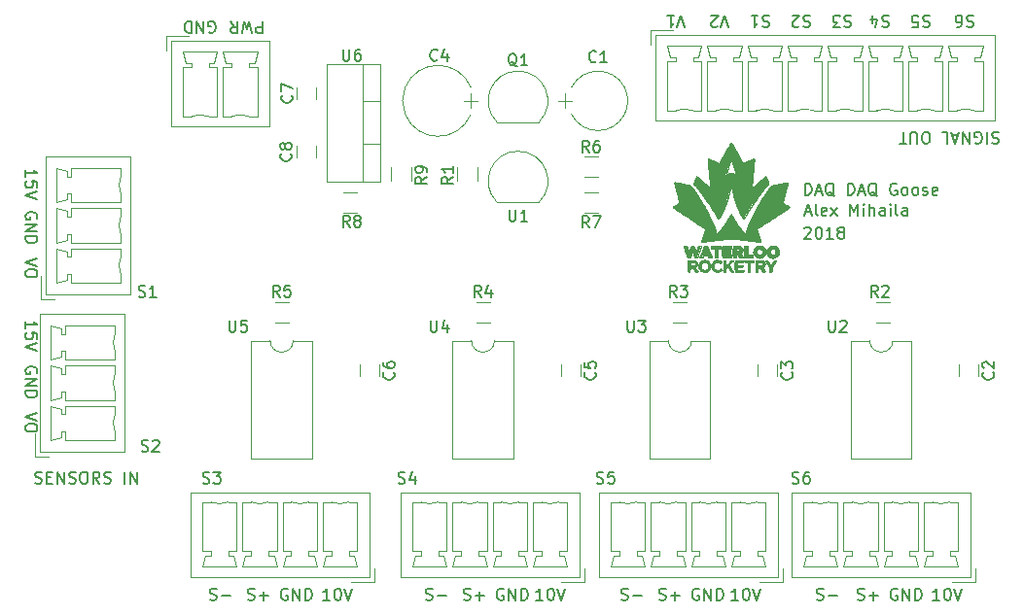
<source format=gto>
G04 #@! TF.FileFunction,Legend,Top*
%FSLAX46Y46*%
G04 Gerber Fmt 4.6, Leading zero omitted, Abs format (unit mm)*
G04 Created by KiCad (PCBNEW 4.0.7) date Monday, January 15, 2018 'AMt' 07:35:06 AM*
%MOMM*%
%LPD*%
G01*
G04 APERTURE LIST*
%ADD10C,0.100000*%
%ADD11C,0.200000*%
%ADD12C,0.120000*%
%ADD13C,0.010000*%
%ADD14C,0.150000*%
G04 APERTURE END LIST*
D10*
D11*
X117566953Y-116459238D02*
X117712096Y-116507619D01*
X117954000Y-116507619D01*
X118050762Y-116459238D01*
X118099143Y-116410857D01*
X118147524Y-116314095D01*
X118147524Y-116217333D01*
X118099143Y-116120571D01*
X118050762Y-116072190D01*
X117954000Y-116023810D01*
X117760477Y-115975429D01*
X117663715Y-115927048D01*
X117615334Y-115878667D01*
X117566953Y-115781905D01*
X117566953Y-115685143D01*
X117615334Y-115588381D01*
X117663715Y-115540000D01*
X117760477Y-115491619D01*
X118002381Y-115491619D01*
X118147524Y-115540000D01*
X118582953Y-115975429D02*
X118921619Y-115975429D01*
X119066762Y-116507619D02*
X118582953Y-116507619D01*
X118582953Y-115491619D01*
X119066762Y-115491619D01*
X119502191Y-116507619D02*
X119502191Y-115491619D01*
X120082762Y-116507619D01*
X120082762Y-115491619D01*
X120518191Y-116459238D02*
X120663334Y-116507619D01*
X120905238Y-116507619D01*
X121002000Y-116459238D01*
X121050381Y-116410857D01*
X121098762Y-116314095D01*
X121098762Y-116217333D01*
X121050381Y-116120571D01*
X121002000Y-116072190D01*
X120905238Y-116023810D01*
X120711715Y-115975429D01*
X120614953Y-115927048D01*
X120566572Y-115878667D01*
X120518191Y-115781905D01*
X120518191Y-115685143D01*
X120566572Y-115588381D01*
X120614953Y-115540000D01*
X120711715Y-115491619D01*
X120953619Y-115491619D01*
X121098762Y-115540000D01*
X121727715Y-115491619D02*
X121921238Y-115491619D01*
X122018000Y-115540000D01*
X122114762Y-115636762D01*
X122163143Y-115830286D01*
X122163143Y-116168952D01*
X122114762Y-116362476D01*
X122018000Y-116459238D01*
X121921238Y-116507619D01*
X121727715Y-116507619D01*
X121630953Y-116459238D01*
X121534191Y-116362476D01*
X121485810Y-116168952D01*
X121485810Y-115830286D01*
X121534191Y-115636762D01*
X121630953Y-115540000D01*
X121727715Y-115491619D01*
X123179143Y-116507619D02*
X122840477Y-116023810D01*
X122598572Y-116507619D02*
X122598572Y-115491619D01*
X122985619Y-115491619D01*
X123082381Y-115540000D01*
X123130762Y-115588381D01*
X123179143Y-115685143D01*
X123179143Y-115830286D01*
X123130762Y-115927048D01*
X123082381Y-115975429D01*
X122985619Y-116023810D01*
X122598572Y-116023810D01*
X123566191Y-116459238D02*
X123711334Y-116507619D01*
X123953238Y-116507619D01*
X124050000Y-116459238D01*
X124098381Y-116410857D01*
X124146762Y-116314095D01*
X124146762Y-116217333D01*
X124098381Y-116120571D01*
X124050000Y-116072190D01*
X123953238Y-116023810D01*
X123759715Y-115975429D01*
X123662953Y-115927048D01*
X123614572Y-115878667D01*
X123566191Y-115781905D01*
X123566191Y-115685143D01*
X123614572Y-115588381D01*
X123662953Y-115540000D01*
X123759715Y-115491619D01*
X124001619Y-115491619D01*
X124146762Y-115540000D01*
X125356286Y-116507619D02*
X125356286Y-115491619D01*
X125840096Y-116507619D02*
X125840096Y-115491619D01*
X126420667Y-116507619D01*
X126420667Y-115491619D01*
X184538286Y-94252381D02*
X184586667Y-94204000D01*
X184683429Y-94155619D01*
X184925333Y-94155619D01*
X185022095Y-94204000D01*
X185070476Y-94252381D01*
X185118857Y-94349143D01*
X185118857Y-94445905D01*
X185070476Y-94591048D01*
X184489905Y-95171619D01*
X185118857Y-95171619D01*
X185747810Y-94155619D02*
X185844571Y-94155619D01*
X185941333Y-94204000D01*
X185989714Y-94252381D01*
X186038095Y-94349143D01*
X186086476Y-94542667D01*
X186086476Y-94784571D01*
X186038095Y-94978095D01*
X185989714Y-95074857D01*
X185941333Y-95123238D01*
X185844571Y-95171619D01*
X185747810Y-95171619D01*
X185651048Y-95123238D01*
X185602667Y-95074857D01*
X185554286Y-94978095D01*
X185505905Y-94784571D01*
X185505905Y-94542667D01*
X185554286Y-94349143D01*
X185602667Y-94252381D01*
X185651048Y-94204000D01*
X185747810Y-94155619D01*
X187054095Y-95171619D02*
X186473524Y-95171619D01*
X186763810Y-95171619D02*
X186763810Y-94155619D01*
X186667048Y-94300762D01*
X186570286Y-94397524D01*
X186473524Y-94445905D01*
X187634667Y-94591048D02*
X187537905Y-94542667D01*
X187489524Y-94494286D01*
X187441143Y-94397524D01*
X187441143Y-94349143D01*
X187489524Y-94252381D01*
X187537905Y-94204000D01*
X187634667Y-94155619D01*
X187828190Y-94155619D01*
X187924952Y-94204000D01*
X187973333Y-94252381D01*
X188021714Y-94349143D01*
X188021714Y-94397524D01*
X187973333Y-94494286D01*
X187924952Y-94542667D01*
X187828190Y-94591048D01*
X187634667Y-94591048D01*
X187537905Y-94639429D01*
X187489524Y-94687810D01*
X187441143Y-94784571D01*
X187441143Y-94978095D01*
X187489524Y-95074857D01*
X187537905Y-95123238D01*
X187634667Y-95171619D01*
X187828190Y-95171619D01*
X187924952Y-95123238D01*
X187973333Y-95074857D01*
X188021714Y-94978095D01*
X188021714Y-94784571D01*
X187973333Y-94687810D01*
X187924952Y-94639429D01*
X187828190Y-94591048D01*
X184622953Y-92849333D02*
X185106762Y-92849333D01*
X184526191Y-93139619D02*
X184864858Y-92123619D01*
X185203524Y-93139619D01*
X185687334Y-93139619D02*
X185590572Y-93091238D01*
X185542191Y-92994476D01*
X185542191Y-92123619D01*
X186461428Y-93091238D02*
X186364666Y-93139619D01*
X186171143Y-93139619D01*
X186074381Y-93091238D01*
X186026000Y-92994476D01*
X186026000Y-92607429D01*
X186074381Y-92510667D01*
X186171143Y-92462286D01*
X186364666Y-92462286D01*
X186461428Y-92510667D01*
X186509809Y-92607429D01*
X186509809Y-92704190D01*
X186026000Y-92800952D01*
X186848476Y-93139619D02*
X187380666Y-92462286D01*
X186848476Y-92462286D02*
X187380666Y-93139619D01*
X188541809Y-93139619D02*
X188541809Y-92123619D01*
X188880475Y-92849333D01*
X189219142Y-92123619D01*
X189219142Y-93139619D01*
X189702952Y-93139619D02*
X189702952Y-92462286D01*
X189702952Y-92123619D02*
X189654571Y-92172000D01*
X189702952Y-92220381D01*
X189751333Y-92172000D01*
X189702952Y-92123619D01*
X189702952Y-92220381D01*
X190186762Y-93139619D02*
X190186762Y-92123619D01*
X190622190Y-93139619D02*
X190622190Y-92607429D01*
X190573809Y-92510667D01*
X190477047Y-92462286D01*
X190331905Y-92462286D01*
X190235143Y-92510667D01*
X190186762Y-92559048D01*
X191541428Y-93139619D02*
X191541428Y-92607429D01*
X191493047Y-92510667D01*
X191396285Y-92462286D01*
X191202762Y-92462286D01*
X191106000Y-92510667D01*
X191541428Y-93091238D02*
X191444666Y-93139619D01*
X191202762Y-93139619D01*
X191106000Y-93091238D01*
X191057619Y-92994476D01*
X191057619Y-92897714D01*
X191106000Y-92800952D01*
X191202762Y-92752571D01*
X191444666Y-92752571D01*
X191541428Y-92704190D01*
X192025238Y-93139619D02*
X192025238Y-92462286D01*
X192025238Y-92123619D02*
X191976857Y-92172000D01*
X192025238Y-92220381D01*
X192073619Y-92172000D01*
X192025238Y-92123619D01*
X192025238Y-92220381D01*
X192654191Y-93139619D02*
X192557429Y-93091238D01*
X192509048Y-92994476D01*
X192509048Y-92123619D01*
X193476666Y-93139619D02*
X193476666Y-92607429D01*
X193428285Y-92510667D01*
X193331523Y-92462286D01*
X193138000Y-92462286D01*
X193041238Y-92510667D01*
X193476666Y-93091238D02*
X193379904Y-93139619D01*
X193138000Y-93139619D01*
X193041238Y-93091238D01*
X192992857Y-92994476D01*
X192992857Y-92897714D01*
X193041238Y-92800952D01*
X193138000Y-92752571D01*
X193379904Y-92752571D01*
X193476666Y-92704190D01*
X184586668Y-91361619D02*
X184586668Y-90345619D01*
X184828573Y-90345619D01*
X184973715Y-90394000D01*
X185070477Y-90490762D01*
X185118858Y-90587524D01*
X185167239Y-90781048D01*
X185167239Y-90926190D01*
X185118858Y-91119714D01*
X185070477Y-91216476D01*
X184973715Y-91313238D01*
X184828573Y-91361619D01*
X184586668Y-91361619D01*
X185554287Y-91071333D02*
X186038096Y-91071333D01*
X185457525Y-91361619D02*
X185796192Y-90345619D01*
X186134858Y-91361619D01*
X187150858Y-91458381D02*
X187054096Y-91410000D01*
X186957334Y-91313238D01*
X186812191Y-91168095D01*
X186715430Y-91119714D01*
X186618668Y-91119714D01*
X186667049Y-91361619D02*
X186570287Y-91313238D01*
X186473525Y-91216476D01*
X186425144Y-91022952D01*
X186425144Y-90684286D01*
X186473525Y-90490762D01*
X186570287Y-90394000D01*
X186667049Y-90345619D01*
X186860572Y-90345619D01*
X186957334Y-90394000D01*
X187054096Y-90490762D01*
X187102477Y-90684286D01*
X187102477Y-91022952D01*
X187054096Y-91216476D01*
X186957334Y-91313238D01*
X186860572Y-91361619D01*
X186667049Y-91361619D01*
X188312001Y-91361619D02*
X188312001Y-90345619D01*
X188553906Y-90345619D01*
X188699048Y-90394000D01*
X188795810Y-90490762D01*
X188844191Y-90587524D01*
X188892572Y-90781048D01*
X188892572Y-90926190D01*
X188844191Y-91119714D01*
X188795810Y-91216476D01*
X188699048Y-91313238D01*
X188553906Y-91361619D01*
X188312001Y-91361619D01*
X189279620Y-91071333D02*
X189763429Y-91071333D01*
X189182858Y-91361619D02*
X189521525Y-90345619D01*
X189860191Y-91361619D01*
X190876191Y-91458381D02*
X190779429Y-91410000D01*
X190682667Y-91313238D01*
X190537524Y-91168095D01*
X190440763Y-91119714D01*
X190344001Y-91119714D01*
X190392382Y-91361619D02*
X190295620Y-91313238D01*
X190198858Y-91216476D01*
X190150477Y-91022952D01*
X190150477Y-90684286D01*
X190198858Y-90490762D01*
X190295620Y-90394000D01*
X190392382Y-90345619D01*
X190585905Y-90345619D01*
X190682667Y-90394000D01*
X190779429Y-90490762D01*
X190827810Y-90684286D01*
X190827810Y-91022952D01*
X190779429Y-91216476D01*
X190682667Y-91313238D01*
X190585905Y-91361619D01*
X190392382Y-91361619D01*
X192569524Y-90394000D02*
X192472762Y-90345619D01*
X192327619Y-90345619D01*
X192182477Y-90394000D01*
X192085715Y-90490762D01*
X192037334Y-90587524D01*
X191988953Y-90781048D01*
X191988953Y-90926190D01*
X192037334Y-91119714D01*
X192085715Y-91216476D01*
X192182477Y-91313238D01*
X192327619Y-91361619D01*
X192424381Y-91361619D01*
X192569524Y-91313238D01*
X192617905Y-91264857D01*
X192617905Y-90926190D01*
X192424381Y-90926190D01*
X193198477Y-91361619D02*
X193101715Y-91313238D01*
X193053334Y-91264857D01*
X193004953Y-91168095D01*
X193004953Y-90877810D01*
X193053334Y-90781048D01*
X193101715Y-90732667D01*
X193198477Y-90684286D01*
X193343619Y-90684286D01*
X193440381Y-90732667D01*
X193488762Y-90781048D01*
X193537143Y-90877810D01*
X193537143Y-91168095D01*
X193488762Y-91264857D01*
X193440381Y-91313238D01*
X193343619Y-91361619D01*
X193198477Y-91361619D01*
X194117715Y-91361619D02*
X194020953Y-91313238D01*
X193972572Y-91264857D01*
X193924191Y-91168095D01*
X193924191Y-90877810D01*
X193972572Y-90781048D01*
X194020953Y-90732667D01*
X194117715Y-90684286D01*
X194262857Y-90684286D01*
X194359619Y-90732667D01*
X194408000Y-90781048D01*
X194456381Y-90877810D01*
X194456381Y-91168095D01*
X194408000Y-91264857D01*
X194359619Y-91313238D01*
X194262857Y-91361619D01*
X194117715Y-91361619D01*
X194843429Y-91313238D02*
X194940191Y-91361619D01*
X195133715Y-91361619D01*
X195230476Y-91313238D01*
X195278857Y-91216476D01*
X195278857Y-91168095D01*
X195230476Y-91071333D01*
X195133715Y-91022952D01*
X194988572Y-91022952D01*
X194891810Y-90974571D01*
X194843429Y-90877810D01*
X194843429Y-90829429D01*
X194891810Y-90732667D01*
X194988572Y-90684286D01*
X195133715Y-90684286D01*
X195230476Y-90732667D01*
X196101333Y-91313238D02*
X196004571Y-91361619D01*
X195811048Y-91361619D01*
X195714286Y-91313238D01*
X195665905Y-91216476D01*
X195665905Y-90829429D01*
X195714286Y-90732667D01*
X195811048Y-90684286D01*
X196004571Y-90684286D01*
X196101333Y-90732667D01*
X196149714Y-90829429D01*
X196149714Y-90926190D01*
X195665905Y-91022952D01*
X199246095Y-75758762D02*
X199100952Y-75710381D01*
X198859048Y-75710381D01*
X198762286Y-75758762D01*
X198713905Y-75807143D01*
X198665524Y-75903905D01*
X198665524Y-76000667D01*
X198713905Y-76097429D01*
X198762286Y-76145810D01*
X198859048Y-76194190D01*
X199052571Y-76242571D01*
X199149333Y-76290952D01*
X199197714Y-76339333D01*
X199246095Y-76436095D01*
X199246095Y-76532857D01*
X199197714Y-76629619D01*
X199149333Y-76678000D01*
X199052571Y-76726381D01*
X198810667Y-76726381D01*
X198665524Y-76678000D01*
X197794667Y-76726381D02*
X197988190Y-76726381D01*
X198084952Y-76678000D01*
X198133333Y-76629619D01*
X198230095Y-76484476D01*
X198278476Y-76290952D01*
X198278476Y-75903905D01*
X198230095Y-75807143D01*
X198181714Y-75758762D01*
X198084952Y-75710381D01*
X197891429Y-75710381D01*
X197794667Y-75758762D01*
X197746286Y-75807143D01*
X197697905Y-75903905D01*
X197697905Y-76145810D01*
X197746286Y-76242571D01*
X197794667Y-76290952D01*
X197891429Y-76339333D01*
X198084952Y-76339333D01*
X198181714Y-76290952D01*
X198230095Y-76242571D01*
X198278476Y-76145810D01*
X195436095Y-75758762D02*
X195290952Y-75710381D01*
X195049048Y-75710381D01*
X194952286Y-75758762D01*
X194903905Y-75807143D01*
X194855524Y-75903905D01*
X194855524Y-76000667D01*
X194903905Y-76097429D01*
X194952286Y-76145810D01*
X195049048Y-76194190D01*
X195242571Y-76242571D01*
X195339333Y-76290952D01*
X195387714Y-76339333D01*
X195436095Y-76436095D01*
X195436095Y-76532857D01*
X195387714Y-76629619D01*
X195339333Y-76678000D01*
X195242571Y-76726381D01*
X195000667Y-76726381D01*
X194855524Y-76678000D01*
X193936286Y-76726381D02*
X194420095Y-76726381D01*
X194468476Y-76242571D01*
X194420095Y-76290952D01*
X194323333Y-76339333D01*
X194081429Y-76339333D01*
X193984667Y-76290952D01*
X193936286Y-76242571D01*
X193887905Y-76145810D01*
X193887905Y-75903905D01*
X193936286Y-75807143D01*
X193984667Y-75758762D01*
X194081429Y-75710381D01*
X194323333Y-75710381D01*
X194420095Y-75758762D01*
X194468476Y-75807143D01*
X191880095Y-75758762D02*
X191734952Y-75710381D01*
X191493048Y-75710381D01*
X191396286Y-75758762D01*
X191347905Y-75807143D01*
X191299524Y-75903905D01*
X191299524Y-76000667D01*
X191347905Y-76097429D01*
X191396286Y-76145810D01*
X191493048Y-76194190D01*
X191686571Y-76242571D01*
X191783333Y-76290952D01*
X191831714Y-76339333D01*
X191880095Y-76436095D01*
X191880095Y-76532857D01*
X191831714Y-76629619D01*
X191783333Y-76678000D01*
X191686571Y-76726381D01*
X191444667Y-76726381D01*
X191299524Y-76678000D01*
X190428667Y-76387714D02*
X190428667Y-75710381D01*
X190670571Y-76774762D02*
X190912476Y-76049048D01*
X190283524Y-76049048D01*
X188578095Y-75758762D02*
X188432952Y-75710381D01*
X188191048Y-75710381D01*
X188094286Y-75758762D01*
X188045905Y-75807143D01*
X187997524Y-75903905D01*
X187997524Y-76000667D01*
X188045905Y-76097429D01*
X188094286Y-76145810D01*
X188191048Y-76194190D01*
X188384571Y-76242571D01*
X188481333Y-76290952D01*
X188529714Y-76339333D01*
X188578095Y-76436095D01*
X188578095Y-76532857D01*
X188529714Y-76629619D01*
X188481333Y-76678000D01*
X188384571Y-76726381D01*
X188142667Y-76726381D01*
X187997524Y-76678000D01*
X187658857Y-76726381D02*
X187029905Y-76726381D01*
X187368571Y-76339333D01*
X187223429Y-76339333D01*
X187126667Y-76290952D01*
X187078286Y-76242571D01*
X187029905Y-76145810D01*
X187029905Y-75903905D01*
X187078286Y-75807143D01*
X187126667Y-75758762D01*
X187223429Y-75710381D01*
X187513714Y-75710381D01*
X187610476Y-75758762D01*
X187658857Y-75807143D01*
X185022095Y-75758762D02*
X184876952Y-75710381D01*
X184635048Y-75710381D01*
X184538286Y-75758762D01*
X184489905Y-75807143D01*
X184441524Y-75903905D01*
X184441524Y-76000667D01*
X184489905Y-76097429D01*
X184538286Y-76145810D01*
X184635048Y-76194190D01*
X184828571Y-76242571D01*
X184925333Y-76290952D01*
X184973714Y-76339333D01*
X185022095Y-76436095D01*
X185022095Y-76532857D01*
X184973714Y-76629619D01*
X184925333Y-76678000D01*
X184828571Y-76726381D01*
X184586667Y-76726381D01*
X184441524Y-76678000D01*
X184054476Y-76629619D02*
X184006095Y-76678000D01*
X183909333Y-76726381D01*
X183667429Y-76726381D01*
X183570667Y-76678000D01*
X183522286Y-76629619D01*
X183473905Y-76532857D01*
X183473905Y-76436095D01*
X183522286Y-76290952D01*
X184102857Y-75710381D01*
X183473905Y-75710381D01*
X181466095Y-75758762D02*
X181320952Y-75710381D01*
X181079048Y-75710381D01*
X180982286Y-75758762D01*
X180933905Y-75807143D01*
X180885524Y-75903905D01*
X180885524Y-76000667D01*
X180933905Y-76097429D01*
X180982286Y-76145810D01*
X181079048Y-76194190D01*
X181272571Y-76242571D01*
X181369333Y-76290952D01*
X181417714Y-76339333D01*
X181466095Y-76436095D01*
X181466095Y-76532857D01*
X181417714Y-76629619D01*
X181369333Y-76678000D01*
X181272571Y-76726381D01*
X181030667Y-76726381D01*
X180885524Y-76678000D01*
X179917905Y-75710381D02*
X180498476Y-75710381D01*
X180208190Y-75710381D02*
X180208190Y-76726381D01*
X180304952Y-76581238D01*
X180401714Y-76484476D01*
X180498476Y-76436095D01*
X189170762Y-126619238D02*
X189315905Y-126667619D01*
X189557809Y-126667619D01*
X189654571Y-126619238D01*
X189702952Y-126570857D01*
X189751333Y-126474095D01*
X189751333Y-126377333D01*
X189702952Y-126280571D01*
X189654571Y-126232190D01*
X189557809Y-126183810D01*
X189364286Y-126135429D01*
X189267524Y-126087048D01*
X189219143Y-126038667D01*
X189170762Y-125941905D01*
X189170762Y-125845143D01*
X189219143Y-125748381D01*
X189267524Y-125700000D01*
X189364286Y-125651619D01*
X189606190Y-125651619D01*
X189751333Y-125700000D01*
X190186762Y-126280571D02*
X190960857Y-126280571D01*
X190573809Y-126667619D02*
X190573809Y-125893524D01*
X185614762Y-126619238D02*
X185759905Y-126667619D01*
X186001809Y-126667619D01*
X186098571Y-126619238D01*
X186146952Y-126570857D01*
X186195333Y-126474095D01*
X186195333Y-126377333D01*
X186146952Y-126280571D01*
X186098571Y-126232190D01*
X186001809Y-126183810D01*
X185808286Y-126135429D01*
X185711524Y-126087048D01*
X185663143Y-126038667D01*
X185614762Y-125941905D01*
X185614762Y-125845143D01*
X185663143Y-125748381D01*
X185711524Y-125700000D01*
X185808286Y-125651619D01*
X186050190Y-125651619D01*
X186195333Y-125700000D01*
X186630762Y-126280571D02*
X187404857Y-126280571D01*
X171898762Y-126619238D02*
X172043905Y-126667619D01*
X172285809Y-126667619D01*
X172382571Y-126619238D01*
X172430952Y-126570857D01*
X172479333Y-126474095D01*
X172479333Y-126377333D01*
X172430952Y-126280571D01*
X172382571Y-126232190D01*
X172285809Y-126183810D01*
X172092286Y-126135429D01*
X171995524Y-126087048D01*
X171947143Y-126038667D01*
X171898762Y-125941905D01*
X171898762Y-125845143D01*
X171947143Y-125748381D01*
X171995524Y-125700000D01*
X172092286Y-125651619D01*
X172334190Y-125651619D01*
X172479333Y-125700000D01*
X172914762Y-126280571D02*
X173688857Y-126280571D01*
X173301809Y-126667619D02*
X173301809Y-125893524D01*
X168596762Y-126619238D02*
X168741905Y-126667619D01*
X168983809Y-126667619D01*
X169080571Y-126619238D01*
X169128952Y-126570857D01*
X169177333Y-126474095D01*
X169177333Y-126377333D01*
X169128952Y-126280571D01*
X169080571Y-126232190D01*
X168983809Y-126183810D01*
X168790286Y-126135429D01*
X168693524Y-126087048D01*
X168645143Y-126038667D01*
X168596762Y-125941905D01*
X168596762Y-125845143D01*
X168645143Y-125748381D01*
X168693524Y-125700000D01*
X168790286Y-125651619D01*
X169032190Y-125651619D01*
X169177333Y-125700000D01*
X169612762Y-126280571D02*
X170386857Y-126280571D01*
X154880762Y-126619238D02*
X155025905Y-126667619D01*
X155267809Y-126667619D01*
X155364571Y-126619238D01*
X155412952Y-126570857D01*
X155461333Y-126474095D01*
X155461333Y-126377333D01*
X155412952Y-126280571D01*
X155364571Y-126232190D01*
X155267809Y-126183810D01*
X155074286Y-126135429D01*
X154977524Y-126087048D01*
X154929143Y-126038667D01*
X154880762Y-125941905D01*
X154880762Y-125845143D01*
X154929143Y-125748381D01*
X154977524Y-125700000D01*
X155074286Y-125651619D01*
X155316190Y-125651619D01*
X155461333Y-125700000D01*
X155896762Y-126280571D02*
X156670857Y-126280571D01*
X156283809Y-126667619D02*
X156283809Y-125893524D01*
X151578762Y-126619238D02*
X151723905Y-126667619D01*
X151965809Y-126667619D01*
X152062571Y-126619238D01*
X152110952Y-126570857D01*
X152159333Y-126474095D01*
X152159333Y-126377333D01*
X152110952Y-126280571D01*
X152062571Y-126232190D01*
X151965809Y-126183810D01*
X151772286Y-126135429D01*
X151675524Y-126087048D01*
X151627143Y-126038667D01*
X151578762Y-125941905D01*
X151578762Y-125845143D01*
X151627143Y-125748381D01*
X151675524Y-125700000D01*
X151772286Y-125651619D01*
X152014190Y-125651619D01*
X152159333Y-125700000D01*
X152594762Y-126280571D02*
X153368857Y-126280571D01*
X136084762Y-126619238D02*
X136229905Y-126667619D01*
X136471809Y-126667619D01*
X136568571Y-126619238D01*
X136616952Y-126570857D01*
X136665333Y-126474095D01*
X136665333Y-126377333D01*
X136616952Y-126280571D01*
X136568571Y-126232190D01*
X136471809Y-126183810D01*
X136278286Y-126135429D01*
X136181524Y-126087048D01*
X136133143Y-126038667D01*
X136084762Y-125941905D01*
X136084762Y-125845143D01*
X136133143Y-125748381D01*
X136181524Y-125700000D01*
X136278286Y-125651619D01*
X136520190Y-125651619D01*
X136665333Y-125700000D01*
X137100762Y-126280571D02*
X137874857Y-126280571D01*
X137487809Y-126667619D02*
X137487809Y-125893524D01*
X132782762Y-126619238D02*
X132927905Y-126667619D01*
X133169809Y-126667619D01*
X133266571Y-126619238D01*
X133314952Y-126570857D01*
X133363333Y-126474095D01*
X133363333Y-126377333D01*
X133314952Y-126280571D01*
X133266571Y-126232190D01*
X133169809Y-126183810D01*
X132976286Y-126135429D01*
X132879524Y-126087048D01*
X132831143Y-126038667D01*
X132782762Y-125941905D01*
X132782762Y-125845143D01*
X132831143Y-125748381D01*
X132879524Y-125700000D01*
X132976286Y-125651619D01*
X133218190Y-125651619D01*
X133363333Y-125700000D01*
X133798762Y-126280571D02*
X134572857Y-126280571D01*
X183473905Y-116459238D02*
X183619048Y-116507619D01*
X183860952Y-116507619D01*
X183957714Y-116459238D01*
X184006095Y-116410857D01*
X184054476Y-116314095D01*
X184054476Y-116217333D01*
X184006095Y-116120571D01*
X183957714Y-116072190D01*
X183860952Y-116023810D01*
X183667429Y-115975429D01*
X183570667Y-115927048D01*
X183522286Y-115878667D01*
X183473905Y-115781905D01*
X183473905Y-115685143D01*
X183522286Y-115588381D01*
X183570667Y-115540000D01*
X183667429Y-115491619D01*
X183909333Y-115491619D01*
X184054476Y-115540000D01*
X184925333Y-115491619D02*
X184731810Y-115491619D01*
X184635048Y-115540000D01*
X184586667Y-115588381D01*
X184489905Y-115733524D01*
X184441524Y-115927048D01*
X184441524Y-116314095D01*
X184489905Y-116410857D01*
X184538286Y-116459238D01*
X184635048Y-116507619D01*
X184828571Y-116507619D01*
X184925333Y-116459238D01*
X184973714Y-116410857D01*
X185022095Y-116314095D01*
X185022095Y-116072190D01*
X184973714Y-115975429D01*
X184925333Y-115927048D01*
X184828571Y-115878667D01*
X184635048Y-115878667D01*
X184538286Y-115927048D01*
X184489905Y-115975429D01*
X184441524Y-116072190D01*
X166455905Y-116459238D02*
X166601048Y-116507619D01*
X166842952Y-116507619D01*
X166939714Y-116459238D01*
X166988095Y-116410857D01*
X167036476Y-116314095D01*
X167036476Y-116217333D01*
X166988095Y-116120571D01*
X166939714Y-116072190D01*
X166842952Y-116023810D01*
X166649429Y-115975429D01*
X166552667Y-115927048D01*
X166504286Y-115878667D01*
X166455905Y-115781905D01*
X166455905Y-115685143D01*
X166504286Y-115588381D01*
X166552667Y-115540000D01*
X166649429Y-115491619D01*
X166891333Y-115491619D01*
X167036476Y-115540000D01*
X167955714Y-115491619D02*
X167471905Y-115491619D01*
X167423524Y-115975429D01*
X167471905Y-115927048D01*
X167568667Y-115878667D01*
X167810571Y-115878667D01*
X167907333Y-115927048D01*
X167955714Y-115975429D01*
X168004095Y-116072190D01*
X168004095Y-116314095D01*
X167955714Y-116410857D01*
X167907333Y-116459238D01*
X167810571Y-116507619D01*
X167568667Y-116507619D01*
X167471905Y-116459238D01*
X167423524Y-116410857D01*
X149183905Y-116459238D02*
X149329048Y-116507619D01*
X149570952Y-116507619D01*
X149667714Y-116459238D01*
X149716095Y-116410857D01*
X149764476Y-116314095D01*
X149764476Y-116217333D01*
X149716095Y-116120571D01*
X149667714Y-116072190D01*
X149570952Y-116023810D01*
X149377429Y-115975429D01*
X149280667Y-115927048D01*
X149232286Y-115878667D01*
X149183905Y-115781905D01*
X149183905Y-115685143D01*
X149232286Y-115588381D01*
X149280667Y-115540000D01*
X149377429Y-115491619D01*
X149619333Y-115491619D01*
X149764476Y-115540000D01*
X150635333Y-115830286D02*
X150635333Y-116507619D01*
X150393429Y-115443238D02*
X150151524Y-116168952D01*
X150780476Y-116168952D01*
X132165905Y-116459238D02*
X132311048Y-116507619D01*
X132552952Y-116507619D01*
X132649714Y-116459238D01*
X132698095Y-116410857D01*
X132746476Y-116314095D01*
X132746476Y-116217333D01*
X132698095Y-116120571D01*
X132649714Y-116072190D01*
X132552952Y-116023810D01*
X132359429Y-115975429D01*
X132262667Y-115927048D01*
X132214286Y-115878667D01*
X132165905Y-115781905D01*
X132165905Y-115685143D01*
X132214286Y-115588381D01*
X132262667Y-115540000D01*
X132359429Y-115491619D01*
X132601333Y-115491619D01*
X132746476Y-115540000D01*
X133085143Y-115491619D02*
X133714095Y-115491619D01*
X133375429Y-115878667D01*
X133520571Y-115878667D01*
X133617333Y-115927048D01*
X133665714Y-115975429D01*
X133714095Y-116072190D01*
X133714095Y-116314095D01*
X133665714Y-116410857D01*
X133617333Y-116459238D01*
X133520571Y-116507619D01*
X133230286Y-116507619D01*
X133133524Y-116459238D01*
X133085143Y-116410857D01*
X126831905Y-113665238D02*
X126977048Y-113713619D01*
X127218952Y-113713619D01*
X127315714Y-113665238D01*
X127364095Y-113616857D01*
X127412476Y-113520095D01*
X127412476Y-113423333D01*
X127364095Y-113326571D01*
X127315714Y-113278190D01*
X127218952Y-113229810D01*
X127025429Y-113181429D01*
X126928667Y-113133048D01*
X126880286Y-113084667D01*
X126831905Y-112987905D01*
X126831905Y-112891143D01*
X126880286Y-112794381D01*
X126928667Y-112746000D01*
X127025429Y-112697619D01*
X127267333Y-112697619D01*
X127412476Y-112746000D01*
X127799524Y-112794381D02*
X127847905Y-112746000D01*
X127944667Y-112697619D01*
X128186571Y-112697619D01*
X128283333Y-112746000D01*
X128331714Y-112794381D01*
X128380095Y-112891143D01*
X128380095Y-112987905D01*
X128331714Y-113133048D01*
X127751143Y-113713619D01*
X128380095Y-113713619D01*
X126577905Y-100203238D02*
X126723048Y-100251619D01*
X126964952Y-100251619D01*
X127061714Y-100203238D01*
X127110095Y-100154857D01*
X127158476Y-100058095D01*
X127158476Y-99961333D01*
X127110095Y-99864571D01*
X127061714Y-99816190D01*
X126964952Y-99767810D01*
X126771429Y-99719429D01*
X126674667Y-99671048D01*
X126626286Y-99622667D01*
X126577905Y-99525905D01*
X126577905Y-99429143D01*
X126626286Y-99332381D01*
X126674667Y-99284000D01*
X126771429Y-99235619D01*
X127013333Y-99235619D01*
X127158476Y-99284000D01*
X128126095Y-100251619D02*
X127545524Y-100251619D01*
X127835810Y-100251619D02*
X127835810Y-99235619D01*
X127739048Y-99380762D01*
X127642286Y-99477524D01*
X127545524Y-99525905D01*
X117748381Y-110351143D02*
X116732381Y-110689810D01*
X117748381Y-111028476D01*
X117748381Y-111560667D02*
X117748381Y-111754190D01*
X117700000Y-111850952D01*
X117603238Y-111947714D01*
X117409714Y-111996095D01*
X117071048Y-111996095D01*
X116877524Y-111947714D01*
X116780762Y-111850952D01*
X116732381Y-111754190D01*
X116732381Y-111560667D01*
X116780762Y-111463905D01*
X116877524Y-111367143D01*
X117071048Y-111318762D01*
X117409714Y-111318762D01*
X117603238Y-111367143D01*
X117700000Y-111463905D01*
X117748381Y-111560667D01*
X117748381Y-96889143D02*
X116732381Y-97227810D01*
X117748381Y-97566476D01*
X117748381Y-98098667D02*
X117748381Y-98292190D01*
X117700000Y-98388952D01*
X117603238Y-98485714D01*
X117409714Y-98534095D01*
X117071048Y-98534095D01*
X116877524Y-98485714D01*
X116780762Y-98388952D01*
X116732381Y-98292190D01*
X116732381Y-98098667D01*
X116780762Y-98001905D01*
X116877524Y-97905143D01*
X117071048Y-97856762D01*
X117409714Y-97856762D01*
X117603238Y-97905143D01*
X117700000Y-98001905D01*
X117748381Y-98098667D01*
X201459523Y-85918762D02*
X201314380Y-85870381D01*
X201072476Y-85870381D01*
X200975714Y-85918762D01*
X200927333Y-85967143D01*
X200878952Y-86063905D01*
X200878952Y-86160667D01*
X200927333Y-86257429D01*
X200975714Y-86305810D01*
X201072476Y-86354190D01*
X201265999Y-86402571D01*
X201362761Y-86450952D01*
X201411142Y-86499333D01*
X201459523Y-86596095D01*
X201459523Y-86692857D01*
X201411142Y-86789619D01*
X201362761Y-86838000D01*
X201265999Y-86886381D01*
X201024095Y-86886381D01*
X200878952Y-86838000D01*
X200443523Y-85870381D02*
X200443523Y-86886381D01*
X199427523Y-86838000D02*
X199524285Y-86886381D01*
X199669428Y-86886381D01*
X199814570Y-86838000D01*
X199911332Y-86741238D01*
X199959713Y-86644476D01*
X200008094Y-86450952D01*
X200008094Y-86305810D01*
X199959713Y-86112286D01*
X199911332Y-86015524D01*
X199814570Y-85918762D01*
X199669428Y-85870381D01*
X199572666Y-85870381D01*
X199427523Y-85918762D01*
X199379142Y-85967143D01*
X199379142Y-86305810D01*
X199572666Y-86305810D01*
X198943713Y-85870381D02*
X198943713Y-86886381D01*
X198363142Y-85870381D01*
X198363142Y-86886381D01*
X197927713Y-86160667D02*
X197443904Y-86160667D01*
X198024475Y-85870381D02*
X197685808Y-86886381D01*
X197347142Y-85870381D01*
X196524666Y-85870381D02*
X197008475Y-85870381D01*
X197008475Y-86886381D01*
X195218380Y-86886381D02*
X195024857Y-86886381D01*
X194928095Y-86838000D01*
X194831333Y-86741238D01*
X194782952Y-86547714D01*
X194782952Y-86209048D01*
X194831333Y-86015524D01*
X194928095Y-85918762D01*
X195024857Y-85870381D01*
X195218380Y-85870381D01*
X195315142Y-85918762D01*
X195411904Y-86015524D01*
X195460285Y-86209048D01*
X195460285Y-86547714D01*
X195411904Y-86741238D01*
X195315142Y-86838000D01*
X195218380Y-86886381D01*
X194347523Y-86886381D02*
X194347523Y-86063905D01*
X194299142Y-85967143D01*
X194250761Y-85918762D01*
X194153999Y-85870381D01*
X193960476Y-85870381D01*
X193863714Y-85918762D01*
X193815333Y-85967143D01*
X193766952Y-86063905D01*
X193766952Y-86886381D01*
X193428285Y-86886381D02*
X192847714Y-86886381D01*
X193137999Y-85870381D02*
X193137999Y-86886381D01*
X177958476Y-76726381D02*
X177619809Y-75710381D01*
X177281143Y-76726381D01*
X176990857Y-76629619D02*
X176942476Y-76678000D01*
X176845714Y-76726381D01*
X176603810Y-76726381D01*
X176507048Y-76678000D01*
X176458667Y-76629619D01*
X176410286Y-76532857D01*
X176410286Y-76436095D01*
X176458667Y-76290952D01*
X177039238Y-75710381D01*
X176410286Y-75710381D01*
X174148476Y-76726381D02*
X173809809Y-75710381D01*
X173471143Y-76726381D01*
X172600286Y-75710381D02*
X173180857Y-75710381D01*
X172890571Y-75710381D02*
X172890571Y-76726381D01*
X172987333Y-76581238D01*
X173084095Y-76484476D01*
X173180857Y-76436095D01*
X196319048Y-126667619D02*
X195738477Y-126667619D01*
X196028763Y-126667619D02*
X196028763Y-125651619D01*
X195932001Y-125796762D01*
X195835239Y-125893524D01*
X195738477Y-125941905D01*
X196948001Y-125651619D02*
X197044762Y-125651619D01*
X197141524Y-125700000D01*
X197189905Y-125748381D01*
X197238286Y-125845143D01*
X197286667Y-126038667D01*
X197286667Y-126280571D01*
X197238286Y-126474095D01*
X197189905Y-126570857D01*
X197141524Y-126619238D01*
X197044762Y-126667619D01*
X196948001Y-126667619D01*
X196851239Y-126619238D01*
X196802858Y-126570857D01*
X196754477Y-126474095D01*
X196706096Y-126280571D01*
X196706096Y-126038667D01*
X196754477Y-125845143D01*
X196802858Y-125748381D01*
X196851239Y-125700000D01*
X196948001Y-125651619D01*
X197576953Y-125651619D02*
X197915620Y-126667619D01*
X198254286Y-125651619D01*
X192617905Y-125700000D02*
X192521143Y-125651619D01*
X192376000Y-125651619D01*
X192230858Y-125700000D01*
X192134096Y-125796762D01*
X192085715Y-125893524D01*
X192037334Y-126087048D01*
X192037334Y-126232190D01*
X192085715Y-126425714D01*
X192134096Y-126522476D01*
X192230858Y-126619238D01*
X192376000Y-126667619D01*
X192472762Y-126667619D01*
X192617905Y-126619238D01*
X192666286Y-126570857D01*
X192666286Y-126232190D01*
X192472762Y-126232190D01*
X193101715Y-126667619D02*
X193101715Y-125651619D01*
X193682286Y-126667619D01*
X193682286Y-125651619D01*
X194166096Y-126667619D02*
X194166096Y-125651619D01*
X194408001Y-125651619D01*
X194553143Y-125700000D01*
X194649905Y-125796762D01*
X194698286Y-125893524D01*
X194746667Y-126087048D01*
X194746667Y-126232190D01*
X194698286Y-126425714D01*
X194649905Y-126522476D01*
X194553143Y-126619238D01*
X194408001Y-126667619D01*
X194166096Y-126667619D01*
X178793048Y-126667619D02*
X178212477Y-126667619D01*
X178502763Y-126667619D02*
X178502763Y-125651619D01*
X178406001Y-125796762D01*
X178309239Y-125893524D01*
X178212477Y-125941905D01*
X179422001Y-125651619D02*
X179518762Y-125651619D01*
X179615524Y-125700000D01*
X179663905Y-125748381D01*
X179712286Y-125845143D01*
X179760667Y-126038667D01*
X179760667Y-126280571D01*
X179712286Y-126474095D01*
X179663905Y-126570857D01*
X179615524Y-126619238D01*
X179518762Y-126667619D01*
X179422001Y-126667619D01*
X179325239Y-126619238D01*
X179276858Y-126570857D01*
X179228477Y-126474095D01*
X179180096Y-126280571D01*
X179180096Y-126038667D01*
X179228477Y-125845143D01*
X179276858Y-125748381D01*
X179325239Y-125700000D01*
X179422001Y-125651619D01*
X180050953Y-125651619D02*
X180389620Y-126667619D01*
X180728286Y-125651619D01*
X175345905Y-125700000D02*
X175249143Y-125651619D01*
X175104000Y-125651619D01*
X174958858Y-125700000D01*
X174862096Y-125796762D01*
X174813715Y-125893524D01*
X174765334Y-126087048D01*
X174765334Y-126232190D01*
X174813715Y-126425714D01*
X174862096Y-126522476D01*
X174958858Y-126619238D01*
X175104000Y-126667619D01*
X175200762Y-126667619D01*
X175345905Y-126619238D01*
X175394286Y-126570857D01*
X175394286Y-126232190D01*
X175200762Y-126232190D01*
X175829715Y-126667619D02*
X175829715Y-125651619D01*
X176410286Y-126667619D01*
X176410286Y-125651619D01*
X176894096Y-126667619D02*
X176894096Y-125651619D01*
X177136001Y-125651619D01*
X177281143Y-125700000D01*
X177377905Y-125796762D01*
X177426286Y-125893524D01*
X177474667Y-126087048D01*
X177474667Y-126232190D01*
X177426286Y-126425714D01*
X177377905Y-126522476D01*
X177281143Y-126619238D01*
X177136001Y-126667619D01*
X176894096Y-126667619D01*
X161775048Y-126667619D02*
X161194477Y-126667619D01*
X161484763Y-126667619D02*
X161484763Y-125651619D01*
X161388001Y-125796762D01*
X161291239Y-125893524D01*
X161194477Y-125941905D01*
X162404001Y-125651619D02*
X162500762Y-125651619D01*
X162597524Y-125700000D01*
X162645905Y-125748381D01*
X162694286Y-125845143D01*
X162742667Y-126038667D01*
X162742667Y-126280571D01*
X162694286Y-126474095D01*
X162645905Y-126570857D01*
X162597524Y-126619238D01*
X162500762Y-126667619D01*
X162404001Y-126667619D01*
X162307239Y-126619238D01*
X162258858Y-126570857D01*
X162210477Y-126474095D01*
X162162096Y-126280571D01*
X162162096Y-126038667D01*
X162210477Y-125845143D01*
X162258858Y-125748381D01*
X162307239Y-125700000D01*
X162404001Y-125651619D01*
X163032953Y-125651619D02*
X163371620Y-126667619D01*
X163710286Y-125651619D01*
X158327905Y-125700000D02*
X158231143Y-125651619D01*
X158086000Y-125651619D01*
X157940858Y-125700000D01*
X157844096Y-125796762D01*
X157795715Y-125893524D01*
X157747334Y-126087048D01*
X157747334Y-126232190D01*
X157795715Y-126425714D01*
X157844096Y-126522476D01*
X157940858Y-126619238D01*
X158086000Y-126667619D01*
X158182762Y-126667619D01*
X158327905Y-126619238D01*
X158376286Y-126570857D01*
X158376286Y-126232190D01*
X158182762Y-126232190D01*
X158811715Y-126667619D02*
X158811715Y-125651619D01*
X159392286Y-126667619D01*
X159392286Y-125651619D01*
X159876096Y-126667619D02*
X159876096Y-125651619D01*
X160118001Y-125651619D01*
X160263143Y-125700000D01*
X160359905Y-125796762D01*
X160408286Y-125893524D01*
X160456667Y-126087048D01*
X160456667Y-126232190D01*
X160408286Y-126425714D01*
X160359905Y-126522476D01*
X160263143Y-126619238D01*
X160118001Y-126667619D01*
X159876096Y-126667619D01*
X143233048Y-126667619D02*
X142652477Y-126667619D01*
X142942763Y-126667619D02*
X142942763Y-125651619D01*
X142846001Y-125796762D01*
X142749239Y-125893524D01*
X142652477Y-125941905D01*
X143862001Y-125651619D02*
X143958762Y-125651619D01*
X144055524Y-125700000D01*
X144103905Y-125748381D01*
X144152286Y-125845143D01*
X144200667Y-126038667D01*
X144200667Y-126280571D01*
X144152286Y-126474095D01*
X144103905Y-126570857D01*
X144055524Y-126619238D01*
X143958762Y-126667619D01*
X143862001Y-126667619D01*
X143765239Y-126619238D01*
X143716858Y-126570857D01*
X143668477Y-126474095D01*
X143620096Y-126280571D01*
X143620096Y-126038667D01*
X143668477Y-125845143D01*
X143716858Y-125748381D01*
X143765239Y-125700000D01*
X143862001Y-125651619D01*
X144490953Y-125651619D02*
X144829620Y-126667619D01*
X145168286Y-125651619D01*
X139531905Y-125700000D02*
X139435143Y-125651619D01*
X139290000Y-125651619D01*
X139144858Y-125700000D01*
X139048096Y-125796762D01*
X138999715Y-125893524D01*
X138951334Y-126087048D01*
X138951334Y-126232190D01*
X138999715Y-126425714D01*
X139048096Y-126522476D01*
X139144858Y-126619238D01*
X139290000Y-126667619D01*
X139386762Y-126667619D01*
X139531905Y-126619238D01*
X139580286Y-126570857D01*
X139580286Y-126232190D01*
X139386762Y-126232190D01*
X140015715Y-126667619D02*
X140015715Y-125651619D01*
X140596286Y-126667619D01*
X140596286Y-125651619D01*
X141080096Y-126667619D02*
X141080096Y-125651619D01*
X141322001Y-125651619D01*
X141467143Y-125700000D01*
X141563905Y-125796762D01*
X141612286Y-125893524D01*
X141660667Y-126087048D01*
X141660667Y-126232190D01*
X141612286Y-126425714D01*
X141563905Y-126522476D01*
X141467143Y-126619238D01*
X141322001Y-126667619D01*
X141080096Y-126667619D01*
X117700000Y-106891905D02*
X117748381Y-106795143D01*
X117748381Y-106650000D01*
X117700000Y-106504858D01*
X117603238Y-106408096D01*
X117506476Y-106359715D01*
X117312952Y-106311334D01*
X117167810Y-106311334D01*
X116974286Y-106359715D01*
X116877524Y-106408096D01*
X116780762Y-106504858D01*
X116732381Y-106650000D01*
X116732381Y-106746762D01*
X116780762Y-106891905D01*
X116829143Y-106940286D01*
X117167810Y-106940286D01*
X117167810Y-106746762D01*
X116732381Y-107375715D02*
X117748381Y-107375715D01*
X116732381Y-107956286D01*
X117748381Y-107956286D01*
X116732381Y-108440096D02*
X117748381Y-108440096D01*
X117748381Y-108682001D01*
X117700000Y-108827143D01*
X117603238Y-108923905D01*
X117506476Y-108972286D01*
X117312952Y-109020667D01*
X117167810Y-109020667D01*
X116974286Y-108972286D01*
X116877524Y-108923905D01*
X116780762Y-108827143D01*
X116732381Y-108682001D01*
X116732381Y-108440096D01*
X116732381Y-102973048D02*
X116732381Y-102392477D01*
X116732381Y-102682763D02*
X117748381Y-102682763D01*
X117603238Y-102586001D01*
X117506476Y-102489239D01*
X117458095Y-102392477D01*
X117748381Y-103892286D02*
X117748381Y-103408477D01*
X117264571Y-103360096D01*
X117312952Y-103408477D01*
X117361333Y-103505239D01*
X117361333Y-103747143D01*
X117312952Y-103843905D01*
X117264571Y-103892286D01*
X117167810Y-103940667D01*
X116925905Y-103940667D01*
X116829143Y-103892286D01*
X116780762Y-103843905D01*
X116732381Y-103747143D01*
X116732381Y-103505239D01*
X116780762Y-103408477D01*
X116829143Y-103360096D01*
X117748381Y-104230953D02*
X116732381Y-104569620D01*
X117748381Y-104908286D01*
X117700000Y-93429905D02*
X117748381Y-93333143D01*
X117748381Y-93188000D01*
X117700000Y-93042858D01*
X117603238Y-92946096D01*
X117506476Y-92897715D01*
X117312952Y-92849334D01*
X117167810Y-92849334D01*
X116974286Y-92897715D01*
X116877524Y-92946096D01*
X116780762Y-93042858D01*
X116732381Y-93188000D01*
X116732381Y-93284762D01*
X116780762Y-93429905D01*
X116829143Y-93478286D01*
X117167810Y-93478286D01*
X117167810Y-93284762D01*
X116732381Y-93913715D02*
X117748381Y-93913715D01*
X116732381Y-94494286D01*
X117748381Y-94494286D01*
X116732381Y-94978096D02*
X117748381Y-94978096D01*
X117748381Y-95220001D01*
X117700000Y-95365143D01*
X117603238Y-95461905D01*
X117506476Y-95510286D01*
X117312952Y-95558667D01*
X117167810Y-95558667D01*
X116974286Y-95510286D01*
X116877524Y-95461905D01*
X116780762Y-95365143D01*
X116732381Y-95220001D01*
X116732381Y-94978096D01*
X116732381Y-89765048D02*
X116732381Y-89184477D01*
X116732381Y-89474763D02*
X117748381Y-89474763D01*
X117603238Y-89378001D01*
X117506476Y-89281239D01*
X117458095Y-89184477D01*
X117748381Y-90684286D02*
X117748381Y-90200477D01*
X117264571Y-90152096D01*
X117312952Y-90200477D01*
X117361333Y-90297239D01*
X117361333Y-90539143D01*
X117312952Y-90635905D01*
X117264571Y-90684286D01*
X117167810Y-90732667D01*
X116925905Y-90732667D01*
X116829143Y-90684286D01*
X116780762Y-90635905D01*
X116732381Y-90539143D01*
X116732381Y-90297239D01*
X116780762Y-90200477D01*
X116829143Y-90152096D01*
X117748381Y-91022953D02*
X116732381Y-91361620D01*
X117748381Y-91700286D01*
X132698095Y-77186000D02*
X132794857Y-77234381D01*
X132940000Y-77234381D01*
X133085142Y-77186000D01*
X133181904Y-77089238D01*
X133230285Y-76992476D01*
X133278666Y-76798952D01*
X133278666Y-76653810D01*
X133230285Y-76460286D01*
X133181904Y-76363524D01*
X133085142Y-76266762D01*
X132940000Y-76218381D01*
X132843238Y-76218381D01*
X132698095Y-76266762D01*
X132649714Y-76315143D01*
X132649714Y-76653810D01*
X132843238Y-76653810D01*
X132214285Y-76218381D02*
X132214285Y-77234381D01*
X131633714Y-76218381D01*
X131633714Y-77234381D01*
X131149904Y-76218381D02*
X131149904Y-77234381D01*
X130907999Y-77234381D01*
X130762857Y-77186000D01*
X130666095Y-77089238D01*
X130617714Y-76992476D01*
X130569333Y-76798952D01*
X130569333Y-76653810D01*
X130617714Y-76460286D01*
X130666095Y-76363524D01*
X130762857Y-76266762D01*
X130907999Y-76218381D01*
X131149904Y-76218381D01*
X137342666Y-76218381D02*
X137342666Y-77234381D01*
X136955619Y-77234381D01*
X136858857Y-77186000D01*
X136810476Y-77137619D01*
X136762095Y-77040857D01*
X136762095Y-76895714D01*
X136810476Y-76798952D01*
X136858857Y-76750571D01*
X136955619Y-76702190D01*
X137342666Y-76702190D01*
X136423428Y-77234381D02*
X136181523Y-76218381D01*
X135988000Y-76944095D01*
X135794476Y-76218381D01*
X135552571Y-77234381D01*
X134584952Y-76218381D02*
X134923618Y-76702190D01*
X135165523Y-76218381D02*
X135165523Y-77234381D01*
X134778476Y-77234381D01*
X134681714Y-77186000D01*
X134633333Y-77137619D01*
X134584952Y-77040857D01*
X134584952Y-76895714D01*
X134633333Y-76798952D01*
X134681714Y-76750571D01*
X134778476Y-76702190D01*
X135165523Y-76702190D01*
D12*
X199703000Y-107150000D02*
X199703000Y-106150000D01*
X198003000Y-106150000D02*
X198003000Y-107150000D01*
X182177000Y-107150000D02*
X182177000Y-106150000D01*
X180477000Y-106150000D02*
X180477000Y-107150000D01*
X165032000Y-107150000D02*
X165032000Y-106150000D01*
X163332000Y-106150000D02*
X163332000Y-107150000D01*
X147506000Y-107150000D02*
X147506000Y-106150000D01*
X145806000Y-106150000D02*
X145806000Y-107150000D01*
X142045000Y-83020000D02*
X142045000Y-82020000D01*
X140345000Y-82020000D02*
X140345000Y-83020000D01*
X140345000Y-87100000D02*
X140345000Y-88100000D01*
X142045000Y-88100000D02*
X142045000Y-87100000D01*
X157810000Y-85005000D02*
X161410000Y-85005000D01*
X157771522Y-84993478D02*
G75*
G02X159610000Y-80555000I1838478J1838478D01*
G01*
X161448478Y-84993478D02*
G75*
G03X159610000Y-80555000I-1838478J1838478D01*
G01*
X154285000Y-90105000D02*
X154285000Y-88905000D01*
X156045000Y-88905000D02*
X156045000Y-90105000D01*
X190760000Y-100690000D02*
X191960000Y-100690000D01*
X191960000Y-102450000D02*
X190760000Y-102450000D01*
X173107000Y-100690000D02*
X174307000Y-100690000D01*
X174307000Y-102450000D02*
X173107000Y-102450000D01*
X155962000Y-100690000D02*
X157162000Y-100690000D01*
X157162000Y-102450000D02*
X155962000Y-102450000D01*
X138436000Y-100690000D02*
X139636000Y-100690000D01*
X139636000Y-102450000D02*
X138436000Y-102450000D01*
X192233000Y-104050000D02*
G75*
G02X190233000Y-104050000I-1000000J0D01*
G01*
X190233000Y-104050000D02*
X188583000Y-104050000D01*
X188583000Y-104050000D02*
X188583000Y-114330000D01*
X188583000Y-114330000D02*
X193883000Y-114330000D01*
X193883000Y-114330000D02*
X193883000Y-104050000D01*
X193883000Y-104050000D02*
X192233000Y-104050000D01*
X174707000Y-104050000D02*
G75*
G02X172707000Y-104050000I-1000000J0D01*
G01*
X172707000Y-104050000D02*
X171057000Y-104050000D01*
X171057000Y-104050000D02*
X171057000Y-114330000D01*
X171057000Y-114330000D02*
X176357000Y-114330000D01*
X176357000Y-114330000D02*
X176357000Y-104050000D01*
X176357000Y-104050000D02*
X174707000Y-104050000D01*
X157562000Y-104050000D02*
G75*
G02X155562000Y-104050000I-1000000J0D01*
G01*
X155562000Y-104050000D02*
X153912000Y-104050000D01*
X153912000Y-104050000D02*
X153912000Y-114330000D01*
X153912000Y-114330000D02*
X159212000Y-114330000D01*
X159212000Y-114330000D02*
X159212000Y-104050000D01*
X159212000Y-104050000D02*
X157562000Y-104050000D01*
X140036000Y-104050000D02*
G75*
G02X138036000Y-104050000I-1000000J0D01*
G01*
X138036000Y-104050000D02*
X136386000Y-104050000D01*
X136386000Y-104050000D02*
X136386000Y-114330000D01*
X136386000Y-114330000D02*
X141686000Y-114330000D01*
X141686000Y-114330000D02*
X141686000Y-104050000D01*
X141686000Y-104050000D02*
X140036000Y-104050000D01*
X157810000Y-91990000D02*
X161410000Y-91990000D01*
X157771522Y-91978478D02*
G75*
G02X159610000Y-87540000I1838478J1838478D01*
G01*
X161448478Y-91978478D02*
G75*
G03X159610000Y-87540000I-1838478J1838478D01*
G01*
X168880722Y-81975277D02*
G75*
G03X164269420Y-81975000I-2305722J-1179723D01*
G01*
X168880722Y-84334723D02*
G75*
G02X164269420Y-84335000I-2305722J1179723D01*
G01*
X168880722Y-84334723D02*
G75*
G03X168880580Y-81975000I-2305722J1179723D01*
G01*
X163125000Y-83155000D02*
X164325000Y-83155000D01*
X163725000Y-82505000D02*
X163725000Y-83805000D01*
X149789182Y-84335000D02*
G75*
G03X155500819Y-84335000I2855818J1180000D01*
G01*
X149789182Y-81975000D02*
G75*
G02X155500819Y-81975000I2855818J-1180000D01*
G01*
X149789182Y-81975000D02*
G75*
G03X149789181Y-84335000I2855818J-1180000D01*
G01*
X156095000Y-83155000D02*
X154895000Y-83155000D01*
X155495000Y-83805000D02*
X155495000Y-82505000D01*
X166560000Y-89750000D02*
X165360000Y-89750000D01*
X165360000Y-87990000D02*
X166560000Y-87990000D01*
X165360000Y-91165000D02*
X166560000Y-91165000D01*
X166560000Y-92925000D02*
X165360000Y-92925000D01*
X145605000Y-92925000D02*
X144405000Y-92925000D01*
X144405000Y-91165000D02*
X145605000Y-91165000D01*
X150330000Y-88905000D02*
X150330000Y-90105000D01*
X148570000Y-90105000D02*
X148570000Y-88905000D01*
X147625000Y-79940000D02*
X147625000Y-90180000D01*
X142984000Y-79940000D02*
X142984000Y-90180000D01*
X147625000Y-79940000D02*
X142984000Y-79940000D01*
X147625000Y-90180000D02*
X142984000Y-90180000D01*
X146115000Y-79940000D02*
X146115000Y-90180000D01*
X147625000Y-83210000D02*
X146115000Y-83210000D01*
X147625000Y-86911000D02*
X146115000Y-86911000D01*
D13*
G36*
X174737818Y-97018632D02*
X174825047Y-97021132D01*
X174900926Y-97026013D01*
X174957592Y-97033341D01*
X174965684Y-97035049D01*
X175045547Y-97068077D01*
X175123781Y-97125029D01*
X175187312Y-97195825D01*
X175200120Y-97215786D01*
X175231057Y-97301827D01*
X175231379Y-97394139D01*
X175203443Y-97484856D01*
X175149608Y-97566113D01*
X175076754Y-97627300D01*
X175037047Y-97658062D01*
X175023545Y-97683060D01*
X175024992Y-97687807D01*
X175040712Y-97710684D01*
X175072541Y-97754559D01*
X175114933Y-97811833D01*
X175138441Y-97843231D01*
X175196630Y-97921245D01*
X175234933Y-97974301D01*
X175255498Y-98005749D01*
X175260476Y-98018941D01*
X175252016Y-98017228D01*
X175248839Y-98015354D01*
X175230415Y-98014798D01*
X175228130Y-98022438D01*
X175211318Y-98034477D01*
X175164059Y-98038808D01*
X175138209Y-98038218D01*
X175048288Y-98034115D01*
X174922617Y-97866922D01*
X174796947Y-97699728D01*
X174583713Y-97699728D01*
X174577794Y-97865653D01*
X174571875Y-98031579D01*
X174568152Y-97856685D01*
X174564429Y-97681790D01*
X174685510Y-97682357D01*
X174806590Y-97682923D01*
X174931392Y-97852766D01*
X174980620Y-97919094D01*
X175021781Y-97973295D01*
X175050496Y-98009690D01*
X175062332Y-98022610D01*
X175063670Y-98017775D01*
X175054530Y-98000653D01*
X175032266Y-97967316D01*
X174994233Y-97913839D01*
X174937784Y-97836293D01*
X174925579Y-97819634D01*
X174811376Y-97663853D01*
X174546491Y-97663853D01*
X174546491Y-98040548D01*
X174420926Y-98040548D01*
X174420926Y-97538288D01*
X174546491Y-97538288D01*
X174739323Y-97538221D01*
X174831529Y-97537038D01*
X174896259Y-97532795D01*
X174941864Y-97524334D01*
X174976694Y-97510497D01*
X174988742Y-97503650D01*
X175039775Y-97452965D01*
X175062747Y-97382749D01*
X175057587Y-97304488D01*
X175041249Y-97259828D01*
X175011428Y-97227451D01*
X174962992Y-97205318D01*
X174890808Y-97191394D01*
X174789745Y-97183643D01*
X174749098Y-97182090D01*
X174546491Y-97175659D01*
X174546491Y-97538288D01*
X174420926Y-97538288D01*
X174420926Y-97050746D01*
X174694479Y-97056840D01*
X174804077Y-97059894D01*
X174884643Y-97063995D01*
X174943016Y-97070003D01*
X174986039Y-97078775D01*
X175020553Y-97091170D01*
X175038766Y-97100041D01*
X175119044Y-97159555D01*
X175171503Y-97234798D01*
X175196432Y-97319208D01*
X175194119Y-97406223D01*
X175164853Y-97489279D01*
X175108924Y-97561813D01*
X175026620Y-97617263D01*
X175015772Y-97622121D01*
X174977595Y-97641093D01*
X174967735Y-97657806D01*
X174979897Y-97680640D01*
X175066715Y-97798940D01*
X175133824Y-97888721D01*
X175181963Y-97950940D01*
X175211873Y-97986555D01*
X175224297Y-97996523D01*
X175224419Y-97996424D01*
X175216978Y-97980352D01*
X175191657Y-97941707D01*
X175152466Y-97886340D01*
X175105067Y-97822290D01*
X175051673Y-97750695D01*
X175017816Y-97702255D01*
X175000959Y-97671845D01*
X174998566Y-97654336D01*
X175008099Y-97644603D01*
X175015561Y-97641411D01*
X175056112Y-97620492D01*
X175098591Y-97591377D01*
X175170182Y-97515042D01*
X175210017Y-97427503D01*
X175217818Y-97334761D01*
X175193307Y-97242821D01*
X175136208Y-97157686D01*
X175119420Y-97140632D01*
X175067995Y-97099956D01*
X175007974Y-97070592D01*
X174933473Y-97051306D01*
X174838608Y-97040864D01*
X174717493Y-97038033D01*
X174636181Y-97039308D01*
X174411958Y-97044997D01*
X174393150Y-98031579D01*
X174389100Y-97546360D01*
X174388258Y-97388882D01*
X174388717Y-97264448D01*
X174390572Y-97170246D01*
X174393923Y-97103462D01*
X174398864Y-97061285D01*
X174405495Y-97040903D01*
X174406576Y-97039615D01*
X174432632Y-97031169D01*
X174486645Y-97024783D01*
X174560755Y-97020522D01*
X174647100Y-97018451D01*
X174737818Y-97018632D01*
X174737818Y-97018632D01*
G37*
X174737818Y-97018632D02*
X174825047Y-97021132D01*
X174900926Y-97026013D01*
X174957592Y-97033341D01*
X174965684Y-97035049D01*
X175045547Y-97068077D01*
X175123781Y-97125029D01*
X175187312Y-97195825D01*
X175200120Y-97215786D01*
X175231057Y-97301827D01*
X175231379Y-97394139D01*
X175203443Y-97484856D01*
X175149608Y-97566113D01*
X175076754Y-97627300D01*
X175037047Y-97658062D01*
X175023545Y-97683060D01*
X175024992Y-97687807D01*
X175040712Y-97710684D01*
X175072541Y-97754559D01*
X175114933Y-97811833D01*
X175138441Y-97843231D01*
X175196630Y-97921245D01*
X175234933Y-97974301D01*
X175255498Y-98005749D01*
X175260476Y-98018941D01*
X175252016Y-98017228D01*
X175248839Y-98015354D01*
X175230415Y-98014798D01*
X175228130Y-98022438D01*
X175211318Y-98034477D01*
X175164059Y-98038808D01*
X175138209Y-98038218D01*
X175048288Y-98034115D01*
X174922617Y-97866922D01*
X174796947Y-97699728D01*
X174583713Y-97699728D01*
X174577794Y-97865653D01*
X174571875Y-98031579D01*
X174568152Y-97856685D01*
X174564429Y-97681790D01*
X174685510Y-97682357D01*
X174806590Y-97682923D01*
X174931392Y-97852766D01*
X174980620Y-97919094D01*
X175021781Y-97973295D01*
X175050496Y-98009690D01*
X175062332Y-98022610D01*
X175063670Y-98017775D01*
X175054530Y-98000653D01*
X175032266Y-97967316D01*
X174994233Y-97913839D01*
X174937784Y-97836293D01*
X174925579Y-97819634D01*
X174811376Y-97663853D01*
X174546491Y-97663853D01*
X174546491Y-98040548D01*
X174420926Y-98040548D01*
X174420926Y-97538288D01*
X174546491Y-97538288D01*
X174739323Y-97538221D01*
X174831529Y-97537038D01*
X174896259Y-97532795D01*
X174941864Y-97524334D01*
X174976694Y-97510497D01*
X174988742Y-97503650D01*
X175039775Y-97452965D01*
X175062747Y-97382749D01*
X175057587Y-97304488D01*
X175041249Y-97259828D01*
X175011428Y-97227451D01*
X174962992Y-97205318D01*
X174890808Y-97191394D01*
X174789745Y-97183643D01*
X174749098Y-97182090D01*
X174546491Y-97175659D01*
X174546491Y-97538288D01*
X174420926Y-97538288D01*
X174420926Y-97050746D01*
X174694479Y-97056840D01*
X174804077Y-97059894D01*
X174884643Y-97063995D01*
X174943016Y-97070003D01*
X174986039Y-97078775D01*
X175020553Y-97091170D01*
X175038766Y-97100041D01*
X175119044Y-97159555D01*
X175171503Y-97234798D01*
X175196432Y-97319208D01*
X175194119Y-97406223D01*
X175164853Y-97489279D01*
X175108924Y-97561813D01*
X175026620Y-97617263D01*
X175015772Y-97622121D01*
X174977595Y-97641093D01*
X174967735Y-97657806D01*
X174979897Y-97680640D01*
X175066715Y-97798940D01*
X175133824Y-97888721D01*
X175181963Y-97950940D01*
X175211873Y-97986555D01*
X175224297Y-97996523D01*
X175224419Y-97996424D01*
X175216978Y-97980352D01*
X175191657Y-97941707D01*
X175152466Y-97886340D01*
X175105067Y-97822290D01*
X175051673Y-97750695D01*
X175017816Y-97702255D01*
X175000959Y-97671845D01*
X174998566Y-97654336D01*
X175008099Y-97644603D01*
X175015561Y-97641411D01*
X175056112Y-97620492D01*
X175098591Y-97591377D01*
X175170182Y-97515042D01*
X175210017Y-97427503D01*
X175217818Y-97334761D01*
X175193307Y-97242821D01*
X175136208Y-97157686D01*
X175119420Y-97140632D01*
X175067995Y-97099956D01*
X175007974Y-97070592D01*
X174933473Y-97051306D01*
X174838608Y-97040864D01*
X174717493Y-97038033D01*
X174636181Y-97039308D01*
X174411958Y-97044997D01*
X174393150Y-98031579D01*
X174389100Y-97546360D01*
X174388258Y-97388882D01*
X174388717Y-97264448D01*
X174390572Y-97170246D01*
X174393923Y-97103462D01*
X174398864Y-97061285D01*
X174405495Y-97040903D01*
X174406576Y-97039615D01*
X174432632Y-97031169D01*
X174486645Y-97024783D01*
X174560755Y-97020522D01*
X174647100Y-97018451D01*
X174737818Y-97018632D01*
G36*
X175968246Y-97021723D02*
X176056730Y-97051179D01*
X176172308Y-97124916D01*
X176265464Y-97220486D01*
X176332470Y-97332289D01*
X176369596Y-97454726D01*
X176375977Y-97530608D01*
X176366729Y-97649781D01*
X176335676Y-97751287D01*
X176278494Y-97845221D01*
X176206372Y-97926394D01*
X176096553Y-98036463D01*
X175851271Y-98036072D01*
X175751602Y-98035492D01*
X175680618Y-98033456D01*
X175631132Y-98028959D01*
X175595956Y-98021000D01*
X175567902Y-98008574D01*
X175543306Y-97993086D01*
X175502253Y-97959015D01*
X175462128Y-97917974D01*
X175488227Y-97917974D01*
X175495562Y-97932234D01*
X175523499Y-97957222D01*
X175561730Y-97985452D01*
X175599948Y-98009435D01*
X175627847Y-98021685D01*
X175631518Y-98022064D01*
X175632811Y-98014790D01*
X175613794Y-98001677D01*
X175573288Y-97974462D01*
X175537629Y-97945348D01*
X175506782Y-97922415D01*
X175488391Y-97917821D01*
X175488227Y-97917974D01*
X175462128Y-97917974D01*
X175455641Y-97911340D01*
X175410760Y-97858797D01*
X175374896Y-97810122D01*
X175355340Y-97774049D01*
X175353695Y-97765825D01*
X175362392Y-97769120D01*
X175384945Y-97796483D01*
X175409716Y-97831968D01*
X175441332Y-97876270D01*
X175465207Y-97903445D01*
X175474310Y-97907973D01*
X175470120Y-97889740D01*
X175449311Y-97854390D01*
X175439094Y-97839925D01*
X175378664Y-97729261D01*
X175348293Y-97607087D01*
X175348470Y-97552580D01*
X175481251Y-97552580D01*
X175496776Y-97656717D01*
X175540552Y-97754407D01*
X175583637Y-97810112D01*
X175636920Y-97857095D01*
X175696291Y-97895425D01*
X175721421Y-97906855D01*
X175803581Y-97923148D01*
X175897252Y-97921206D01*
X175984424Y-97902134D01*
X176015716Y-97888790D01*
X176099391Y-97825818D01*
X176158950Y-97738392D01*
X176192328Y-97630359D01*
X176199016Y-97547462D01*
X176184167Y-97428945D01*
X176142564Y-97328785D01*
X176078622Y-97249867D01*
X175996754Y-97195076D01*
X175901377Y-97167298D01*
X175796906Y-97169417D01*
X175687754Y-97204319D01*
X175679838Y-97208171D01*
X175593272Y-97269793D01*
X175530591Y-97352288D01*
X175492887Y-97448827D01*
X175481251Y-97552580D01*
X175348470Y-97552580D01*
X175348702Y-97481634D01*
X175380611Y-97361132D01*
X175394542Y-97330864D01*
X175453906Y-97240679D01*
X175532761Y-97158181D01*
X175619600Y-97094580D01*
X175656135Y-97076004D01*
X175742180Y-97052849D01*
X175844965Y-97046098D01*
X175949547Y-97055324D01*
X176040983Y-97080103D01*
X176057554Y-97087454D01*
X176164532Y-97157395D01*
X176246421Y-97247594D01*
X176302891Y-97352538D01*
X176333614Y-97466714D01*
X176338262Y-97584609D01*
X176316506Y-97700710D01*
X176268017Y-97809504D01*
X176192466Y-97905479D01*
X176110190Y-97970683D01*
X176068544Y-98000175D01*
X176053129Y-98018352D01*
X176060163Y-98022610D01*
X176087147Y-98010528D01*
X176130389Y-97978458D01*
X176181695Y-97932664D01*
X176195337Y-97919290D01*
X176278708Y-97821449D01*
X176330470Y-97722637D01*
X176354014Y-97614000D01*
X176354172Y-97504497D01*
X176334290Y-97384872D01*
X176290344Y-97284150D01*
X176217350Y-97192102D01*
X176188234Y-97163903D01*
X176102308Y-97094856D01*
X176018799Y-97052968D01*
X175924573Y-97033064D01*
X175846986Y-97029446D01*
X175710076Y-97045520D01*
X175588616Y-97093477D01*
X175485001Y-97171785D01*
X175401629Y-97278909D01*
X175372926Y-97332759D01*
X175345750Y-97416213D01*
X175330815Y-97516627D01*
X175329495Y-97617498D01*
X175342394Y-97699728D01*
X175350180Y-97729541D01*
X175344962Y-97727294D01*
X175332880Y-97708697D01*
X175315539Y-97656838D01*
X175309330Y-97582568D01*
X175313592Y-97497360D01*
X175327665Y-97412687D01*
X175350888Y-97340020D01*
X175354569Y-97332002D01*
X175416208Y-97233812D01*
X175498982Y-97143864D01*
X175591971Y-97073092D01*
X175637178Y-97049075D01*
X175740065Y-97018444D01*
X175855136Y-97009350D01*
X175968246Y-97021723D01*
X175968246Y-97021723D01*
G37*
X175968246Y-97021723D02*
X176056730Y-97051179D01*
X176172308Y-97124916D01*
X176265464Y-97220486D01*
X176332470Y-97332289D01*
X176369596Y-97454726D01*
X176375977Y-97530608D01*
X176366729Y-97649781D01*
X176335676Y-97751287D01*
X176278494Y-97845221D01*
X176206372Y-97926394D01*
X176096553Y-98036463D01*
X175851271Y-98036072D01*
X175751602Y-98035492D01*
X175680618Y-98033456D01*
X175631132Y-98028959D01*
X175595956Y-98021000D01*
X175567902Y-98008574D01*
X175543306Y-97993086D01*
X175502253Y-97959015D01*
X175462128Y-97917974D01*
X175488227Y-97917974D01*
X175495562Y-97932234D01*
X175523499Y-97957222D01*
X175561730Y-97985452D01*
X175599948Y-98009435D01*
X175627847Y-98021685D01*
X175631518Y-98022064D01*
X175632811Y-98014790D01*
X175613794Y-98001677D01*
X175573288Y-97974462D01*
X175537629Y-97945348D01*
X175506782Y-97922415D01*
X175488391Y-97917821D01*
X175488227Y-97917974D01*
X175462128Y-97917974D01*
X175455641Y-97911340D01*
X175410760Y-97858797D01*
X175374896Y-97810122D01*
X175355340Y-97774049D01*
X175353695Y-97765825D01*
X175362392Y-97769120D01*
X175384945Y-97796483D01*
X175409716Y-97831968D01*
X175441332Y-97876270D01*
X175465207Y-97903445D01*
X175474310Y-97907973D01*
X175470120Y-97889740D01*
X175449311Y-97854390D01*
X175439094Y-97839925D01*
X175378664Y-97729261D01*
X175348293Y-97607087D01*
X175348470Y-97552580D01*
X175481251Y-97552580D01*
X175496776Y-97656717D01*
X175540552Y-97754407D01*
X175583637Y-97810112D01*
X175636920Y-97857095D01*
X175696291Y-97895425D01*
X175721421Y-97906855D01*
X175803581Y-97923148D01*
X175897252Y-97921206D01*
X175984424Y-97902134D01*
X176015716Y-97888790D01*
X176099391Y-97825818D01*
X176158950Y-97738392D01*
X176192328Y-97630359D01*
X176199016Y-97547462D01*
X176184167Y-97428945D01*
X176142564Y-97328785D01*
X176078622Y-97249867D01*
X175996754Y-97195076D01*
X175901377Y-97167298D01*
X175796906Y-97169417D01*
X175687754Y-97204319D01*
X175679838Y-97208171D01*
X175593272Y-97269793D01*
X175530591Y-97352288D01*
X175492887Y-97448827D01*
X175481251Y-97552580D01*
X175348470Y-97552580D01*
X175348702Y-97481634D01*
X175380611Y-97361132D01*
X175394542Y-97330864D01*
X175453906Y-97240679D01*
X175532761Y-97158181D01*
X175619600Y-97094580D01*
X175656135Y-97076004D01*
X175742180Y-97052849D01*
X175844965Y-97046098D01*
X175949547Y-97055324D01*
X176040983Y-97080103D01*
X176057554Y-97087454D01*
X176164532Y-97157395D01*
X176246421Y-97247594D01*
X176302891Y-97352538D01*
X176333614Y-97466714D01*
X176338262Y-97584609D01*
X176316506Y-97700710D01*
X176268017Y-97809504D01*
X176192466Y-97905479D01*
X176110190Y-97970683D01*
X176068544Y-98000175D01*
X176053129Y-98018352D01*
X176060163Y-98022610D01*
X176087147Y-98010528D01*
X176130389Y-97978458D01*
X176181695Y-97932664D01*
X176195337Y-97919290D01*
X176278708Y-97821449D01*
X176330470Y-97722637D01*
X176354014Y-97614000D01*
X176354172Y-97504497D01*
X176334290Y-97384872D01*
X176290344Y-97284150D01*
X176217350Y-97192102D01*
X176188234Y-97163903D01*
X176102308Y-97094856D01*
X176018799Y-97052968D01*
X175924573Y-97033064D01*
X175846986Y-97029446D01*
X175710076Y-97045520D01*
X175588616Y-97093477D01*
X175485001Y-97171785D01*
X175401629Y-97278909D01*
X175372926Y-97332759D01*
X175345750Y-97416213D01*
X175330815Y-97516627D01*
X175329495Y-97617498D01*
X175342394Y-97699728D01*
X175350180Y-97729541D01*
X175344962Y-97727294D01*
X175332880Y-97708697D01*
X175315539Y-97656838D01*
X175309330Y-97582568D01*
X175313592Y-97497360D01*
X175327665Y-97412687D01*
X175350888Y-97340020D01*
X175354569Y-97332002D01*
X175416208Y-97233812D01*
X175498982Y-97143864D01*
X175591971Y-97073092D01*
X175637178Y-97049075D01*
X175740065Y-97018444D01*
X175855136Y-97009350D01*
X175968246Y-97021723D01*
G36*
X177094813Y-97023858D02*
X177212396Y-97073219D01*
X177248977Y-97096310D01*
X177312817Y-97143220D01*
X177347768Y-97179063D01*
X177356355Y-97210095D01*
X177341105Y-97242574D01*
X177318515Y-97268567D01*
X177278655Y-97306925D01*
X177248990Y-97319502D01*
X177216004Y-97307443D01*
X177177675Y-97280478D01*
X177124624Y-97246210D01*
X177071454Y-97219435D01*
X177066760Y-97217588D01*
X177012946Y-97197254D01*
X177066760Y-97207727D01*
X177117500Y-97225951D01*
X177171119Y-97256841D01*
X177177675Y-97261648D01*
X177223862Y-97293621D01*
X177254624Y-97302283D01*
X177281195Y-97288328D01*
X177299952Y-97269220D01*
X177317490Y-97243533D01*
X177313620Y-97233344D01*
X177291508Y-97247686D01*
X177284496Y-97260251D01*
X177266548Y-97283267D01*
X177236495Y-97280857D01*
X177189204Y-97252211D01*
X177177350Y-97243357D01*
X177080900Y-97189828D01*
X176978101Y-97167196D01*
X176875530Y-97173977D01*
X176779767Y-97208689D01*
X176697392Y-97269849D01*
X176634984Y-97355976D01*
X176629693Y-97366757D01*
X176596078Y-97479212D01*
X176595935Y-97597977D01*
X176629162Y-97716712D01*
X176635448Y-97730788D01*
X176694166Y-97818178D01*
X176773477Y-97880681D01*
X176866966Y-97917022D01*
X176968215Y-97925925D01*
X177070808Y-97906114D01*
X177168329Y-97856315D01*
X177188973Y-97840802D01*
X177230717Y-97808746D01*
X177256312Y-97797109D01*
X177277290Y-97803493D01*
X177296600Y-97818388D01*
X177335828Y-97850868D01*
X177258590Y-97766990D01*
X177189582Y-97821661D01*
X177092786Y-97879175D01*
X176990970Y-97906244D01*
X176890227Y-97903926D01*
X176796652Y-97873278D01*
X176716338Y-97815358D01*
X176655378Y-97731223D01*
X176654132Y-97728747D01*
X176618247Y-97622484D01*
X176611031Y-97512328D01*
X176631439Y-97406805D01*
X176678424Y-97314439D01*
X176709394Y-97277994D01*
X176770112Y-97233465D01*
X176845771Y-97200134D01*
X176921771Y-97183241D01*
X176969950Y-97184464D01*
X176992101Y-97190082D01*
X176981465Y-97193419D01*
X176954072Y-97195026D01*
X176879142Y-97208553D01*
X176799771Y-97238681D01*
X176734890Y-97277995D01*
X176728548Y-97283357D01*
X176676838Y-97351056D01*
X176643506Y-97439952D01*
X176630214Y-97539497D01*
X176638625Y-97639144D01*
X176661299Y-97710107D01*
X176716961Y-97793305D01*
X176793210Y-97851660D01*
X176883704Y-97884038D01*
X176982105Y-97889305D01*
X177082071Y-97866325D01*
X177177263Y-97813963D01*
X177189348Y-97804625D01*
X177258123Y-97749428D01*
X177319390Y-97808809D01*
X177380656Y-97868191D01*
X177331335Y-97919750D01*
X177284584Y-97965422D01*
X177241068Y-97997411D01*
X177192912Y-98018107D01*
X177132240Y-98029895D01*
X177051177Y-98035163D01*
X176946840Y-98036303D01*
X176845281Y-98035288D01*
X176772666Y-98031853D01*
X176722100Y-98025234D01*
X176686690Y-98014666D01*
X176668803Y-98005482D01*
X176571993Y-97926470D01*
X176495982Y-97823115D01*
X176444729Y-97702751D01*
X176424363Y-97585238D01*
X176436860Y-97585238D01*
X176461073Y-97707467D01*
X176517465Y-97827874D01*
X176520315Y-97832414D01*
X176558045Y-97881534D01*
X176607586Y-97932632D01*
X176660267Y-97978188D01*
X176707417Y-98010683D01*
X176739628Y-98022610D01*
X177159215Y-98022610D01*
X177183800Y-98012780D01*
X177224872Y-97987838D01*
X177247931Y-97971787D01*
X177313535Y-97919696D01*
X177348346Y-97881320D01*
X177351674Y-97857473D01*
X177347707Y-97853999D01*
X177330581Y-97859776D01*
X177321818Y-97878505D01*
X177302269Y-97907007D01*
X177261637Y-97943338D01*
X177226578Y-97967993D01*
X177183649Y-97997054D01*
X177159925Y-98016864D01*
X177159215Y-98022610D01*
X176739628Y-98022610D01*
X176735611Y-98013784D01*
X176707748Y-97990842D01*
X176670193Y-97964312D01*
X176576671Y-97880755D01*
X176507203Y-97775709D01*
X176464794Y-97656735D01*
X176452452Y-97531399D01*
X176463323Y-97443879D01*
X176508357Y-97317623D01*
X176579827Y-97211480D01*
X176673118Y-97128497D01*
X176783614Y-97071722D01*
X176906699Y-97044202D01*
X177037757Y-97048986D01*
X177056256Y-97052362D01*
X177120255Y-97071597D01*
X177189459Y-97102289D01*
X177254279Y-97138952D01*
X177305128Y-97176097D01*
X177332417Y-97208238D01*
X177333504Y-97211032D01*
X177338620Y-97217065D01*
X177338486Y-97204049D01*
X177320418Y-97171971D01*
X177276801Y-97134128D01*
X177216219Y-97095798D01*
X177147255Y-97062260D01*
X177078495Y-97038793D01*
X177064458Y-97035550D01*
X176932382Y-97024236D01*
X176810008Y-97044015D01*
X176700147Y-97090773D01*
X176605608Y-97160394D01*
X176529200Y-97248766D01*
X176473733Y-97351774D01*
X176442017Y-97465302D01*
X176436860Y-97585238D01*
X176424363Y-97585238D01*
X176422192Y-97572713D01*
X176421482Y-97547257D01*
X176436885Y-97415863D01*
X176481100Y-97298323D01*
X176549544Y-97197134D01*
X176637635Y-97114793D01*
X176740791Y-97053797D01*
X176854427Y-97016645D01*
X176973962Y-97005832D01*
X177094813Y-97023858D01*
X177094813Y-97023858D01*
G37*
X177094813Y-97023858D02*
X177212396Y-97073219D01*
X177248977Y-97096310D01*
X177312817Y-97143220D01*
X177347768Y-97179063D01*
X177356355Y-97210095D01*
X177341105Y-97242574D01*
X177318515Y-97268567D01*
X177278655Y-97306925D01*
X177248990Y-97319502D01*
X177216004Y-97307443D01*
X177177675Y-97280478D01*
X177124624Y-97246210D01*
X177071454Y-97219435D01*
X177066760Y-97217588D01*
X177012946Y-97197254D01*
X177066760Y-97207727D01*
X177117500Y-97225951D01*
X177171119Y-97256841D01*
X177177675Y-97261648D01*
X177223862Y-97293621D01*
X177254624Y-97302283D01*
X177281195Y-97288328D01*
X177299952Y-97269220D01*
X177317490Y-97243533D01*
X177313620Y-97233344D01*
X177291508Y-97247686D01*
X177284496Y-97260251D01*
X177266548Y-97283267D01*
X177236495Y-97280857D01*
X177189204Y-97252211D01*
X177177350Y-97243357D01*
X177080900Y-97189828D01*
X176978101Y-97167196D01*
X176875530Y-97173977D01*
X176779767Y-97208689D01*
X176697392Y-97269849D01*
X176634984Y-97355976D01*
X176629693Y-97366757D01*
X176596078Y-97479212D01*
X176595935Y-97597977D01*
X176629162Y-97716712D01*
X176635448Y-97730788D01*
X176694166Y-97818178D01*
X176773477Y-97880681D01*
X176866966Y-97917022D01*
X176968215Y-97925925D01*
X177070808Y-97906114D01*
X177168329Y-97856315D01*
X177188973Y-97840802D01*
X177230717Y-97808746D01*
X177256312Y-97797109D01*
X177277290Y-97803493D01*
X177296600Y-97818388D01*
X177335828Y-97850868D01*
X177258590Y-97766990D01*
X177189582Y-97821661D01*
X177092786Y-97879175D01*
X176990970Y-97906244D01*
X176890227Y-97903926D01*
X176796652Y-97873278D01*
X176716338Y-97815358D01*
X176655378Y-97731223D01*
X176654132Y-97728747D01*
X176618247Y-97622484D01*
X176611031Y-97512328D01*
X176631439Y-97406805D01*
X176678424Y-97314439D01*
X176709394Y-97277994D01*
X176770112Y-97233465D01*
X176845771Y-97200134D01*
X176921771Y-97183241D01*
X176969950Y-97184464D01*
X176992101Y-97190082D01*
X176981465Y-97193419D01*
X176954072Y-97195026D01*
X176879142Y-97208553D01*
X176799771Y-97238681D01*
X176734890Y-97277995D01*
X176728548Y-97283357D01*
X176676838Y-97351056D01*
X176643506Y-97439952D01*
X176630214Y-97539497D01*
X176638625Y-97639144D01*
X176661299Y-97710107D01*
X176716961Y-97793305D01*
X176793210Y-97851660D01*
X176883704Y-97884038D01*
X176982105Y-97889305D01*
X177082071Y-97866325D01*
X177177263Y-97813963D01*
X177189348Y-97804625D01*
X177258123Y-97749428D01*
X177319390Y-97808809D01*
X177380656Y-97868191D01*
X177331335Y-97919750D01*
X177284584Y-97965422D01*
X177241068Y-97997411D01*
X177192912Y-98018107D01*
X177132240Y-98029895D01*
X177051177Y-98035163D01*
X176946840Y-98036303D01*
X176845281Y-98035288D01*
X176772666Y-98031853D01*
X176722100Y-98025234D01*
X176686690Y-98014666D01*
X176668803Y-98005482D01*
X176571993Y-97926470D01*
X176495982Y-97823115D01*
X176444729Y-97702751D01*
X176424363Y-97585238D01*
X176436860Y-97585238D01*
X176461073Y-97707467D01*
X176517465Y-97827874D01*
X176520315Y-97832414D01*
X176558045Y-97881534D01*
X176607586Y-97932632D01*
X176660267Y-97978188D01*
X176707417Y-98010683D01*
X176739628Y-98022610D01*
X177159215Y-98022610D01*
X177183800Y-98012780D01*
X177224872Y-97987838D01*
X177247931Y-97971787D01*
X177313535Y-97919696D01*
X177348346Y-97881320D01*
X177351674Y-97857473D01*
X177347707Y-97853999D01*
X177330581Y-97859776D01*
X177321818Y-97878505D01*
X177302269Y-97907007D01*
X177261637Y-97943338D01*
X177226578Y-97967993D01*
X177183649Y-97997054D01*
X177159925Y-98016864D01*
X177159215Y-98022610D01*
X176739628Y-98022610D01*
X176735611Y-98013784D01*
X176707748Y-97990842D01*
X176670193Y-97964312D01*
X176576671Y-97880755D01*
X176507203Y-97775709D01*
X176464794Y-97656735D01*
X176452452Y-97531399D01*
X176463323Y-97443879D01*
X176508357Y-97317623D01*
X176579827Y-97211480D01*
X176673118Y-97128497D01*
X176783614Y-97071722D01*
X176906699Y-97044202D01*
X177037757Y-97048986D01*
X177056256Y-97052362D01*
X177120255Y-97071597D01*
X177189459Y-97102289D01*
X177254279Y-97138952D01*
X177305128Y-97176097D01*
X177332417Y-97208238D01*
X177333504Y-97211032D01*
X177338620Y-97217065D01*
X177338486Y-97204049D01*
X177320418Y-97171971D01*
X177276801Y-97134128D01*
X177216219Y-97095798D01*
X177147255Y-97062260D01*
X177078495Y-97038793D01*
X177064458Y-97035550D01*
X176932382Y-97024236D01*
X176810008Y-97044015D01*
X176700147Y-97090773D01*
X176605608Y-97160394D01*
X176529200Y-97248766D01*
X176473733Y-97351774D01*
X176442017Y-97465302D01*
X176436860Y-97585238D01*
X176424363Y-97585238D01*
X176422192Y-97572713D01*
X176421482Y-97547257D01*
X176436885Y-97415863D01*
X176481100Y-97298323D01*
X176549544Y-97197134D01*
X176637635Y-97114793D01*
X176740791Y-97053797D01*
X176854427Y-97016645D01*
X176973962Y-97005832D01*
X177094813Y-97023858D01*
G36*
X178235059Y-97020024D02*
X178248161Y-97020487D01*
X178322410Y-97022883D01*
X178237959Y-97034681D01*
X178187368Y-97043294D01*
X178154442Y-97051819D01*
X178148269Y-97055269D01*
X178134632Y-97070778D01*
X178100856Y-97107225D01*
X178051606Y-97159629D01*
X177991546Y-97223006D01*
X177972631Y-97242875D01*
X177802232Y-97421692D01*
X177990876Y-97237829D01*
X178065802Y-97165549D01*
X178120877Y-97115019D01*
X178161411Y-97082417D01*
X178192717Y-97063923D01*
X178220107Y-97055716D01*
X178246480Y-97053966D01*
X178289625Y-97056792D01*
X178312389Y-97063795D01*
X178313441Y-97065902D01*
X178301530Y-97082154D01*
X178268639Y-97119283D01*
X178219028Y-97172674D01*
X178156957Y-97237709D01*
X178114952Y-97280967D01*
X177916463Y-97484096D01*
X178011809Y-97605868D01*
X178110246Y-97731296D01*
X178188693Y-97830542D01*
X178249012Y-97905880D01*
X178293064Y-97959581D01*
X178322709Y-97993920D01*
X178339808Y-98011167D01*
X178345962Y-98014005D01*
X178337637Y-97998488D01*
X178310262Y-97959893D01*
X178267409Y-97902992D01*
X178212647Y-97832552D01*
X178168724Y-97777224D01*
X178093372Y-97683069D01*
X178037639Y-97613295D01*
X177998753Y-97564256D01*
X177973939Y-97532303D01*
X177960424Y-97513789D01*
X177955433Y-97505068D01*
X177956194Y-97502491D01*
X177959745Y-97502412D01*
X177975927Y-97515910D01*
X178008583Y-97552715D01*
X178053498Y-97607293D01*
X178106460Y-97674112D01*
X178163254Y-97747639D01*
X178219667Y-97822339D01*
X178271485Y-97892681D01*
X178314494Y-97953130D01*
X178344481Y-97998153D01*
X178357232Y-98022217D01*
X178357212Y-98024346D01*
X178334500Y-98033621D01*
X178287868Y-98038403D01*
X178248317Y-98038305D01*
X178150495Y-98034347D01*
X177981317Y-97822193D01*
X177923671Y-97748945D01*
X177876180Y-97686745D01*
X177842362Y-97640354D01*
X177825731Y-97614529D01*
X177825113Y-97610809D01*
X177840599Y-97624405D01*
X177873263Y-97660885D01*
X177918360Y-97714732D01*
X177971146Y-97780432D01*
X177972621Y-97782303D01*
X178045468Y-97874524D01*
X178098576Y-97941141D01*
X178134224Y-97984874D01*
X178154692Y-98008441D01*
X178162259Y-98014565D01*
X178159204Y-98005963D01*
X178157869Y-98003379D01*
X178141728Y-97979568D01*
X178107691Y-97933713D01*
X178060281Y-97871778D01*
X178004025Y-97799724D01*
X177985645Y-97776453D01*
X177828259Y-97577728D01*
X177730031Y-97680710D01*
X177631802Y-97783692D01*
X177631802Y-98040548D01*
X177506237Y-98040548D01*
X177506237Y-97053966D01*
X177631802Y-97053966D01*
X177631802Y-97617659D01*
X177721491Y-97529319D01*
X177768774Y-97479906D01*
X177798647Y-97443330D01*
X177809929Y-97422821D01*
X177801437Y-97421606D01*
X177771987Y-97442913D01*
X177744144Y-97467502D01*
X177733947Y-97475492D01*
X177746104Y-97460355D01*
X177778127Y-97424848D01*
X177827531Y-97371730D01*
X177890556Y-97305096D01*
X177979339Y-97211861D01*
X178047188Y-97141349D01*
X178098037Y-97090427D01*
X178135824Y-97055963D01*
X178164483Y-97034822D01*
X178187951Y-97023874D01*
X178210165Y-97019986D01*
X178235059Y-97020024D01*
X178235059Y-97020024D01*
G37*
X178235059Y-97020024D02*
X178248161Y-97020487D01*
X178322410Y-97022883D01*
X178237959Y-97034681D01*
X178187368Y-97043294D01*
X178154442Y-97051819D01*
X178148269Y-97055269D01*
X178134632Y-97070778D01*
X178100856Y-97107225D01*
X178051606Y-97159629D01*
X177991546Y-97223006D01*
X177972631Y-97242875D01*
X177802232Y-97421692D01*
X177990876Y-97237829D01*
X178065802Y-97165549D01*
X178120877Y-97115019D01*
X178161411Y-97082417D01*
X178192717Y-97063923D01*
X178220107Y-97055716D01*
X178246480Y-97053966D01*
X178289625Y-97056792D01*
X178312389Y-97063795D01*
X178313441Y-97065902D01*
X178301530Y-97082154D01*
X178268639Y-97119283D01*
X178219028Y-97172674D01*
X178156957Y-97237709D01*
X178114952Y-97280967D01*
X177916463Y-97484096D01*
X178011809Y-97605868D01*
X178110246Y-97731296D01*
X178188693Y-97830542D01*
X178249012Y-97905880D01*
X178293064Y-97959581D01*
X178322709Y-97993920D01*
X178339808Y-98011167D01*
X178345962Y-98014005D01*
X178337637Y-97998488D01*
X178310262Y-97959893D01*
X178267409Y-97902992D01*
X178212647Y-97832552D01*
X178168724Y-97777224D01*
X178093372Y-97683069D01*
X178037639Y-97613295D01*
X177998753Y-97564256D01*
X177973939Y-97532303D01*
X177960424Y-97513789D01*
X177955433Y-97505068D01*
X177956194Y-97502491D01*
X177959745Y-97502412D01*
X177975927Y-97515910D01*
X178008583Y-97552715D01*
X178053498Y-97607293D01*
X178106460Y-97674112D01*
X178163254Y-97747639D01*
X178219667Y-97822339D01*
X178271485Y-97892681D01*
X178314494Y-97953130D01*
X178344481Y-97998153D01*
X178357232Y-98022217D01*
X178357212Y-98024346D01*
X178334500Y-98033621D01*
X178287868Y-98038403D01*
X178248317Y-98038305D01*
X178150495Y-98034347D01*
X177981317Y-97822193D01*
X177923671Y-97748945D01*
X177876180Y-97686745D01*
X177842362Y-97640354D01*
X177825731Y-97614529D01*
X177825113Y-97610809D01*
X177840599Y-97624405D01*
X177873263Y-97660885D01*
X177918360Y-97714732D01*
X177971146Y-97780432D01*
X177972621Y-97782303D01*
X178045468Y-97874524D01*
X178098576Y-97941141D01*
X178134224Y-97984874D01*
X178154692Y-98008441D01*
X178162259Y-98014565D01*
X178159204Y-98005963D01*
X178157869Y-98003379D01*
X178141728Y-97979568D01*
X178107691Y-97933713D01*
X178060281Y-97871778D01*
X178004025Y-97799724D01*
X177985645Y-97776453D01*
X177828259Y-97577728D01*
X177730031Y-97680710D01*
X177631802Y-97783692D01*
X177631802Y-98040548D01*
X177506237Y-98040548D01*
X177506237Y-97053966D01*
X177631802Y-97053966D01*
X177631802Y-97617659D01*
X177721491Y-97529319D01*
X177768774Y-97479906D01*
X177798647Y-97443330D01*
X177809929Y-97422821D01*
X177801437Y-97421606D01*
X177771987Y-97442913D01*
X177744144Y-97467502D01*
X177733947Y-97475492D01*
X177746104Y-97460355D01*
X177778127Y-97424848D01*
X177827531Y-97371730D01*
X177890556Y-97305096D01*
X177979339Y-97211861D01*
X178047188Y-97141349D01*
X178098037Y-97090427D01*
X178135824Y-97055963D01*
X178164483Y-97034822D01*
X178187951Y-97023874D01*
X178210165Y-97019986D01*
X178235059Y-97020024D01*
G36*
X177744719Y-97699728D02*
X177705910Y-97743146D01*
X177682870Y-97778409D01*
X177670862Y-97818005D01*
X177665152Y-97874420D01*
X177663079Y-97914983D01*
X177656868Y-98049516D01*
X177653304Y-97914233D01*
X177649740Y-97778949D01*
X177734945Y-97698979D01*
X177820150Y-97619008D01*
X177744719Y-97699728D01*
X177744719Y-97699728D01*
G37*
X177744719Y-97699728D02*
X177705910Y-97743146D01*
X177682870Y-97778409D01*
X177670862Y-97818005D01*
X177665152Y-97874420D01*
X177663079Y-97914983D01*
X177656868Y-98049516D01*
X177653304Y-97914233D01*
X177649740Y-97778949D01*
X177734945Y-97698979D01*
X177820150Y-97619008D01*
X177744719Y-97699728D01*
G36*
X178847092Y-97050056D02*
X179210333Y-97053966D01*
X179210333Y-97179531D01*
X178618384Y-97179531D01*
X178618384Y-97484474D01*
X179138582Y-97484474D01*
X179138582Y-97610039D01*
X178618384Y-97610039D01*
X178618384Y-97914983D01*
X179210333Y-97914983D01*
X179210333Y-98040548D01*
X178492819Y-98040548D01*
X178492819Y-97547257D01*
X178492662Y-97417576D01*
X178492219Y-97299679D01*
X178491532Y-97198314D01*
X178490642Y-97118228D01*
X178489593Y-97064169D01*
X178488692Y-97046198D01*
X178847092Y-97050056D01*
X178847092Y-97050056D01*
G37*
X178847092Y-97050056D02*
X179210333Y-97053966D01*
X179210333Y-97179531D01*
X178618384Y-97179531D01*
X178618384Y-97484474D01*
X179138582Y-97484474D01*
X179138582Y-97610039D01*
X178618384Y-97610039D01*
X178618384Y-97914983D01*
X179210333Y-97914983D01*
X179210333Y-98040548D01*
X178492819Y-98040548D01*
X178492819Y-97547257D01*
X178492662Y-97417576D01*
X178492219Y-97299679D01*
X178491532Y-97198314D01*
X178490642Y-97118228D01*
X178489593Y-97064169D01*
X178488692Y-97046198D01*
X178847092Y-97050056D01*
G36*
X178488692Y-97046198D02*
X178483850Y-97046146D01*
X178488682Y-97046007D01*
X178488692Y-97046198D01*
X178488692Y-97046198D01*
G37*
X178488692Y-97046198D02*
X178483850Y-97046146D01*
X178488682Y-97046007D01*
X178488692Y-97046198D01*
G36*
X178488682Y-97046007D02*
X178488425Y-97040884D01*
X178488335Y-97040512D01*
X178503970Y-97036392D01*
X178550200Y-97032705D01*
X178621743Y-97029664D01*
X178713319Y-97027479D01*
X178819648Y-97026364D01*
X178842607Y-97026287D01*
X179201364Y-97025516D01*
X178488682Y-97046007D01*
X178488682Y-97046007D01*
G37*
X178488682Y-97046007D02*
X178488425Y-97040884D01*
X178488335Y-97040512D01*
X178503970Y-97036392D01*
X178550200Y-97032705D01*
X178621743Y-97029664D01*
X178713319Y-97027479D01*
X178819648Y-97026364D01*
X178842607Y-97026287D01*
X179201364Y-97025516D01*
X178488682Y-97046007D01*
G36*
X178891936Y-97631912D02*
X179147551Y-97635846D01*
X178900905Y-97641387D01*
X178654260Y-97646927D01*
X178654260Y-97879107D01*
X178930100Y-97879107D01*
X179045099Y-97879760D01*
X179128872Y-97882820D01*
X179186060Y-97889937D01*
X179221305Y-97902763D01*
X179239248Y-97922948D01*
X179244531Y-97952144D01*
X179242016Y-97990047D01*
X179237579Y-98026204D01*
X179234326Y-98031012D01*
X179230169Y-98002723D01*
X179227338Y-97977765D01*
X179219302Y-97906014D01*
X178636322Y-97896156D01*
X178636322Y-97627977D01*
X178891936Y-97631912D01*
X178891936Y-97631912D01*
G37*
X178891936Y-97631912D02*
X179147551Y-97635846D01*
X178900905Y-97641387D01*
X178654260Y-97646927D01*
X178654260Y-97879107D01*
X178930100Y-97879107D01*
X179045099Y-97879760D01*
X179128872Y-97882820D01*
X179186060Y-97889937D01*
X179221305Y-97902763D01*
X179239248Y-97922948D01*
X179244531Y-97952144D01*
X179242016Y-97990047D01*
X179237579Y-98026204D01*
X179234326Y-98031012D01*
X179230169Y-98002723D01*
X179227338Y-97977765D01*
X179219302Y-97906014D01*
X178636322Y-97896156D01*
X178636322Y-97627977D01*
X178891936Y-97631912D01*
G36*
X180107226Y-97179531D02*
X179784345Y-97179531D01*
X179784345Y-98040548D01*
X179658780Y-98040548D01*
X179658780Y-97179531D01*
X179335898Y-97179531D01*
X179335898Y-97053966D01*
X180107226Y-97053966D01*
X180107226Y-97179531D01*
X180107226Y-97179531D01*
G37*
X180107226Y-97179531D02*
X179784345Y-97179531D01*
X179784345Y-98040548D01*
X179658780Y-98040548D01*
X179658780Y-97179531D01*
X179335898Y-97179531D01*
X179335898Y-97053966D01*
X180107226Y-97053966D01*
X180107226Y-97179531D01*
G36*
X179854996Y-97018365D02*
X179956823Y-97019855D01*
X180031313Y-97023559D01*
X180082732Y-97030477D01*
X180115350Y-97041607D01*
X180133435Y-97057949D01*
X180141256Y-97080501D01*
X180143081Y-97110263D01*
X180143102Y-97116748D01*
X180138351Y-97161870D01*
X180120063Y-97191004D01*
X180082186Y-97207422D01*
X180018667Y-97214393D01*
X179960466Y-97215406D01*
X179820881Y-97215406D01*
X179810557Y-98049516D01*
X179806420Y-97624191D01*
X179802282Y-97198865D01*
X179959239Y-97193682D01*
X180116195Y-97188500D01*
X180116195Y-97044997D01*
X179326929Y-97044997D01*
X179326929Y-97188500D01*
X179483886Y-97193682D01*
X179640842Y-97198865D01*
X179636711Y-97615222D01*
X179632581Y-98031579D01*
X179627406Y-97623492D01*
X179622230Y-97215406D01*
X179482652Y-97215406D01*
X179399125Y-97212840D01*
X179345192Y-97202960D01*
X179314801Y-97182498D01*
X179301898Y-97148183D01*
X179300023Y-97116748D01*
X179301196Y-97085519D01*
X179307563Y-97061687D01*
X179323392Y-97044253D01*
X179352950Y-97032219D01*
X179400507Y-97024585D01*
X179470330Y-97020352D01*
X179566689Y-97018522D01*
X179693852Y-97018095D01*
X179721562Y-97018090D01*
X179854996Y-97018365D01*
X179854996Y-97018365D01*
G37*
X179854996Y-97018365D02*
X179956823Y-97019855D01*
X180031313Y-97023559D01*
X180082732Y-97030477D01*
X180115350Y-97041607D01*
X180133435Y-97057949D01*
X180141256Y-97080501D01*
X180143081Y-97110263D01*
X180143102Y-97116748D01*
X180138351Y-97161870D01*
X180120063Y-97191004D01*
X180082186Y-97207422D01*
X180018667Y-97214393D01*
X179960466Y-97215406D01*
X179820881Y-97215406D01*
X179810557Y-98049516D01*
X179806420Y-97624191D01*
X179802282Y-97198865D01*
X179959239Y-97193682D01*
X180116195Y-97188500D01*
X180116195Y-97044997D01*
X179326929Y-97044997D01*
X179326929Y-97188500D01*
X179483886Y-97193682D01*
X179640842Y-97198865D01*
X179636711Y-97615222D01*
X179632581Y-98031579D01*
X179627406Y-97623492D01*
X179622230Y-97215406D01*
X179482652Y-97215406D01*
X179399125Y-97212840D01*
X179345192Y-97202960D01*
X179314801Y-97182498D01*
X179301898Y-97148183D01*
X179300023Y-97116748D01*
X179301196Y-97085519D01*
X179307563Y-97061687D01*
X179323392Y-97044253D01*
X179352950Y-97032219D01*
X179400507Y-97024585D01*
X179470330Y-97020352D01*
X179566689Y-97018522D01*
X179693852Y-97018095D01*
X179721562Y-97018090D01*
X179854996Y-97018365D01*
G36*
X180617339Y-97055549D02*
X180708582Y-97059865D01*
X180784468Y-97066261D01*
X180834915Y-97074084D01*
X180836073Y-97074370D01*
X180926900Y-97112984D01*
X180997593Y-97174107D01*
X181045177Y-97251129D01*
X181066675Y-97337439D01*
X181059112Y-97426429D01*
X181027458Y-97499484D01*
X181011546Y-97533264D01*
X181011335Y-97551484D01*
X181023717Y-97542797D01*
X181044139Y-97509465D01*
X181057219Y-97482661D01*
X181077478Y-97442861D01*
X181090607Y-97426357D01*
X181093347Y-97430661D01*
X181082512Y-97468405D01*
X181053448Y-97514996D01*
X181012452Y-97564351D01*
X180965824Y-97610390D01*
X180919862Y-97647032D01*
X180880865Y-97668196D01*
X180855132Y-97667801D01*
X180851705Y-97663946D01*
X180854305Y-97647434D01*
X180861924Y-97645915D01*
X180889556Y-97637753D01*
X180927740Y-97617973D01*
X180965414Y-97593628D01*
X180991518Y-97571773D01*
X180996203Y-97560269D01*
X180977295Y-97563045D01*
X180954867Y-97579004D01*
X180914037Y-97606943D01*
X180872910Y-97626713D01*
X180822488Y-97645883D01*
X180877538Y-97722135D01*
X180928999Y-97792121D01*
X180981233Y-97860964D01*
X181029925Y-97923249D01*
X181070759Y-97973561D01*
X181099422Y-98006485D01*
X181111597Y-98016607D01*
X181111746Y-98016042D01*
X181101488Y-97997266D01*
X181073737Y-97956617D01*
X181033022Y-97900540D01*
X180995150Y-97850195D01*
X180947499Y-97786744D01*
X180909256Y-97733917D01*
X180884941Y-97698080D01*
X180878554Y-97686001D01*
X180880538Y-97681419D01*
X180888695Y-97687313D01*
X180906329Y-97707669D01*
X180936747Y-97746473D01*
X180983255Y-97807710D01*
X181020248Y-97856868D01*
X181065441Y-97920100D01*
X181099472Y-97973717D01*
X181118260Y-98010902D01*
X181120072Y-98023650D01*
X181097090Y-98033344D01*
X181050306Y-98038377D01*
X181011373Y-98038330D01*
X180914178Y-98034398D01*
X180788402Y-97867063D01*
X180662625Y-97699728D01*
X180465983Y-97699728D01*
X180462549Y-97865653D01*
X180459116Y-98031579D01*
X180436974Y-97690759D01*
X180433541Y-97865653D01*
X180430107Y-98040548D01*
X180286604Y-98040548D01*
X180286604Y-97671072D01*
X180403200Y-97671072D01*
X180674830Y-97683184D01*
X180799114Y-97851125D01*
X180848213Y-97916370D01*
X180889218Y-97968783D01*
X180917749Y-98002909D01*
X180929358Y-98013383D01*
X180921568Y-97997760D01*
X180895962Y-97959378D01*
X180856519Y-97903972D01*
X180807221Y-97837279D01*
X180806092Y-97835776D01*
X180676866Y-97663853D01*
X180540033Y-97667463D01*
X180403200Y-97671072D01*
X180286604Y-97671072D01*
X180286604Y-97185441D01*
X180403200Y-97185441D01*
X180609486Y-97196786D01*
X180721908Y-97204866D01*
X180803278Y-97216560D01*
X180858402Y-97234424D01*
X180892086Y-97261013D01*
X180909139Y-97298882D01*
X180914367Y-97350589D01*
X180914429Y-97358909D01*
X180907616Y-97420432D01*
X180884354Y-97464947D01*
X180840410Y-97494778D01*
X180771551Y-97512244D01*
X180673545Y-97519667D01*
X180620044Y-97520350D01*
X180449442Y-97520350D01*
X180448839Y-97502412D01*
X180465983Y-97502412D01*
X180633974Y-97502412D01*
X180717129Y-97501251D01*
X180773379Y-97496740D01*
X180811645Y-97487339D01*
X180840853Y-97471505D01*
X180849228Y-97465234D01*
X180884187Y-97426131D01*
X180896173Y-97374542D01*
X180896491Y-97360387D01*
X180891204Y-97307058D01*
X180871977Y-97269203D01*
X180833765Y-97243982D01*
X180771524Y-97228557D01*
X180680206Y-97220089D01*
X180644124Y-97218389D01*
X180465983Y-97211234D01*
X180465983Y-97502412D01*
X180448839Y-97502412D01*
X180444159Y-97363394D01*
X180438875Y-97206437D01*
X180430007Y-97372404D01*
X180421138Y-97538370D01*
X180605892Y-97538329D01*
X180712265Y-97535776D01*
X180787861Y-97527810D01*
X180837447Y-97513884D01*
X180843037Y-97511195D01*
X180900259Y-97467003D01*
X180928147Y-97405792D01*
X180932367Y-97358909D01*
X180924119Y-97293542D01*
X180897062Y-97245022D01*
X180847733Y-97211578D01*
X180772665Y-97191434D01*
X180668394Y-97182818D01*
X180587640Y-97182486D01*
X180403200Y-97185441D01*
X180286604Y-97185441D01*
X180286604Y-97053966D01*
X180520822Y-97053966D01*
X180617339Y-97055549D01*
X180617339Y-97055549D01*
G37*
X180617339Y-97055549D02*
X180708582Y-97059865D01*
X180784468Y-97066261D01*
X180834915Y-97074084D01*
X180836073Y-97074370D01*
X180926900Y-97112984D01*
X180997593Y-97174107D01*
X181045177Y-97251129D01*
X181066675Y-97337439D01*
X181059112Y-97426429D01*
X181027458Y-97499484D01*
X181011546Y-97533264D01*
X181011335Y-97551484D01*
X181023717Y-97542797D01*
X181044139Y-97509465D01*
X181057219Y-97482661D01*
X181077478Y-97442861D01*
X181090607Y-97426357D01*
X181093347Y-97430661D01*
X181082512Y-97468405D01*
X181053448Y-97514996D01*
X181012452Y-97564351D01*
X180965824Y-97610390D01*
X180919862Y-97647032D01*
X180880865Y-97668196D01*
X180855132Y-97667801D01*
X180851705Y-97663946D01*
X180854305Y-97647434D01*
X180861924Y-97645915D01*
X180889556Y-97637753D01*
X180927740Y-97617973D01*
X180965414Y-97593628D01*
X180991518Y-97571773D01*
X180996203Y-97560269D01*
X180977295Y-97563045D01*
X180954867Y-97579004D01*
X180914037Y-97606943D01*
X180872910Y-97626713D01*
X180822488Y-97645883D01*
X180877538Y-97722135D01*
X180928999Y-97792121D01*
X180981233Y-97860964D01*
X181029925Y-97923249D01*
X181070759Y-97973561D01*
X181099422Y-98006485D01*
X181111597Y-98016607D01*
X181111746Y-98016042D01*
X181101488Y-97997266D01*
X181073737Y-97956617D01*
X181033022Y-97900540D01*
X180995150Y-97850195D01*
X180947499Y-97786744D01*
X180909256Y-97733917D01*
X180884941Y-97698080D01*
X180878554Y-97686001D01*
X180880538Y-97681419D01*
X180888695Y-97687313D01*
X180906329Y-97707669D01*
X180936747Y-97746473D01*
X180983255Y-97807710D01*
X181020248Y-97856868D01*
X181065441Y-97920100D01*
X181099472Y-97973717D01*
X181118260Y-98010902D01*
X181120072Y-98023650D01*
X181097090Y-98033344D01*
X181050306Y-98038377D01*
X181011373Y-98038330D01*
X180914178Y-98034398D01*
X180788402Y-97867063D01*
X180662625Y-97699728D01*
X180465983Y-97699728D01*
X180462549Y-97865653D01*
X180459116Y-98031579D01*
X180436974Y-97690759D01*
X180433541Y-97865653D01*
X180430107Y-98040548D01*
X180286604Y-98040548D01*
X180286604Y-97671072D01*
X180403200Y-97671072D01*
X180674830Y-97683184D01*
X180799114Y-97851125D01*
X180848213Y-97916370D01*
X180889218Y-97968783D01*
X180917749Y-98002909D01*
X180929358Y-98013383D01*
X180921568Y-97997760D01*
X180895962Y-97959378D01*
X180856519Y-97903972D01*
X180807221Y-97837279D01*
X180806092Y-97835776D01*
X180676866Y-97663853D01*
X180540033Y-97667463D01*
X180403200Y-97671072D01*
X180286604Y-97671072D01*
X180286604Y-97185441D01*
X180403200Y-97185441D01*
X180609486Y-97196786D01*
X180721908Y-97204866D01*
X180803278Y-97216560D01*
X180858402Y-97234424D01*
X180892086Y-97261013D01*
X180909139Y-97298882D01*
X180914367Y-97350589D01*
X180914429Y-97358909D01*
X180907616Y-97420432D01*
X180884354Y-97464947D01*
X180840410Y-97494778D01*
X180771551Y-97512244D01*
X180673545Y-97519667D01*
X180620044Y-97520350D01*
X180449442Y-97520350D01*
X180448839Y-97502412D01*
X180465983Y-97502412D01*
X180633974Y-97502412D01*
X180717129Y-97501251D01*
X180773379Y-97496740D01*
X180811645Y-97487339D01*
X180840853Y-97471505D01*
X180849228Y-97465234D01*
X180884187Y-97426131D01*
X180896173Y-97374542D01*
X180896491Y-97360387D01*
X180891204Y-97307058D01*
X180871977Y-97269203D01*
X180833765Y-97243982D01*
X180771524Y-97228557D01*
X180680206Y-97220089D01*
X180644124Y-97218389D01*
X180465983Y-97211234D01*
X180465983Y-97502412D01*
X180448839Y-97502412D01*
X180444159Y-97363394D01*
X180438875Y-97206437D01*
X180430007Y-97372404D01*
X180421138Y-97538370D01*
X180605892Y-97538329D01*
X180712265Y-97535776D01*
X180787861Y-97527810D01*
X180837447Y-97513884D01*
X180843037Y-97511195D01*
X180900259Y-97467003D01*
X180928147Y-97405792D01*
X180932367Y-97358909D01*
X180924119Y-97293542D01*
X180897062Y-97245022D01*
X180847733Y-97211578D01*
X180772665Y-97191434D01*
X180668394Y-97182818D01*
X180587640Y-97182486D01*
X180403200Y-97185441D01*
X180286604Y-97185441D01*
X180286604Y-97053966D01*
X180520822Y-97053966D01*
X180617339Y-97055549D01*
G36*
X181274136Y-97028602D02*
X181314957Y-97052400D01*
X181320899Y-97058450D01*
X181347159Y-97091104D01*
X181384590Y-97141719D01*
X181428722Y-97203752D01*
X181475086Y-97270662D01*
X181519211Y-97335904D01*
X181556628Y-97392936D01*
X181582868Y-97435216D01*
X181593461Y-97456199D01*
X181593328Y-97457247D01*
X181581555Y-97445562D01*
X181553444Y-97409257D01*
X181512762Y-97353427D01*
X181463274Y-97283166D01*
X181443258Y-97254201D01*
X181299418Y-97044997D01*
X181219035Y-97044997D01*
X181166873Y-97048255D01*
X181143571Y-97059529D01*
X181140771Y-97071903D01*
X181151254Y-97094618D01*
X181179123Y-97141537D01*
X181221115Y-97207528D01*
X181273964Y-97287460D01*
X181333603Y-97375038D01*
X181524316Y-97651267D01*
X181524316Y-97845907D01*
X181523546Y-97924615D01*
X181521458Y-97988061D01*
X181518389Y-98028955D01*
X181515347Y-98040548D01*
X181511720Y-98023826D01*
X181508797Y-97978520D01*
X181506912Y-97911922D01*
X181506378Y-97845928D01*
X181506378Y-97651308D01*
X181321567Y-97384028D01*
X181261438Y-97296912D01*
X181207898Y-97219054D01*
X181164500Y-97155642D01*
X181134795Y-97111862D01*
X181122707Y-97093540D01*
X181117111Y-97061138D01*
X181138114Y-97036910D01*
X181177057Y-97022390D01*
X181225283Y-97019109D01*
X181274136Y-97028602D01*
X181274136Y-97028602D01*
G37*
X181274136Y-97028602D02*
X181314957Y-97052400D01*
X181320899Y-97058450D01*
X181347159Y-97091104D01*
X181384590Y-97141719D01*
X181428722Y-97203752D01*
X181475086Y-97270662D01*
X181519211Y-97335904D01*
X181556628Y-97392936D01*
X181582868Y-97435216D01*
X181593461Y-97456199D01*
X181593328Y-97457247D01*
X181581555Y-97445562D01*
X181553444Y-97409257D01*
X181512762Y-97353427D01*
X181463274Y-97283166D01*
X181443258Y-97254201D01*
X181299418Y-97044997D01*
X181219035Y-97044997D01*
X181166873Y-97048255D01*
X181143571Y-97059529D01*
X181140771Y-97071903D01*
X181151254Y-97094618D01*
X181179123Y-97141537D01*
X181221115Y-97207528D01*
X181273964Y-97287460D01*
X181333603Y-97375038D01*
X181524316Y-97651267D01*
X181524316Y-97845907D01*
X181523546Y-97924615D01*
X181521458Y-97988061D01*
X181518389Y-98028955D01*
X181515347Y-98040548D01*
X181511720Y-98023826D01*
X181508797Y-97978520D01*
X181506912Y-97911922D01*
X181506378Y-97845928D01*
X181506378Y-97651308D01*
X181321567Y-97384028D01*
X181261438Y-97296912D01*
X181207898Y-97219054D01*
X181164500Y-97155642D01*
X181134795Y-97111862D01*
X181122707Y-97093540D01*
X181117111Y-97061138D01*
X181138114Y-97036910D01*
X181177057Y-97022390D01*
X181225283Y-97019109D01*
X181274136Y-97028602D01*
G36*
X181447443Y-97288854D02*
X181603914Y-97523743D01*
X181640351Y-97478045D01*
X181664326Y-97445530D01*
X181702749Y-97390679D01*
X181750343Y-97321123D01*
X181801834Y-97244493D01*
X181802353Y-97243713D01*
X181854729Y-97165706D01*
X181892441Y-97112816D01*
X181920479Y-97080148D01*
X181943833Y-97062805D01*
X181967493Y-97055892D01*
X181995185Y-97054523D01*
X182038433Y-97057619D01*
X182061349Y-97065995D01*
X182062452Y-97068630D01*
X182052716Y-97087300D01*
X182025597Y-97130619D01*
X181984229Y-97193806D01*
X181931747Y-97272079D01*
X181871286Y-97360657D01*
X181865479Y-97369089D01*
X181668506Y-97654884D01*
X181668163Y-97847716D01*
X181667819Y-98040548D01*
X181542254Y-98040548D01*
X181542254Y-97648968D01*
X181344938Y-97362110D01*
X181283948Y-97272921D01*
X181230618Y-97193930D01*
X181188061Y-97129837D01*
X181159394Y-97085338D01*
X181147733Y-97065129D01*
X181147621Y-97064609D01*
X181163549Y-97057938D01*
X181203328Y-97054234D01*
X181219297Y-97053966D01*
X181290972Y-97053966D01*
X181447443Y-97288854D01*
X181447443Y-97288854D01*
G37*
X181447443Y-97288854D02*
X181603914Y-97523743D01*
X181640351Y-97478045D01*
X181664326Y-97445530D01*
X181702749Y-97390679D01*
X181750343Y-97321123D01*
X181801834Y-97244493D01*
X181802353Y-97243713D01*
X181854729Y-97165706D01*
X181892441Y-97112816D01*
X181920479Y-97080148D01*
X181943833Y-97062805D01*
X181967493Y-97055892D01*
X181995185Y-97054523D01*
X182038433Y-97057619D01*
X182061349Y-97065995D01*
X182062452Y-97068630D01*
X182052716Y-97087300D01*
X182025597Y-97130619D01*
X181984229Y-97193806D01*
X181931747Y-97272079D01*
X181871286Y-97360657D01*
X181865479Y-97369089D01*
X181668506Y-97654884D01*
X181668163Y-97847716D01*
X181667819Y-98040548D01*
X181542254Y-98040548D01*
X181542254Y-97648968D01*
X181344938Y-97362110D01*
X181283948Y-97272921D01*
X181230618Y-97193930D01*
X181188061Y-97129837D01*
X181159394Y-97085338D01*
X181147733Y-97065129D01*
X181147621Y-97064609D01*
X181163549Y-97057938D01*
X181203328Y-97054234D01*
X181219297Y-97053966D01*
X181290972Y-97053966D01*
X181447443Y-97288854D01*
G36*
X177624466Y-97027148D02*
X177646247Y-97040788D01*
X177652003Y-97064366D01*
X177657465Y-97115694D01*
X177662338Y-97186648D01*
X177666327Y-97269102D01*
X177669138Y-97354931D01*
X177670475Y-97436009D01*
X177670044Y-97504212D01*
X177667550Y-97551414D01*
X177665275Y-97565194D01*
X177662911Y-97554736D01*
X177659756Y-97514076D01*
X177656143Y-97448872D01*
X177652405Y-97364780D01*
X177650472Y-97314064D01*
X177640771Y-97044997D01*
X177497268Y-97044997D01*
X177487865Y-97538288D01*
X177478461Y-98031579D01*
X177474411Y-97546360D01*
X177473569Y-97388882D01*
X177474027Y-97264448D01*
X177475883Y-97170246D01*
X177479233Y-97103462D01*
X177484175Y-97061285D01*
X177490805Y-97040903D01*
X177491887Y-97039615D01*
X177527719Y-97023042D01*
X177577779Y-97018931D01*
X177624466Y-97027148D01*
X177624466Y-97027148D01*
G37*
X177624466Y-97027148D02*
X177646247Y-97040788D01*
X177652003Y-97064366D01*
X177657465Y-97115694D01*
X177662338Y-97186648D01*
X177666327Y-97269102D01*
X177669138Y-97354931D01*
X177670475Y-97436009D01*
X177670044Y-97504212D01*
X177667550Y-97551414D01*
X177665275Y-97565194D01*
X177662911Y-97554736D01*
X177659756Y-97514076D01*
X177656143Y-97448872D01*
X177652405Y-97364780D01*
X177650472Y-97314064D01*
X177640771Y-97044997D01*
X177497268Y-97044997D01*
X177487865Y-97538288D01*
X177478461Y-98031579D01*
X177474411Y-97546360D01*
X177473569Y-97388882D01*
X177474027Y-97264448D01*
X177475883Y-97170246D01*
X177479233Y-97103462D01*
X177484175Y-97061285D01*
X177490805Y-97040903D01*
X177491887Y-97039615D01*
X177527719Y-97023042D01*
X177577779Y-97018931D01*
X177624466Y-97027148D01*
G36*
X178469833Y-97279901D02*
X178470343Y-97299539D01*
X178472115Y-97416297D01*
X178472639Y-97550855D01*
X178471916Y-97685156D01*
X178470360Y-97783861D01*
X178468971Y-97830396D01*
X178467709Y-97842977D01*
X178466617Y-97823524D01*
X178465742Y-97773959D01*
X178465129Y-97696204D01*
X178464822Y-97592178D01*
X178464795Y-97547257D01*
X178464969Y-97433379D01*
X178465470Y-97344529D01*
X178466252Y-97282730D01*
X178467270Y-97250009D01*
X178468479Y-97248391D01*
X178469833Y-97279901D01*
X178469833Y-97279901D01*
G37*
X178469833Y-97279901D02*
X178470343Y-97299539D01*
X178472115Y-97416297D01*
X178472639Y-97550855D01*
X178471916Y-97685156D01*
X178470360Y-97783861D01*
X178468971Y-97830396D01*
X178467709Y-97842977D01*
X178466617Y-97823524D01*
X178465742Y-97773959D01*
X178465129Y-97696204D01*
X178464822Y-97592178D01*
X178464795Y-97547257D01*
X178464969Y-97433379D01*
X178465470Y-97344529D01*
X178466252Y-97282730D01*
X178467270Y-97250009D01*
X178468479Y-97248391D01*
X178469833Y-97279901D01*
G36*
X180263618Y-97279901D02*
X180264128Y-97299539D01*
X180265900Y-97416297D01*
X180266425Y-97550855D01*
X180265702Y-97685156D01*
X180264145Y-97783861D01*
X180262757Y-97830396D01*
X180261494Y-97842977D01*
X180260403Y-97823524D01*
X180259527Y-97773959D01*
X180258914Y-97696204D01*
X180258607Y-97592178D01*
X180258580Y-97547257D01*
X180258754Y-97433379D01*
X180259255Y-97344529D01*
X180260037Y-97282730D01*
X180261055Y-97250009D01*
X180262264Y-97248391D01*
X180263618Y-97279901D01*
X180263618Y-97279901D01*
G37*
X180263618Y-97279901D02*
X180264128Y-97299539D01*
X180265900Y-97416297D01*
X180266425Y-97550855D01*
X180265702Y-97685156D01*
X180264145Y-97783861D01*
X180262757Y-97830396D01*
X180261494Y-97842977D01*
X180260403Y-97823524D01*
X180259527Y-97773959D01*
X180258914Y-97696204D01*
X180258607Y-97592178D01*
X180258580Y-97547257D01*
X180258754Y-97433379D01*
X180259255Y-97344529D01*
X180260037Y-97282730D01*
X180261055Y-97250009D01*
X180262264Y-97248391D01*
X180263618Y-97279901D01*
G36*
X182087008Y-97096298D02*
X182061498Y-97136843D01*
X182021465Y-97197625D01*
X181969930Y-97274065D01*
X181909914Y-97361584D01*
X181902805Y-97371864D01*
X181705019Y-97657604D01*
X181699171Y-97844591D01*
X181693323Y-98031579D01*
X181685757Y-97660107D01*
X181887558Y-97367561D01*
X181949410Y-97278552D01*
X182004161Y-97201010D01*
X182048666Y-97139288D01*
X182079780Y-97097737D01*
X182094359Y-97080706D01*
X182094974Y-97080570D01*
X182087008Y-97096298D01*
X182087008Y-97096298D01*
G37*
X182087008Y-97096298D02*
X182061498Y-97136843D01*
X182021465Y-97197625D01*
X181969930Y-97274065D01*
X181909914Y-97361584D01*
X181902805Y-97371864D01*
X181705019Y-97657604D01*
X181699171Y-97844591D01*
X181693323Y-98031579D01*
X181685757Y-97660107D01*
X181887558Y-97367561D01*
X181949410Y-97278552D01*
X182004161Y-97201010D01*
X182048666Y-97139288D01*
X182079780Y-97097737D01*
X182094359Y-97080706D01*
X182094974Y-97080570D01*
X182087008Y-97096298D01*
G36*
X178918843Y-97201450D02*
X179201364Y-97205431D01*
X178654260Y-97216341D01*
X178654260Y-97448598D01*
X178894224Y-97448598D01*
X179002235Y-97449592D01*
X179079175Y-97453752D01*
X179129822Y-97462844D01*
X179158956Y-97478635D01*
X179171353Y-97502893D01*
X179171792Y-97537384D01*
X179170217Y-97550656D01*
X179165366Y-97581044D01*
X179161549Y-97580025D01*
X179156396Y-97545612D01*
X179155467Y-97538288D01*
X179147551Y-97475505D01*
X178891936Y-97470528D01*
X178636322Y-97465551D01*
X178636322Y-97197468D01*
X178918843Y-97201450D01*
X178918843Y-97201450D01*
G37*
X178918843Y-97201450D02*
X179201364Y-97205431D01*
X178654260Y-97216341D01*
X178654260Y-97448598D01*
X178894224Y-97448598D01*
X179002235Y-97449592D01*
X179079175Y-97453752D01*
X179129822Y-97462844D01*
X179158956Y-97478635D01*
X179171353Y-97502893D01*
X179171792Y-97537384D01*
X179170217Y-97550656D01*
X179165366Y-97581044D01*
X179161549Y-97580025D01*
X179156396Y-97545612D01*
X179155467Y-97538288D01*
X179147551Y-97475505D01*
X178891936Y-97470528D01*
X178636322Y-97465551D01*
X178636322Y-97197468D01*
X178918843Y-97201450D01*
G36*
X178345160Y-97083546D02*
X178320363Y-97118284D01*
X178268860Y-97175827D01*
X178190904Y-97255890D01*
X178122928Y-97323033D01*
X177930009Y-97511381D01*
X178132714Y-97291642D01*
X178200411Y-97218725D01*
X178259432Y-97156038D01*
X178305618Y-97107931D01*
X178334805Y-97078753D01*
X178342999Y-97071903D01*
X178345160Y-97083546D01*
X178345160Y-97083546D01*
G37*
X178345160Y-97083546D02*
X178320363Y-97118284D01*
X178268860Y-97175827D01*
X178190904Y-97255890D01*
X178122928Y-97323033D01*
X177930009Y-97511381D01*
X178132714Y-97291642D01*
X178200411Y-97218725D01*
X178259432Y-97156038D01*
X178305618Y-97107931D01*
X178334805Y-97078753D01*
X178342999Y-97071903D01*
X178345160Y-97083546D01*
G36*
X182071421Y-97023478D02*
X181995229Y-97034237D01*
X181965122Y-97039545D01*
X181940066Y-97048925D01*
X181915500Y-97067034D01*
X181886863Y-97098528D01*
X181849596Y-97148062D01*
X181799138Y-97220292D01*
X181766808Y-97267439D01*
X181704326Y-97358587D01*
X181659215Y-97423841D01*
X181628672Y-97466975D01*
X181609898Y-97491764D01*
X181600092Y-97501983D01*
X181596455Y-97501406D01*
X181596068Y-97497593D01*
X181605789Y-97479919D01*
X181632638Y-97438101D01*
X181673147Y-97377369D01*
X181723846Y-97302951D01*
X181758729Y-97252442D01*
X181921391Y-97018090D01*
X182071421Y-97023478D01*
X182071421Y-97023478D01*
G37*
X182071421Y-97023478D02*
X181995229Y-97034237D01*
X181965122Y-97039545D01*
X181940066Y-97048925D01*
X181915500Y-97067034D01*
X181886863Y-97098528D01*
X181849596Y-97148062D01*
X181799138Y-97220292D01*
X181766808Y-97267439D01*
X181704326Y-97358587D01*
X181659215Y-97423841D01*
X181628672Y-97466975D01*
X181609898Y-97491764D01*
X181600092Y-97501983D01*
X181596455Y-97501406D01*
X181596068Y-97497593D01*
X181605789Y-97479919D01*
X181632638Y-97438101D01*
X181673147Y-97377369D01*
X181723846Y-97302951D01*
X181758729Y-97252442D01*
X181921391Y-97018090D01*
X182071421Y-97023478D01*
G36*
X180626626Y-97021655D02*
X180717524Y-97024431D01*
X180792466Y-97029333D01*
X180842461Y-97035912D01*
X180849040Y-97037490D01*
X180924146Y-97071655D01*
X180993810Y-97126812D01*
X181052001Y-97195109D01*
X181092687Y-97268693D01*
X181109836Y-97339710D01*
X181107300Y-97373713D01*
X181101260Y-97375670D01*
X181092813Y-97348356D01*
X181087095Y-97317792D01*
X181054573Y-97220869D01*
X181018181Y-97168888D01*
X180978195Y-97126368D01*
X180939320Y-97094732D01*
X180895205Y-97072107D01*
X180839497Y-97056622D01*
X180765843Y-97046402D01*
X180667891Y-97039576D01*
X180564641Y-97035185D01*
X180277636Y-97024624D01*
X180528765Y-97021457D01*
X180626626Y-97021655D01*
X180626626Y-97021655D01*
G37*
X180626626Y-97021655D02*
X180717524Y-97024431D01*
X180792466Y-97029333D01*
X180842461Y-97035912D01*
X180849040Y-97037490D01*
X180924146Y-97071655D01*
X180993810Y-97126812D01*
X181052001Y-97195109D01*
X181092687Y-97268693D01*
X181109836Y-97339710D01*
X181107300Y-97373713D01*
X181101260Y-97375670D01*
X181092813Y-97348356D01*
X181087095Y-97317792D01*
X181054573Y-97220869D01*
X181018181Y-97168888D01*
X180978195Y-97126368D01*
X180939320Y-97094732D01*
X180895205Y-97072107D01*
X180839497Y-97056622D01*
X180765843Y-97046402D01*
X180667891Y-97039576D01*
X180564641Y-97035185D01*
X180277636Y-97024624D01*
X180528765Y-97021457D01*
X180626626Y-97021655D01*
G36*
X179239814Y-97091583D02*
X179240702Y-97094667D01*
X179243328Y-97133741D01*
X179240037Y-97148481D01*
X179234148Y-97149077D01*
X179231743Y-97120996D01*
X179231768Y-97116748D01*
X179234355Y-97088927D01*
X179239814Y-97091583D01*
X179239814Y-97091583D01*
G37*
X179239814Y-97091583D02*
X179240702Y-97094667D01*
X179243328Y-97133741D01*
X179240037Y-97148481D01*
X179234148Y-97149077D01*
X179231743Y-97120996D01*
X179231768Y-97116748D01*
X179234355Y-97088927D01*
X179239814Y-97091583D01*
G36*
X180744474Y-95780203D02*
X180844874Y-95810633D01*
X180950298Y-95874098D01*
X181047510Y-95961705D01*
X181123879Y-96061992D01*
X181126192Y-96065883D01*
X181150770Y-96112315D01*
X181165352Y-96156232D01*
X181172431Y-96209731D01*
X181174496Y-96284908D01*
X181174528Y-96300576D01*
X181172580Y-96384746D01*
X181165159Y-96445987D01*
X181149897Y-96497109D01*
X181130390Y-96539450D01*
X181065485Y-96635482D01*
X180977342Y-96723364D01*
X180878419Y-96791328D01*
X180847863Y-96806357D01*
X180774441Y-96830196D01*
X180688047Y-96845674D01*
X180603048Y-96851210D01*
X180533810Y-96845220D01*
X180522223Y-96842231D01*
X180516309Y-96835918D01*
X180543078Y-96831500D01*
X180599367Y-96829391D01*
X180620984Y-96829270D01*
X180703332Y-96826879D01*
X180765595Y-96817563D01*
X180823372Y-96798111D01*
X180864742Y-96779084D01*
X180975152Y-96706367D01*
X181068682Y-96607538D01*
X181124051Y-96518427D01*
X181143132Y-96465094D01*
X181153513Y-96394891D01*
X181156590Y-96300576D01*
X181155134Y-96220625D01*
X181149092Y-96164369D01*
X181135960Y-96119687D01*
X181113229Y-96074457D01*
X181107947Y-96065359D01*
X181022008Y-95950660D01*
X180917362Y-95866528D01*
X180794785Y-95813406D01*
X180655053Y-95791736D01*
X180627424Y-95791210D01*
X180546175Y-95793969D01*
X180484875Y-95804324D01*
X180427850Y-95825594D01*
X180399838Y-95839387D01*
X180280780Y-95919708D01*
X180185611Y-96023529D01*
X180139152Y-96100976D01*
X180109602Y-96190447D01*
X180097378Y-96294710D01*
X180102480Y-96400212D01*
X180124912Y-96493398D01*
X180139066Y-96524799D01*
X180169757Y-96577167D01*
X180201449Y-96624222D01*
X180228814Y-96658966D01*
X180246523Y-96674404D01*
X180250330Y-96670891D01*
X180239991Y-96648375D01*
X180213895Y-96612001D01*
X180206326Y-96602774D01*
X180168904Y-96542106D01*
X180136431Y-96461152D01*
X180114176Y-96375498D01*
X180107226Y-96309545D01*
X180107395Y-96308393D01*
X180358356Y-96308393D01*
X180371943Y-96406668D01*
X180415076Y-96488004D01*
X180466715Y-96540600D01*
X180532195Y-96575030D01*
X180614577Y-96589406D01*
X180700689Y-96583236D01*
X180777359Y-96556028D01*
X180783509Y-96552432D01*
X180848823Y-96492319D01*
X180888724Y-96408688D01*
X180901617Y-96309545D01*
X180887755Y-96204715D01*
X180847181Y-96123209D01*
X180781410Y-96066578D01*
X180691957Y-96036373D01*
X180630191Y-96031575D01*
X180554545Y-96038272D01*
X180493611Y-96056200D01*
X180483895Y-96061284D01*
X180424175Y-96115531D01*
X180380835Y-96192806D01*
X180359577Y-96281887D01*
X180358356Y-96308393D01*
X180107395Y-96308393D01*
X180124185Y-96194049D01*
X180171778Y-96081375D01*
X180245081Y-95979102D01*
X180339171Y-95894810D01*
X180400988Y-95857321D01*
X180516832Y-95817146D01*
X180643473Y-95805820D01*
X180770400Y-95823330D01*
X180864638Y-95857873D01*
X180978496Y-95931847D01*
X181064229Y-96027137D01*
X181120136Y-96140790D01*
X181144513Y-96269854D01*
X181144130Y-96342573D01*
X181122019Y-96468127D01*
X181071712Y-96575767D01*
X180998420Y-96665031D01*
X180894537Y-96744884D01*
X180776321Y-96794768D01*
X180649936Y-96814159D01*
X180521543Y-96802533D01*
X180397304Y-96759368D01*
X180332433Y-96721625D01*
X180290629Y-96695706D01*
X180262573Y-96682871D01*
X180257035Y-96682923D01*
X180265379Y-96696892D01*
X180299313Y-96722702D01*
X180352431Y-96755970D01*
X180412169Y-96789097D01*
X180445301Y-96808094D01*
X180445873Y-96813378D01*
X180430107Y-96809987D01*
X180343235Y-96770822D01*
X180256416Y-96703317D01*
X180176939Y-96614268D01*
X180114829Y-96515830D01*
X180090883Y-96441947D01*
X180080594Y-96348153D01*
X180083825Y-96247654D01*
X180100441Y-96153655D01*
X180119132Y-96100584D01*
X180181753Y-96000692D01*
X180270980Y-95908574D01*
X180377573Y-95833446D01*
X180398103Y-95822329D01*
X180504220Y-95784957D01*
X180624256Y-95770796D01*
X180744474Y-95780203D01*
X180744474Y-95780203D01*
G37*
X180744474Y-95780203D02*
X180844874Y-95810633D01*
X180950298Y-95874098D01*
X181047510Y-95961705D01*
X181123879Y-96061992D01*
X181126192Y-96065883D01*
X181150770Y-96112315D01*
X181165352Y-96156232D01*
X181172431Y-96209731D01*
X181174496Y-96284908D01*
X181174528Y-96300576D01*
X181172580Y-96384746D01*
X181165159Y-96445987D01*
X181149897Y-96497109D01*
X181130390Y-96539450D01*
X181065485Y-96635482D01*
X180977342Y-96723364D01*
X180878419Y-96791328D01*
X180847863Y-96806357D01*
X180774441Y-96830196D01*
X180688047Y-96845674D01*
X180603048Y-96851210D01*
X180533810Y-96845220D01*
X180522223Y-96842231D01*
X180516309Y-96835918D01*
X180543078Y-96831500D01*
X180599367Y-96829391D01*
X180620984Y-96829270D01*
X180703332Y-96826879D01*
X180765595Y-96817563D01*
X180823372Y-96798111D01*
X180864742Y-96779084D01*
X180975152Y-96706367D01*
X181068682Y-96607538D01*
X181124051Y-96518427D01*
X181143132Y-96465094D01*
X181153513Y-96394891D01*
X181156590Y-96300576D01*
X181155134Y-96220625D01*
X181149092Y-96164369D01*
X181135960Y-96119687D01*
X181113229Y-96074457D01*
X181107947Y-96065359D01*
X181022008Y-95950660D01*
X180917362Y-95866528D01*
X180794785Y-95813406D01*
X180655053Y-95791736D01*
X180627424Y-95791210D01*
X180546175Y-95793969D01*
X180484875Y-95804324D01*
X180427850Y-95825594D01*
X180399838Y-95839387D01*
X180280780Y-95919708D01*
X180185611Y-96023529D01*
X180139152Y-96100976D01*
X180109602Y-96190447D01*
X180097378Y-96294710D01*
X180102480Y-96400212D01*
X180124912Y-96493398D01*
X180139066Y-96524799D01*
X180169757Y-96577167D01*
X180201449Y-96624222D01*
X180228814Y-96658966D01*
X180246523Y-96674404D01*
X180250330Y-96670891D01*
X180239991Y-96648375D01*
X180213895Y-96612001D01*
X180206326Y-96602774D01*
X180168904Y-96542106D01*
X180136431Y-96461152D01*
X180114176Y-96375498D01*
X180107226Y-96309545D01*
X180107395Y-96308393D01*
X180358356Y-96308393D01*
X180371943Y-96406668D01*
X180415076Y-96488004D01*
X180466715Y-96540600D01*
X180532195Y-96575030D01*
X180614577Y-96589406D01*
X180700689Y-96583236D01*
X180777359Y-96556028D01*
X180783509Y-96552432D01*
X180848823Y-96492319D01*
X180888724Y-96408688D01*
X180901617Y-96309545D01*
X180887755Y-96204715D01*
X180847181Y-96123209D01*
X180781410Y-96066578D01*
X180691957Y-96036373D01*
X180630191Y-96031575D01*
X180554545Y-96038272D01*
X180493611Y-96056200D01*
X180483895Y-96061284D01*
X180424175Y-96115531D01*
X180380835Y-96192806D01*
X180359577Y-96281887D01*
X180358356Y-96308393D01*
X180107395Y-96308393D01*
X180124185Y-96194049D01*
X180171778Y-96081375D01*
X180245081Y-95979102D01*
X180339171Y-95894810D01*
X180400988Y-95857321D01*
X180516832Y-95817146D01*
X180643473Y-95805820D01*
X180770400Y-95823330D01*
X180864638Y-95857873D01*
X180978496Y-95931847D01*
X181064229Y-96027137D01*
X181120136Y-96140790D01*
X181144513Y-96269854D01*
X181144130Y-96342573D01*
X181122019Y-96468127D01*
X181071712Y-96575767D01*
X180998420Y-96665031D01*
X180894537Y-96744884D01*
X180776321Y-96794768D01*
X180649936Y-96814159D01*
X180521543Y-96802533D01*
X180397304Y-96759368D01*
X180332433Y-96721625D01*
X180290629Y-96695706D01*
X180262573Y-96682871D01*
X180257035Y-96682923D01*
X180265379Y-96696892D01*
X180299313Y-96722702D01*
X180352431Y-96755970D01*
X180412169Y-96789097D01*
X180445301Y-96808094D01*
X180445873Y-96813378D01*
X180430107Y-96809987D01*
X180343235Y-96770822D01*
X180256416Y-96703317D01*
X180176939Y-96614268D01*
X180114829Y-96515830D01*
X180090883Y-96441947D01*
X180080594Y-96348153D01*
X180083825Y-96247654D01*
X180100441Y-96153655D01*
X180119132Y-96100584D01*
X180181753Y-96000692D01*
X180270980Y-95908574D01*
X180377573Y-95833446D01*
X180398103Y-95822329D01*
X180504220Y-95784957D01*
X180624256Y-95770796D01*
X180744474Y-95780203D01*
G36*
X181931032Y-95786775D02*
X182029559Y-95821508D01*
X182146551Y-95898261D01*
X182244936Y-96003278D01*
X182299041Y-96088998D01*
X182321765Y-96140700D01*
X182334511Y-96196783D01*
X182339684Y-96270143D01*
X182340178Y-96309545D01*
X182338611Y-96387887D01*
X182331447Y-96444407D01*
X182315601Y-96493067D01*
X182287988Y-96547832D01*
X182287246Y-96549173D01*
X182210015Y-96656198D01*
X182111405Y-96742897D01*
X181997879Y-96806457D01*
X181875900Y-96844064D01*
X181751930Y-96852904D01*
X181637758Y-96831951D01*
X181572213Y-96805828D01*
X181508155Y-96773417D01*
X181499259Y-96768103D01*
X181458078Y-96737239D01*
X181409639Y-96693248D01*
X181361444Y-96644047D01*
X181320997Y-96597552D01*
X181295801Y-96561679D01*
X181291124Y-96548508D01*
X181301269Y-96553011D01*
X181327958Y-96580004D01*
X181365574Y-96623764D01*
X181368401Y-96627222D01*
X181468554Y-96725926D01*
X181581654Y-96791385D01*
X181709355Y-96824407D01*
X181781745Y-96829026D01*
X181859908Y-96825543D01*
X181930687Y-96815597D01*
X181972763Y-96803879D01*
X182023438Y-96779941D01*
X182076291Y-96750294D01*
X182122801Y-96720414D01*
X182154449Y-96695779D01*
X182162714Y-96681867D01*
X182162653Y-96681803D01*
X182144867Y-96686495D01*
X182110010Y-96708016D01*
X182095021Y-96718994D01*
X182044840Y-96748526D01*
X181976659Y-96777939D01*
X181922948Y-96795633D01*
X181796254Y-96814805D01*
X181676474Y-96803207D01*
X181566621Y-96764848D01*
X181469711Y-96703734D01*
X181388755Y-96623873D01*
X181326768Y-96529272D01*
X181286764Y-96423937D01*
X181271844Y-96312536D01*
X181524316Y-96312536D01*
X181539170Y-96413596D01*
X181582046Y-96497105D01*
X181640912Y-96551930D01*
X181709901Y-96579496D01*
X181794405Y-96588188D01*
X181879444Y-96578030D01*
X181946313Y-96551423D01*
X182009672Y-96491868D01*
X182049236Y-96408718D01*
X182062452Y-96310427D01*
X182048820Y-96212240D01*
X182005580Y-96130895D01*
X181954093Y-96078489D01*
X181912357Y-96049612D01*
X181866744Y-96035493D01*
X181801975Y-96031584D01*
X181796492Y-96031575D01*
X181693165Y-96045228D01*
X181613727Y-96085525D01*
X181558921Y-96151697D01*
X181529492Y-96242977D01*
X181524316Y-96312536D01*
X181271844Y-96312536D01*
X181271755Y-96311876D01*
X181284756Y-96197097D01*
X181328781Y-96083605D01*
X181355050Y-96040499D01*
X181380510Y-95998772D01*
X181392464Y-95970511D01*
X181391987Y-95964951D01*
X181378733Y-95973032D01*
X181355969Y-96005348D01*
X181328366Y-96053176D01*
X181300594Y-96107797D01*
X181277324Y-96160489D01*
X181263227Y-96202533D01*
X181262221Y-96207233D01*
X181257265Y-96267712D01*
X181259163Y-96345855D01*
X181266817Y-96424345D01*
X181279128Y-96485861D01*
X181280084Y-96488923D01*
X181281353Y-96499342D01*
X181270072Y-96480509D01*
X181265297Y-96470985D01*
X181250638Y-96423154D01*
X181240714Y-96356744D01*
X181238120Y-96307925D01*
X181254372Y-96185771D01*
X181301964Y-96067863D01*
X181376435Y-95960769D01*
X181397236Y-95941508D01*
X181415172Y-95941508D01*
X181415176Y-95947267D01*
X181443296Y-95931822D01*
X181499218Y-95895306D01*
X181517450Y-95882938D01*
X181580797Y-95849669D01*
X181658375Y-95822350D01*
X181696488Y-95813404D01*
X181827724Y-95805077D01*
X181950159Y-95827305D01*
X182060332Y-95876112D01*
X182154780Y-95947526D01*
X182230041Y-96037574D01*
X182282652Y-96142283D01*
X182309152Y-96257678D01*
X182306078Y-96379787D01*
X182279112Y-96481999D01*
X182252383Y-96542557D01*
X182223457Y-96592810D01*
X182205579Y-96614828D01*
X182179054Y-96645665D01*
X182170478Y-96666597D01*
X182179105Y-96669624D01*
X182201006Y-96647940D01*
X182231268Y-96607761D01*
X182264983Y-96555304D01*
X182282490Y-96524799D01*
X182304343Y-96476196D01*
X182316599Y-96421891D01*
X182321513Y-96349581D01*
X182321930Y-96309545D01*
X182314592Y-96197581D01*
X182289239Y-96105381D01*
X182240857Y-96019695D01*
X182186680Y-95952005D01*
X182094707Y-95873099D01*
X181984400Y-95819835D01*
X181862879Y-95792576D01*
X181737262Y-95791680D01*
X181614668Y-95817508D01*
X181502216Y-95870421D01*
X181443596Y-95914412D01*
X181415172Y-95941508D01*
X181397236Y-95941508D01*
X181473322Y-95871056D01*
X181575934Y-95810633D01*
X181685765Y-95778257D01*
X181808469Y-95770408D01*
X181931032Y-95786775D01*
X181931032Y-95786775D01*
G37*
X181931032Y-95786775D02*
X182029559Y-95821508D01*
X182146551Y-95898261D01*
X182244936Y-96003278D01*
X182299041Y-96088998D01*
X182321765Y-96140700D01*
X182334511Y-96196783D01*
X182339684Y-96270143D01*
X182340178Y-96309545D01*
X182338611Y-96387887D01*
X182331447Y-96444407D01*
X182315601Y-96493067D01*
X182287988Y-96547832D01*
X182287246Y-96549173D01*
X182210015Y-96656198D01*
X182111405Y-96742897D01*
X181997879Y-96806457D01*
X181875900Y-96844064D01*
X181751930Y-96852904D01*
X181637758Y-96831951D01*
X181572213Y-96805828D01*
X181508155Y-96773417D01*
X181499259Y-96768103D01*
X181458078Y-96737239D01*
X181409639Y-96693248D01*
X181361444Y-96644047D01*
X181320997Y-96597552D01*
X181295801Y-96561679D01*
X181291124Y-96548508D01*
X181301269Y-96553011D01*
X181327958Y-96580004D01*
X181365574Y-96623764D01*
X181368401Y-96627222D01*
X181468554Y-96725926D01*
X181581654Y-96791385D01*
X181709355Y-96824407D01*
X181781745Y-96829026D01*
X181859908Y-96825543D01*
X181930687Y-96815597D01*
X181972763Y-96803879D01*
X182023438Y-96779941D01*
X182076291Y-96750294D01*
X182122801Y-96720414D01*
X182154449Y-96695779D01*
X182162714Y-96681867D01*
X182162653Y-96681803D01*
X182144867Y-96686495D01*
X182110010Y-96708016D01*
X182095021Y-96718994D01*
X182044840Y-96748526D01*
X181976659Y-96777939D01*
X181922948Y-96795633D01*
X181796254Y-96814805D01*
X181676474Y-96803207D01*
X181566621Y-96764848D01*
X181469711Y-96703734D01*
X181388755Y-96623873D01*
X181326768Y-96529272D01*
X181286764Y-96423937D01*
X181271844Y-96312536D01*
X181524316Y-96312536D01*
X181539170Y-96413596D01*
X181582046Y-96497105D01*
X181640912Y-96551930D01*
X181709901Y-96579496D01*
X181794405Y-96588188D01*
X181879444Y-96578030D01*
X181946313Y-96551423D01*
X182009672Y-96491868D01*
X182049236Y-96408718D01*
X182062452Y-96310427D01*
X182048820Y-96212240D01*
X182005580Y-96130895D01*
X181954093Y-96078489D01*
X181912357Y-96049612D01*
X181866744Y-96035493D01*
X181801975Y-96031584D01*
X181796492Y-96031575D01*
X181693165Y-96045228D01*
X181613727Y-96085525D01*
X181558921Y-96151697D01*
X181529492Y-96242977D01*
X181524316Y-96312536D01*
X181271844Y-96312536D01*
X181271755Y-96311876D01*
X181284756Y-96197097D01*
X181328781Y-96083605D01*
X181355050Y-96040499D01*
X181380510Y-95998772D01*
X181392464Y-95970511D01*
X181391987Y-95964951D01*
X181378733Y-95973032D01*
X181355969Y-96005348D01*
X181328366Y-96053176D01*
X181300594Y-96107797D01*
X181277324Y-96160489D01*
X181263227Y-96202533D01*
X181262221Y-96207233D01*
X181257265Y-96267712D01*
X181259163Y-96345855D01*
X181266817Y-96424345D01*
X181279128Y-96485861D01*
X181280084Y-96488923D01*
X181281353Y-96499342D01*
X181270072Y-96480509D01*
X181265297Y-96470985D01*
X181250638Y-96423154D01*
X181240714Y-96356744D01*
X181238120Y-96307925D01*
X181254372Y-96185771D01*
X181301964Y-96067863D01*
X181376435Y-95960769D01*
X181397236Y-95941508D01*
X181415172Y-95941508D01*
X181415176Y-95947267D01*
X181443296Y-95931822D01*
X181499218Y-95895306D01*
X181517450Y-95882938D01*
X181580797Y-95849669D01*
X181658375Y-95822350D01*
X181696488Y-95813404D01*
X181827724Y-95805077D01*
X181950159Y-95827305D01*
X182060332Y-95876112D01*
X182154780Y-95947526D01*
X182230041Y-96037574D01*
X182282652Y-96142283D01*
X182309152Y-96257678D01*
X182306078Y-96379787D01*
X182279112Y-96481999D01*
X182252383Y-96542557D01*
X182223457Y-96592810D01*
X182205579Y-96614828D01*
X182179054Y-96645665D01*
X182170478Y-96666597D01*
X182179105Y-96669624D01*
X182201006Y-96647940D01*
X182231268Y-96607761D01*
X182264983Y-96555304D01*
X182282490Y-96524799D01*
X182304343Y-96476196D01*
X182316599Y-96421891D01*
X182321513Y-96349581D01*
X182321930Y-96309545D01*
X182314592Y-96197581D01*
X182289239Y-96105381D01*
X182240857Y-96019695D01*
X182186680Y-95952005D01*
X182094707Y-95873099D01*
X181984400Y-95819835D01*
X181862879Y-95792576D01*
X181737262Y-95791680D01*
X181614668Y-95817508D01*
X181502216Y-95870421D01*
X181443596Y-95914412D01*
X181415172Y-95941508D01*
X181397236Y-95941508D01*
X181473322Y-95871056D01*
X181575934Y-95810633D01*
X181685765Y-95778257D01*
X181808469Y-95770408D01*
X181931032Y-95786775D01*
G36*
X175401746Y-95813086D02*
X175530517Y-95816254D01*
X175201223Y-96802626D01*
X175093596Y-96805746D01*
X174985969Y-96808867D01*
X175093596Y-96820774D01*
X175201223Y-96832680D01*
X175100861Y-96835696D01*
X175034424Y-96834193D01*
X174993393Y-96823293D01*
X174973146Y-96807320D01*
X174957541Y-96779132D01*
X174934126Y-96724119D01*
X174905826Y-96649690D01*
X174875567Y-96563250D01*
X174869280Y-96544394D01*
X174792766Y-96312859D01*
X174759323Y-96400891D01*
X174737135Y-96461739D01*
X174709514Y-96540889D01*
X174681983Y-96622483D01*
X174678704Y-96632426D01*
X174648322Y-96720040D01*
X174621845Y-96778619D01*
X174593720Y-96813734D01*
X174558392Y-96830956D01*
X174510309Y-96835857D01*
X174476444Y-96835320D01*
X174376082Y-96831928D01*
X174591336Y-96813710D01*
X174484568Y-96803788D01*
X174430943Y-96798805D01*
X174585153Y-96798805D01*
X174594759Y-96793867D01*
X174606588Y-96771246D01*
X174627226Y-96721093D01*
X174654162Y-96649919D01*
X174684884Y-96564236D01*
X174698549Y-96524799D01*
X174729020Y-96436347D01*
X174755279Y-96360882D01*
X174775196Y-96304466D01*
X174786643Y-96273160D01*
X174788476Y-96268863D01*
X174795164Y-96283179D01*
X174811078Y-96325820D01*
X174834167Y-96391049D01*
X174862385Y-96473133D01*
X174878209Y-96519993D01*
X174909452Y-96610848D01*
X174938057Y-96689973D01*
X174961580Y-96750908D01*
X174977580Y-96787194D01*
X174981777Y-96793867D01*
X174994374Y-96801878D01*
X174992696Y-96793250D01*
X174984871Y-96770783D01*
X174967509Y-96720446D01*
X174942698Y-96648307D01*
X174912525Y-96560435D01*
X174889191Y-96492405D01*
X174856851Y-96399217D01*
X174828478Y-96319617D01*
X174806074Y-96259056D01*
X174791643Y-96222980D01*
X174787268Y-96215261D01*
X174779972Y-96233121D01*
X174763245Y-96278977D01*
X174739210Y-96346864D01*
X174709990Y-96430814D01*
X174692973Y-96480230D01*
X174660943Y-96573385D01*
X174632182Y-96656668D01*
X174609092Y-96723154D01*
X174594073Y-96765917D01*
X174590456Y-96775929D01*
X174585153Y-96798805D01*
X174430943Y-96798805D01*
X174377801Y-96793867D01*
X174211522Y-96305060D01*
X174045243Y-95816254D01*
X174174787Y-95813086D01*
X174300228Y-95810019D01*
X174304672Y-95824852D01*
X174304706Y-95825223D01*
X174310488Y-95851015D01*
X174324566Y-95902949D01*
X174344845Y-95974048D01*
X174369233Y-96057334D01*
X174395635Y-96145829D01*
X174421957Y-96232558D01*
X174446105Y-96310542D01*
X174465987Y-96372805D01*
X174479507Y-96412368D01*
X174484029Y-96422781D01*
X174490958Y-96408487D01*
X174507213Y-96365353D01*
X174530928Y-96298628D01*
X174560237Y-96213557D01*
X174591242Y-96121480D01*
X174693535Y-95814569D01*
X174894225Y-95825223D01*
X175096787Y-96440627D01*
X175184881Y-96150863D01*
X175214250Y-96052252D01*
X175239503Y-95963637D01*
X175258866Y-95891546D01*
X175270569Y-95842509D01*
X175273255Y-95825223D01*
X175276225Y-95809999D01*
X175401746Y-95813086D01*
X175401746Y-95813086D01*
G37*
X175401746Y-95813086D02*
X175530517Y-95816254D01*
X175201223Y-96802626D01*
X175093596Y-96805746D01*
X174985969Y-96808867D01*
X175093596Y-96820774D01*
X175201223Y-96832680D01*
X175100861Y-96835696D01*
X175034424Y-96834193D01*
X174993393Y-96823293D01*
X174973146Y-96807320D01*
X174957541Y-96779132D01*
X174934126Y-96724119D01*
X174905826Y-96649690D01*
X174875567Y-96563250D01*
X174869280Y-96544394D01*
X174792766Y-96312859D01*
X174759323Y-96400891D01*
X174737135Y-96461739D01*
X174709514Y-96540889D01*
X174681983Y-96622483D01*
X174678704Y-96632426D01*
X174648322Y-96720040D01*
X174621845Y-96778619D01*
X174593720Y-96813734D01*
X174558392Y-96830956D01*
X174510309Y-96835857D01*
X174476444Y-96835320D01*
X174376082Y-96831928D01*
X174591336Y-96813710D01*
X174484568Y-96803788D01*
X174430943Y-96798805D01*
X174585153Y-96798805D01*
X174594759Y-96793867D01*
X174606588Y-96771246D01*
X174627226Y-96721093D01*
X174654162Y-96649919D01*
X174684884Y-96564236D01*
X174698549Y-96524799D01*
X174729020Y-96436347D01*
X174755279Y-96360882D01*
X174775196Y-96304466D01*
X174786643Y-96273160D01*
X174788476Y-96268863D01*
X174795164Y-96283179D01*
X174811078Y-96325820D01*
X174834167Y-96391049D01*
X174862385Y-96473133D01*
X174878209Y-96519993D01*
X174909452Y-96610848D01*
X174938057Y-96689973D01*
X174961580Y-96750908D01*
X174977580Y-96787194D01*
X174981777Y-96793867D01*
X174994374Y-96801878D01*
X174992696Y-96793250D01*
X174984871Y-96770783D01*
X174967509Y-96720446D01*
X174942698Y-96648307D01*
X174912525Y-96560435D01*
X174889191Y-96492405D01*
X174856851Y-96399217D01*
X174828478Y-96319617D01*
X174806074Y-96259056D01*
X174791643Y-96222980D01*
X174787268Y-96215261D01*
X174779972Y-96233121D01*
X174763245Y-96278977D01*
X174739210Y-96346864D01*
X174709990Y-96430814D01*
X174692973Y-96480230D01*
X174660943Y-96573385D01*
X174632182Y-96656668D01*
X174609092Y-96723154D01*
X174594073Y-96765917D01*
X174590456Y-96775929D01*
X174585153Y-96798805D01*
X174430943Y-96798805D01*
X174377801Y-96793867D01*
X174211522Y-96305060D01*
X174045243Y-95816254D01*
X174174787Y-95813086D01*
X174300228Y-95810019D01*
X174304672Y-95824852D01*
X174304706Y-95825223D01*
X174310488Y-95851015D01*
X174324566Y-95902949D01*
X174344845Y-95974048D01*
X174369233Y-96057334D01*
X174395635Y-96145829D01*
X174421957Y-96232558D01*
X174446105Y-96310542D01*
X174465987Y-96372805D01*
X174479507Y-96412368D01*
X174484029Y-96422781D01*
X174490958Y-96408487D01*
X174507213Y-96365353D01*
X174530928Y-96298628D01*
X174560237Y-96213557D01*
X174591242Y-96121480D01*
X174693535Y-95814569D01*
X174894225Y-95825223D01*
X175096787Y-96440627D01*
X175184881Y-96150863D01*
X175214250Y-96052252D01*
X175239503Y-95963637D01*
X175258866Y-95891546D01*
X175270569Y-95842509D01*
X175273255Y-95825223D01*
X175276225Y-95809999D01*
X175401746Y-95813086D01*
G36*
X174304330Y-95809919D02*
X174300228Y-95810019D01*
X174300075Y-95809510D01*
X174304330Y-95809919D01*
X174304330Y-95809919D01*
G37*
X174304330Y-95809919D02*
X174300228Y-95810019D01*
X174300075Y-95809510D01*
X174304330Y-95809919D01*
G36*
X175276225Y-95809999D02*
X175272975Y-95809919D01*
X175276303Y-95809599D01*
X175276225Y-95809999D01*
X175276225Y-95809999D01*
G37*
X175276225Y-95809999D02*
X175272975Y-95809919D01*
X175276303Y-95809599D01*
X175276225Y-95809999D01*
G36*
X175398539Y-95797856D02*
X175276303Y-95809599D01*
X175276950Y-95806281D01*
X175292785Y-95795245D01*
X175328441Y-95789811D01*
X175391598Y-95787678D01*
X175398820Y-95787570D01*
X175524104Y-95785793D01*
X175398539Y-95797856D01*
X175398539Y-95797856D01*
G37*
X175398539Y-95797856D02*
X175276303Y-95809599D01*
X175276950Y-95806281D01*
X175292785Y-95795245D01*
X175328441Y-95789811D01*
X175391598Y-95787678D01*
X175398820Y-95787570D01*
X175524104Y-95785793D01*
X175398539Y-95797856D01*
G36*
X174177338Y-95787570D02*
X174243229Y-95789619D01*
X174281152Y-95794960D01*
X174299001Y-95805926D01*
X174300075Y-95809510D01*
X174053200Y-95785793D01*
X174177338Y-95787570D01*
X174177338Y-95787570D01*
G37*
X174177338Y-95787570D02*
X174243229Y-95789619D01*
X174281152Y-95794960D01*
X174299001Y-95805926D01*
X174300075Y-95809510D01*
X174053200Y-95785793D01*
X174177338Y-95787570D01*
G36*
X175609309Y-96825735D02*
X175622848Y-96829252D01*
X175604534Y-96831825D01*
X175558389Y-96832955D01*
X175551011Y-96832970D01*
X175501730Y-96832051D01*
X175479788Y-96829629D01*
X175489204Y-96826200D01*
X175492713Y-96825735D01*
X175555613Y-96822767D01*
X175609309Y-96825735D01*
X175609309Y-96825735D01*
G37*
X175609309Y-96825735D02*
X175622848Y-96829252D01*
X175604534Y-96831825D01*
X175558389Y-96832955D01*
X175551011Y-96832970D01*
X175501730Y-96832051D01*
X175479788Y-96829629D01*
X175489204Y-96826200D01*
X175492713Y-96825735D01*
X175555613Y-96822767D01*
X175609309Y-96825735D01*
G36*
X175968808Y-95818178D02*
X176093583Y-95821821D01*
X176136970Y-95919925D01*
X176158836Y-95973056D01*
X176171632Y-96011560D01*
X176172972Y-96025413D01*
X176163012Y-96014304D01*
X176144515Y-95977991D01*
X176125023Y-95932850D01*
X176102603Y-95881494D01*
X176084997Y-95848215D01*
X176076982Y-95840377D01*
X176081786Y-95858155D01*
X176099117Y-95904518D01*
X176127221Y-95975140D01*
X176164348Y-96065695D01*
X176208745Y-96171855D01*
X176258660Y-96289296D01*
X176260654Y-96293953D01*
X176311638Y-96413289D01*
X176358156Y-96522845D01*
X176398266Y-96617987D01*
X176430021Y-96694080D01*
X176451477Y-96746490D01*
X176460688Y-96770582D01*
X176460739Y-96787064D01*
X176444507Y-96797320D01*
X176405173Y-96803553D01*
X176346628Y-96807429D01*
X176223681Y-96813747D01*
X176345324Y-96817260D01*
X176420943Y-96816454D01*
X176463751Y-96808441D01*
X176475482Y-96798351D01*
X176471227Y-96775895D01*
X176454534Y-96725689D01*
X176427341Y-96652853D01*
X176391584Y-96562507D01*
X176349202Y-96459772D01*
X176331694Y-96418388D01*
X176287364Y-96313392D01*
X176248688Y-96220008D01*
X176217612Y-96143079D01*
X176196080Y-96087449D01*
X176186034Y-96057962D01*
X176185674Y-96054566D01*
X176194184Y-96068445D01*
X176214560Y-96110799D01*
X176244733Y-96177045D01*
X176282632Y-96262601D01*
X176326187Y-96362884D01*
X176349153Y-96416447D01*
X176403921Y-96545214D01*
X176444687Y-96644718D01*
X176471441Y-96718732D01*
X176484176Y-96771026D01*
X176482881Y-96805372D01*
X176467547Y-96825543D01*
X176438164Y-96835310D01*
X176394724Y-96838445D01*
X176348108Y-96838711D01*
X176287474Y-96836071D01*
X176242229Y-96829192D01*
X176223681Y-96820774D01*
X176218996Y-96803999D01*
X176221382Y-96802836D01*
X176219826Y-96787803D01*
X176207065Y-96748598D01*
X176188242Y-96699693D01*
X176146314Y-96596550D01*
X175751700Y-96586438D01*
X175667790Y-96802836D01*
X175545123Y-96802836D01*
X175485117Y-96800935D01*
X175443316Y-96795939D01*
X175428312Y-96788903D01*
X175428436Y-96788476D01*
X175436756Y-96768895D01*
X175457346Y-96720580D01*
X175488387Y-96647792D01*
X175528063Y-96554790D01*
X175574556Y-96445837D01*
X175612524Y-96356876D01*
X175852036Y-96356876D01*
X175865289Y-96368863D01*
X175897136Y-96370952D01*
X175949046Y-96369055D01*
X175950572Y-96369009D01*
X176062240Y-96365691D01*
X175966527Y-96359049D01*
X175905615Y-96351267D01*
X175879395Y-96338633D01*
X175878788Y-96330976D01*
X175889698Y-96301040D01*
X175906636Y-96254002D01*
X175910837Y-96242278D01*
X175929277Y-96199807D01*
X175945685Y-96176524D01*
X175949248Y-96175011D01*
X175962773Y-96186771D01*
X175957273Y-96209298D01*
X175947410Y-96218764D01*
X175930592Y-96241426D01*
X175912659Y-96282058D01*
X175912468Y-96282605D01*
X175901930Y-96319694D01*
X175911309Y-96334055D01*
X175947665Y-96336451D01*
X175947786Y-96336452D01*
X175984839Y-96332981D01*
X175994901Y-96317188D01*
X175990949Y-96296091D01*
X175985017Y-96270632D01*
X175991074Y-96274086D01*
X176008426Y-96300576D01*
X176036830Y-96345420D01*
X176025096Y-96302515D01*
X176010284Y-96258890D01*
X175987765Y-96202812D01*
X175980583Y-96186395D01*
X175947805Y-96113182D01*
X175909125Y-96202394D01*
X175875424Y-96279554D01*
X175855905Y-96329077D01*
X175852036Y-96356876D01*
X175612524Y-96356876D01*
X175626048Y-96325191D01*
X175639224Y-96294325D01*
X175844033Y-95814534D01*
X175968808Y-95818178D01*
X175968808Y-95818178D01*
G37*
X175968808Y-95818178D02*
X176093583Y-95821821D01*
X176136970Y-95919925D01*
X176158836Y-95973056D01*
X176171632Y-96011560D01*
X176172972Y-96025413D01*
X176163012Y-96014304D01*
X176144515Y-95977991D01*
X176125023Y-95932850D01*
X176102603Y-95881494D01*
X176084997Y-95848215D01*
X176076982Y-95840377D01*
X176081786Y-95858155D01*
X176099117Y-95904518D01*
X176127221Y-95975140D01*
X176164348Y-96065695D01*
X176208745Y-96171855D01*
X176258660Y-96289296D01*
X176260654Y-96293953D01*
X176311638Y-96413289D01*
X176358156Y-96522845D01*
X176398266Y-96617987D01*
X176430021Y-96694080D01*
X176451477Y-96746490D01*
X176460688Y-96770582D01*
X176460739Y-96787064D01*
X176444507Y-96797320D01*
X176405173Y-96803553D01*
X176346628Y-96807429D01*
X176223681Y-96813747D01*
X176345324Y-96817260D01*
X176420943Y-96816454D01*
X176463751Y-96808441D01*
X176475482Y-96798351D01*
X176471227Y-96775895D01*
X176454534Y-96725689D01*
X176427341Y-96652853D01*
X176391584Y-96562507D01*
X176349202Y-96459772D01*
X176331694Y-96418388D01*
X176287364Y-96313392D01*
X176248688Y-96220008D01*
X176217612Y-96143079D01*
X176196080Y-96087449D01*
X176186034Y-96057962D01*
X176185674Y-96054566D01*
X176194184Y-96068445D01*
X176214560Y-96110799D01*
X176244733Y-96177045D01*
X176282632Y-96262601D01*
X176326187Y-96362884D01*
X176349153Y-96416447D01*
X176403921Y-96545214D01*
X176444687Y-96644718D01*
X176471441Y-96718732D01*
X176484176Y-96771026D01*
X176482881Y-96805372D01*
X176467547Y-96825543D01*
X176438164Y-96835310D01*
X176394724Y-96838445D01*
X176348108Y-96838711D01*
X176287474Y-96836071D01*
X176242229Y-96829192D01*
X176223681Y-96820774D01*
X176218996Y-96803999D01*
X176221382Y-96802836D01*
X176219826Y-96787803D01*
X176207065Y-96748598D01*
X176188242Y-96699693D01*
X176146314Y-96596550D01*
X175751700Y-96586438D01*
X175667790Y-96802836D01*
X175545123Y-96802836D01*
X175485117Y-96800935D01*
X175443316Y-96795939D01*
X175428312Y-96788903D01*
X175428436Y-96788476D01*
X175436756Y-96768895D01*
X175457346Y-96720580D01*
X175488387Y-96647792D01*
X175528063Y-96554790D01*
X175574556Y-96445837D01*
X175612524Y-96356876D01*
X175852036Y-96356876D01*
X175865289Y-96368863D01*
X175897136Y-96370952D01*
X175949046Y-96369055D01*
X175950572Y-96369009D01*
X176062240Y-96365691D01*
X175966527Y-96359049D01*
X175905615Y-96351267D01*
X175879395Y-96338633D01*
X175878788Y-96330976D01*
X175889698Y-96301040D01*
X175906636Y-96254002D01*
X175910837Y-96242278D01*
X175929277Y-96199807D01*
X175945685Y-96176524D01*
X175949248Y-96175011D01*
X175962773Y-96186771D01*
X175957273Y-96209298D01*
X175947410Y-96218764D01*
X175930592Y-96241426D01*
X175912659Y-96282058D01*
X175912468Y-96282605D01*
X175901930Y-96319694D01*
X175911309Y-96334055D01*
X175947665Y-96336451D01*
X175947786Y-96336452D01*
X175984839Y-96332981D01*
X175994901Y-96317188D01*
X175990949Y-96296091D01*
X175985017Y-96270632D01*
X175991074Y-96274086D01*
X176008426Y-96300576D01*
X176036830Y-96345420D01*
X176025096Y-96302515D01*
X176010284Y-96258890D01*
X175987765Y-96202812D01*
X175980583Y-96186395D01*
X175947805Y-96113182D01*
X175909125Y-96202394D01*
X175875424Y-96279554D01*
X175855905Y-96329077D01*
X175852036Y-96356876D01*
X175612524Y-96356876D01*
X175626048Y-96325191D01*
X175639224Y-96294325D01*
X175844033Y-95814534D01*
X175968808Y-95818178D01*
G36*
X176918773Y-96825735D02*
X176932311Y-96829252D01*
X176913997Y-96831825D01*
X176867853Y-96832955D01*
X176860475Y-96832970D01*
X176811194Y-96832051D01*
X176789251Y-96829629D01*
X176798668Y-96826200D01*
X176802176Y-96825735D01*
X176865076Y-96822767D01*
X176918773Y-96825735D01*
X176918773Y-96825735D01*
G37*
X176918773Y-96825735D02*
X176932311Y-96829252D01*
X176913997Y-96831825D01*
X176867853Y-96832955D01*
X176860475Y-96832970D01*
X176811194Y-96832051D01*
X176789251Y-96829629D01*
X176798668Y-96826200D01*
X176802176Y-96825735D01*
X176865076Y-96822767D01*
X176918773Y-96825735D01*
G36*
X177940203Y-96824354D02*
X177978081Y-96825343D01*
X178014373Y-96826983D01*
X178017102Y-96828441D01*
X177988580Y-96829649D01*
X177931118Y-96830536D01*
X177847030Y-96831035D01*
X177784274Y-96831119D01*
X177685910Y-96830876D01*
X177613428Y-96830208D01*
X177568990Y-96829185D01*
X177554759Y-96827874D01*
X177572899Y-96826345D01*
X177601386Y-96825316D01*
X177708517Y-96823339D01*
X177828183Y-96823019D01*
X177940203Y-96824354D01*
X177940203Y-96824354D01*
G37*
X177940203Y-96824354D02*
X177978081Y-96825343D01*
X178014373Y-96826983D01*
X178017102Y-96828441D01*
X177988580Y-96829649D01*
X177931118Y-96830536D01*
X177847030Y-96831035D01*
X177784274Y-96831119D01*
X177685910Y-96830876D01*
X177613428Y-96830208D01*
X177568990Y-96829185D01*
X177554759Y-96827874D01*
X177572899Y-96826345D01*
X177601386Y-96825316D01*
X177708517Y-96823339D01*
X177828183Y-96823019D01*
X177940203Y-96824354D01*
G36*
X178497304Y-96825735D02*
X178510842Y-96829252D01*
X178492528Y-96831825D01*
X178446384Y-96832955D01*
X178439006Y-96832970D01*
X178389725Y-96832051D01*
X178367782Y-96829629D01*
X178377199Y-96826200D01*
X178380708Y-96825735D01*
X178443607Y-96822767D01*
X178497304Y-96825735D01*
X178497304Y-96825735D01*
G37*
X178497304Y-96825735D02*
X178510842Y-96829252D01*
X178492528Y-96831825D01*
X178446384Y-96832955D01*
X178439006Y-96832970D01*
X178389725Y-96832051D01*
X178367782Y-96829629D01*
X178377199Y-96826200D01*
X178380708Y-96825735D01*
X178443607Y-96822767D01*
X178497304Y-96825735D01*
G36*
X178636322Y-96516406D02*
X178666661Y-96518858D01*
X178691817Y-96529199D01*
X178717875Y-96553009D01*
X178750920Y-96595866D01*
X178797037Y-96663352D01*
X178797763Y-96664435D01*
X178896421Y-96811805D01*
X179030955Y-96822026D01*
X179165489Y-96832248D01*
X179038566Y-96835480D01*
X178969324Y-96835799D01*
X178925510Y-96830843D01*
X178896797Y-96818265D01*
X178875206Y-96798351D01*
X178847066Y-96763304D01*
X178807721Y-96709533D01*
X178765485Y-96648419D01*
X178763784Y-96645879D01*
X178719269Y-96583905D01*
X178685085Y-96548624D01*
X178655530Y-96534634D01*
X178645408Y-96533768D01*
X178622936Y-96535946D01*
X178609480Y-96547588D01*
X178602167Y-96576354D01*
X178598123Y-96629905D01*
X178596616Y-96663817D01*
X178591215Y-96793867D01*
X178573539Y-96515747D01*
X178636322Y-96516406D01*
X178636322Y-96516406D01*
G37*
X178636322Y-96516406D02*
X178666661Y-96518858D01*
X178691817Y-96529199D01*
X178717875Y-96553009D01*
X178750920Y-96595866D01*
X178797037Y-96663352D01*
X178797763Y-96664435D01*
X178896421Y-96811805D01*
X179030955Y-96822026D01*
X179165489Y-96832248D01*
X179038566Y-96835480D01*
X178969324Y-96835799D01*
X178925510Y-96830843D01*
X178896797Y-96818265D01*
X178875206Y-96798351D01*
X178847066Y-96763304D01*
X178807721Y-96709533D01*
X178765485Y-96648419D01*
X178763784Y-96645879D01*
X178719269Y-96583905D01*
X178685085Y-96548624D01*
X178655530Y-96534634D01*
X178645408Y-96533768D01*
X178622936Y-96535946D01*
X178609480Y-96547588D01*
X178602167Y-96576354D01*
X178598123Y-96629905D01*
X178596616Y-96663817D01*
X178591215Y-96793867D01*
X178573539Y-96515747D01*
X178636322Y-96516406D01*
G36*
X179823302Y-96824512D02*
X179852566Y-96825350D01*
X179887502Y-96827044D01*
X179888935Y-96828542D01*
X179859239Y-96829771D01*
X179800785Y-96830656D01*
X179715946Y-96831121D01*
X179667749Y-96831174D01*
X179572075Y-96830917D01*
X179502350Y-96830212D01*
X179460789Y-96829134D01*
X179449602Y-96827758D01*
X179471004Y-96826157D01*
X179493809Y-96825321D01*
X179598550Y-96823302D01*
X179715252Y-96823032D01*
X179823302Y-96824512D01*
X179823302Y-96824512D01*
G37*
X179823302Y-96824512D02*
X179852566Y-96825350D01*
X179887502Y-96827044D01*
X179888935Y-96828542D01*
X179859239Y-96829771D01*
X179800785Y-96830656D01*
X179715946Y-96831121D01*
X179667749Y-96831174D01*
X179572075Y-96830917D01*
X179502350Y-96830212D01*
X179460789Y-96829134D01*
X179449602Y-96827758D01*
X179471004Y-96826157D01*
X179493809Y-96825321D01*
X179598550Y-96823302D01*
X179715252Y-96823032D01*
X179823302Y-96824512D01*
G36*
X177273045Y-96031508D02*
X176968102Y-96031508D01*
X176968102Y-96802836D01*
X176734910Y-96802836D01*
X176734910Y-96031508D01*
X176447904Y-96031508D01*
X176447904Y-95816254D01*
X177273045Y-95816254D01*
X177273045Y-96031508D01*
X177273045Y-96031508D01*
G37*
X177273045Y-96031508D02*
X176968102Y-96031508D01*
X176968102Y-96802836D01*
X176734910Y-96802836D01*
X176734910Y-96031508D01*
X176447904Y-96031508D01*
X176447904Y-95816254D01*
X177273045Y-95816254D01*
X177273045Y-96031508D01*
G36*
X178152000Y-96031508D02*
X177631802Y-96031508D01*
X177631770Y-96116713D01*
X177631737Y-96201918D01*
X178080249Y-96190898D01*
X178080249Y-96408203D01*
X177631802Y-96408203D01*
X177631802Y-96587581D01*
X178152000Y-96587581D01*
X178152000Y-96802836D01*
X177398610Y-96802836D01*
X177398610Y-95816254D01*
X178152000Y-95816254D01*
X178152000Y-96031508D01*
X178152000Y-96031508D01*
G37*
X178152000Y-96031508D02*
X177631802Y-96031508D01*
X177631770Y-96116713D01*
X177631737Y-96201918D01*
X178080249Y-96190898D01*
X178080249Y-96408203D01*
X177631802Y-96408203D01*
X177631802Y-96587581D01*
X178152000Y-96587581D01*
X178152000Y-96802836D01*
X177398610Y-96802836D01*
X177398610Y-95816254D01*
X178152000Y-95816254D01*
X178152000Y-96031508D01*
G36*
X178809095Y-95787676D02*
X178884926Y-95797305D01*
X178944414Y-95813906D01*
X178994035Y-95838867D01*
X179040261Y-95873578D01*
X179052904Y-95884714D01*
X179123657Y-95964087D01*
X179162791Y-96049440D01*
X179174458Y-96146360D01*
X179166354Y-96234890D01*
X179138277Y-96308381D01*
X179084582Y-96380024D01*
X179065995Y-96399702D01*
X178995492Y-96471922D01*
X179094645Y-96620020D01*
X179135575Y-96684308D01*
X179166003Y-96738250D01*
X179182090Y-96774662D01*
X179183069Y-96785477D01*
X179161093Y-96793948D01*
X179113145Y-96800129D01*
X179049109Y-96802807D01*
X179041558Y-96802836D01*
X178910775Y-96802836D01*
X178707839Y-96497892D01*
X178546633Y-96497892D01*
X178546633Y-96802836D01*
X178313441Y-96802836D01*
X178313441Y-96031508D01*
X178546633Y-96031508D01*
X178546633Y-96282638D01*
X178671030Y-96282638D01*
X178741203Y-96280232D01*
X178802617Y-96273945D01*
X178839778Y-96265776D01*
X178880949Y-96231915D01*
X178896096Y-96194427D01*
X178901393Y-96129622D01*
X178882780Y-96082875D01*
X178837581Y-96052248D01*
X178763118Y-96035798D01*
X178671354Y-96031508D01*
X178546633Y-96031508D01*
X178313441Y-96031508D01*
X178313441Y-95813167D01*
X178604931Y-95819279D01*
X178720272Y-95822354D01*
X178806088Y-95826503D01*
X178868729Y-95832433D01*
X178914542Y-95840847D01*
X178949877Y-95852451D01*
X178964700Y-95859222D01*
X179049845Y-95919034D01*
X179105984Y-95999871D01*
X179133334Y-96102063D01*
X179135062Y-96120548D01*
X179129671Y-96229690D01*
X179095173Y-96319340D01*
X179030117Y-96392854D01*
X179011151Y-96407493D01*
X178943600Y-96456426D01*
X179059029Y-96623776D01*
X179104550Y-96688774D01*
X179141611Y-96739789D01*
X179166226Y-96771467D01*
X179174458Y-96778867D01*
X179165105Y-96759665D01*
X179139886Y-96717688D01*
X179103064Y-96659858D01*
X179073870Y-96615459D01*
X178973282Y-96464309D01*
X179040666Y-96405145D01*
X179110479Y-96325428D01*
X179147845Y-96234541D01*
X179156520Y-96149848D01*
X179145328Y-96048970D01*
X179109141Y-95966597D01*
X179070174Y-95917795D01*
X179031680Y-95879939D01*
X178993823Y-95851710D01*
X178950347Y-95831441D01*
X178894998Y-95817465D01*
X178821522Y-95808118D01*
X178723663Y-95801732D01*
X178618384Y-95797450D01*
X178322410Y-95786966D01*
X178582508Y-95783772D01*
X178710448Y-95783628D01*
X178809095Y-95787676D01*
X178809095Y-95787676D01*
G37*
X178809095Y-95787676D02*
X178884926Y-95797305D01*
X178944414Y-95813906D01*
X178994035Y-95838867D01*
X179040261Y-95873578D01*
X179052904Y-95884714D01*
X179123657Y-95964087D01*
X179162791Y-96049440D01*
X179174458Y-96146360D01*
X179166354Y-96234890D01*
X179138277Y-96308381D01*
X179084582Y-96380024D01*
X179065995Y-96399702D01*
X178995492Y-96471922D01*
X179094645Y-96620020D01*
X179135575Y-96684308D01*
X179166003Y-96738250D01*
X179182090Y-96774662D01*
X179183069Y-96785477D01*
X179161093Y-96793948D01*
X179113145Y-96800129D01*
X179049109Y-96802807D01*
X179041558Y-96802836D01*
X178910775Y-96802836D01*
X178707839Y-96497892D01*
X178546633Y-96497892D01*
X178546633Y-96802836D01*
X178313441Y-96802836D01*
X178313441Y-96031508D01*
X178546633Y-96031508D01*
X178546633Y-96282638D01*
X178671030Y-96282638D01*
X178741203Y-96280232D01*
X178802617Y-96273945D01*
X178839778Y-96265776D01*
X178880949Y-96231915D01*
X178896096Y-96194427D01*
X178901393Y-96129622D01*
X178882780Y-96082875D01*
X178837581Y-96052248D01*
X178763118Y-96035798D01*
X178671354Y-96031508D01*
X178546633Y-96031508D01*
X178313441Y-96031508D01*
X178313441Y-95813167D01*
X178604931Y-95819279D01*
X178720272Y-95822354D01*
X178806088Y-95826503D01*
X178868729Y-95832433D01*
X178914542Y-95840847D01*
X178949877Y-95852451D01*
X178964700Y-95859222D01*
X179049845Y-95919034D01*
X179105984Y-95999871D01*
X179133334Y-96102063D01*
X179135062Y-96120548D01*
X179129671Y-96229690D01*
X179095173Y-96319340D01*
X179030117Y-96392854D01*
X179011151Y-96407493D01*
X178943600Y-96456426D01*
X179059029Y-96623776D01*
X179104550Y-96688774D01*
X179141611Y-96739789D01*
X179166226Y-96771467D01*
X179174458Y-96778867D01*
X179165105Y-96759665D01*
X179139886Y-96717688D01*
X179103064Y-96659858D01*
X179073870Y-96615459D01*
X178973282Y-96464309D01*
X179040666Y-96405145D01*
X179110479Y-96325428D01*
X179147845Y-96234541D01*
X179156520Y-96149848D01*
X179145328Y-96048970D01*
X179109141Y-95966597D01*
X179070174Y-95917795D01*
X179031680Y-95879939D01*
X178993823Y-95851710D01*
X178950347Y-95831441D01*
X178894998Y-95817465D01*
X178821522Y-95808118D01*
X178723663Y-95801732D01*
X178618384Y-95797450D01*
X178322410Y-95786966D01*
X178582508Y-95783772D01*
X178710448Y-95783628D01*
X178809095Y-95787676D01*
G36*
X179421103Y-95819919D02*
X179542184Y-95825223D01*
X179559382Y-96560675D01*
X179579184Y-95825223D01*
X179583106Y-96188464D01*
X179587028Y-96551706D01*
X179798695Y-96551706D01*
X179909972Y-96553717D01*
X179986104Y-96559736D01*
X180026867Y-96569742D01*
X180031887Y-96573231D01*
X180044065Y-96603687D01*
X180050228Y-96658086D01*
X180050397Y-96694312D01*
X180047381Y-96793867D01*
X180036943Y-96686240D01*
X180026506Y-96578613D01*
X179779836Y-96577824D01*
X179533166Y-96577036D01*
X179775352Y-96582815D01*
X180017537Y-96588594D01*
X180017537Y-96802836D01*
X179300023Y-96802836D01*
X179300023Y-95814615D01*
X179421103Y-95819919D01*
X179421103Y-95819919D01*
G37*
X179421103Y-95819919D02*
X179542184Y-95825223D01*
X179559382Y-96560675D01*
X179579184Y-95825223D01*
X179583106Y-96188464D01*
X179587028Y-96551706D01*
X179798695Y-96551706D01*
X179909972Y-96553717D01*
X179986104Y-96559736D01*
X180026867Y-96569742D01*
X180031887Y-96573231D01*
X180044065Y-96603687D01*
X180050228Y-96658086D01*
X180050397Y-96694312D01*
X180047381Y-96793867D01*
X180036943Y-96686240D01*
X180026506Y-96578613D01*
X179779836Y-96577824D01*
X179533166Y-96577036D01*
X179775352Y-96582815D01*
X180017537Y-96588594D01*
X180017537Y-96802836D01*
X179300023Y-96802836D01*
X179300023Y-95814615D01*
X179421103Y-95819919D01*
G36*
X174293167Y-96603729D02*
X174307445Y-96640920D01*
X174319706Y-96679833D01*
X174333842Y-96733114D01*
X174340980Y-96770497D01*
X174340585Y-96781529D01*
X174332243Y-96769894D01*
X174317925Y-96732636D01*
X174305612Y-96693927D01*
X174291355Y-96640700D01*
X174284241Y-96603294D01*
X174284732Y-96592231D01*
X174293167Y-96603729D01*
X174293167Y-96603729D01*
G37*
X174293167Y-96603729D02*
X174307445Y-96640920D01*
X174319706Y-96679833D01*
X174333842Y-96733114D01*
X174340980Y-96770497D01*
X174340585Y-96781529D01*
X174332243Y-96769894D01*
X174317925Y-96732636D01*
X174305612Y-96693927D01*
X174291355Y-96640700D01*
X174284241Y-96603294D01*
X174284732Y-96592231D01*
X174293167Y-96603729D01*
G36*
X175240088Y-96755001D02*
X175242235Y-96776289D01*
X175240088Y-96778919D01*
X175229424Y-96776456D01*
X175228130Y-96766960D01*
X175234693Y-96752195D01*
X175240088Y-96755001D01*
X175240088Y-96755001D01*
G37*
X175240088Y-96755001D02*
X175242235Y-96776289D01*
X175240088Y-96778919D01*
X175229424Y-96776456D01*
X175228130Y-96766960D01*
X175234693Y-96752195D01*
X175240088Y-96755001D01*
G36*
X175505887Y-96558115D02*
X175490914Y-96598406D01*
X175468880Y-96650796D01*
X175444241Y-96705272D01*
X175421456Y-96751821D01*
X175404978Y-96780431D01*
X175400313Y-96784898D01*
X175402834Y-96769894D01*
X175417338Y-96730128D01*
X175440893Y-96673465D01*
X175447176Y-96659112D01*
X175474201Y-96600500D01*
X175495848Y-96558311D01*
X175508229Y-96539999D01*
X175509343Y-96539934D01*
X175505887Y-96558115D01*
X175505887Y-96558115D01*
G37*
X175505887Y-96558115D02*
X175490914Y-96598406D01*
X175468880Y-96650796D01*
X175444241Y-96705272D01*
X175421456Y-96751821D01*
X175404978Y-96780431D01*
X175400313Y-96784898D01*
X175402834Y-96769894D01*
X175417338Y-96730128D01*
X175440893Y-96673465D01*
X175447176Y-96659112D01*
X175474201Y-96600500D01*
X175495848Y-96558311D01*
X175508229Y-96539999D01*
X175509343Y-96539934D01*
X175505887Y-96558115D01*
G36*
X176166180Y-96689048D02*
X176182770Y-96738247D01*
X176190902Y-96771512D01*
X176190577Y-96779137D01*
X176181099Y-96767999D01*
X176164194Y-96732313D01*
X176153035Y-96704577D01*
X176122055Y-96623457D01*
X175772905Y-96623457D01*
X175735498Y-96708662D01*
X175714397Y-96753999D01*
X175700034Y-96779706D01*
X175696302Y-96781901D01*
X175701787Y-96759783D01*
X175717758Y-96716695D01*
X175729752Y-96687727D01*
X175764991Y-96605519D01*
X176135222Y-96605519D01*
X176166180Y-96689048D01*
X176166180Y-96689048D01*
G37*
X176166180Y-96689048D02*
X176182770Y-96738247D01*
X176190902Y-96771512D01*
X176190577Y-96779137D01*
X176181099Y-96767999D01*
X176164194Y-96732313D01*
X176153035Y-96704577D01*
X176122055Y-96623457D01*
X175772905Y-96623457D01*
X175735498Y-96708662D01*
X175714397Y-96753999D01*
X175700034Y-96779706D01*
X175696302Y-96781901D01*
X175701787Y-96759783D01*
X175717758Y-96716695D01*
X175729752Y-96687727D01*
X175764991Y-96605519D01*
X176135222Y-96605519D01*
X176166180Y-96689048D01*
G36*
X176784289Y-95783759D02*
X176859578Y-95784353D01*
X177264076Y-95788329D01*
X176851506Y-95797807D01*
X176438935Y-95807285D01*
X176438935Y-96040477D01*
X176577953Y-96045716D01*
X176716972Y-96050955D01*
X176716972Y-96417926D01*
X176716555Y-96528272D01*
X176715391Y-96625336D01*
X176713610Y-96703809D01*
X176711341Y-96758381D01*
X176708715Y-96783743D01*
X176708003Y-96784898D01*
X176705277Y-96767855D01*
X176702884Y-96720307D01*
X176700960Y-96647624D01*
X176699637Y-96555175D01*
X176699051Y-96448331D01*
X176699034Y-96426141D01*
X176699034Y-96067384D01*
X176577056Y-96067384D01*
X176507383Y-96064237D01*
X176455699Y-96055773D01*
X176433554Y-96045858D01*
X176421610Y-96016920D01*
X176413794Y-95965385D01*
X176412028Y-95923881D01*
X176415670Y-95864505D01*
X176425038Y-95818661D01*
X176433554Y-95801903D01*
X176452494Y-95794393D01*
X176494107Y-95788944D01*
X176561323Y-95785436D01*
X176657073Y-95783748D01*
X176784289Y-95783759D01*
X176784289Y-95783759D01*
G37*
X176784289Y-95783759D02*
X176859578Y-95784353D01*
X177264076Y-95788329D01*
X176851506Y-95797807D01*
X176438935Y-95807285D01*
X176438935Y-96040477D01*
X176577953Y-96045716D01*
X176716972Y-96050955D01*
X176716972Y-96417926D01*
X176716555Y-96528272D01*
X176715391Y-96625336D01*
X176713610Y-96703809D01*
X176711341Y-96758381D01*
X176708715Y-96783743D01*
X176708003Y-96784898D01*
X176705277Y-96767855D01*
X176702884Y-96720307D01*
X176700960Y-96647624D01*
X176699637Y-96555175D01*
X176699051Y-96448331D01*
X176699034Y-96426141D01*
X176699034Y-96067384D01*
X176577056Y-96067384D01*
X176507383Y-96064237D01*
X176455699Y-96055773D01*
X176433554Y-96045858D01*
X176421610Y-96016920D01*
X176413794Y-95965385D01*
X176412028Y-95923881D01*
X176415670Y-95864505D01*
X176425038Y-95818661D01*
X176433554Y-95801903D01*
X176452494Y-95794393D01*
X176494107Y-95788944D01*
X176561323Y-95785436D01*
X176657073Y-95783748D01*
X176784289Y-95783759D01*
G36*
X177125058Y-96053010D02*
X177264076Y-96056574D01*
X177134396Y-96062757D01*
X177004715Y-96068941D01*
X176994223Y-96793867D01*
X176990131Y-96421656D01*
X176986039Y-96049446D01*
X177125058Y-96053010D01*
X177125058Y-96053010D01*
G37*
X177125058Y-96053010D02*
X177264076Y-96056574D01*
X177134396Y-96062757D01*
X177004715Y-96068941D01*
X176994223Y-96793867D01*
X176990131Y-96421656D01*
X176986039Y-96049446D01*
X177125058Y-96053010D01*
G36*
X177375624Y-96042189D02*
X177376134Y-96061827D01*
X177377906Y-96178585D01*
X177378430Y-96313143D01*
X177377707Y-96447444D01*
X177376151Y-96546149D01*
X177374762Y-96592684D01*
X177373500Y-96605265D01*
X177372408Y-96585812D01*
X177371533Y-96536248D01*
X177370920Y-96458492D01*
X177370613Y-96354466D01*
X177370586Y-96309545D01*
X177370760Y-96195667D01*
X177371261Y-96106817D01*
X177372043Y-96045019D01*
X177373061Y-96012298D01*
X177374270Y-96010679D01*
X177375624Y-96042189D01*
X177375624Y-96042189D01*
G37*
X177375624Y-96042189D02*
X177376134Y-96061827D01*
X177377906Y-96178585D01*
X177378430Y-96313143D01*
X177377707Y-96447444D01*
X177376151Y-96546149D01*
X177374762Y-96592684D01*
X177373500Y-96605265D01*
X177372408Y-96585812D01*
X177371533Y-96536248D01*
X177370920Y-96458492D01*
X177370613Y-96354466D01*
X177370586Y-96309545D01*
X177370760Y-96195667D01*
X177371261Y-96106817D01*
X177372043Y-96045019D01*
X177373061Y-96012298D01*
X177374270Y-96010679D01*
X177375624Y-96042189D01*
G36*
X177869479Y-96429998D02*
X178089217Y-96433855D01*
X177878448Y-96439536D01*
X177667678Y-96445217D01*
X177667678Y-96551706D01*
X177907643Y-96551706D01*
X178014465Y-96552355D01*
X178090426Y-96556078D01*
X178140537Y-96565532D01*
X178169809Y-96583380D01*
X178183256Y-96612279D01*
X178185888Y-96654891D01*
X178183729Y-96698237D01*
X178177606Y-96793867D01*
X178169288Y-96686240D01*
X178160969Y-96578613D01*
X177905354Y-96573636D01*
X177649740Y-96568659D01*
X177649740Y-96426141D01*
X177869479Y-96429998D01*
X177869479Y-96429998D01*
G37*
X177869479Y-96429998D02*
X178089217Y-96433855D01*
X177878448Y-96439536D01*
X177667678Y-96445217D01*
X177667678Y-96551706D01*
X177907643Y-96551706D01*
X178014465Y-96552355D01*
X178090426Y-96556078D01*
X178140537Y-96565532D01*
X178169809Y-96583380D01*
X178183256Y-96612279D01*
X178185888Y-96654891D01*
X178183729Y-96698237D01*
X178177606Y-96793867D01*
X178169288Y-96686240D01*
X178160969Y-96578613D01*
X177905354Y-96573636D01*
X177649740Y-96568659D01*
X177649740Y-96426141D01*
X177869479Y-96429998D01*
G36*
X178290455Y-96042189D02*
X178290964Y-96061827D01*
X178292736Y-96178585D01*
X178293261Y-96313143D01*
X178292538Y-96447444D01*
X178290982Y-96546149D01*
X178289593Y-96592684D01*
X178288330Y-96605265D01*
X178287239Y-96585812D01*
X178286364Y-96536248D01*
X178285750Y-96458492D01*
X178285443Y-96354466D01*
X178285417Y-96309545D01*
X178285591Y-96195667D01*
X178286091Y-96106817D01*
X178286873Y-96045019D01*
X178287892Y-96012298D01*
X178289100Y-96010679D01*
X178290455Y-96042189D01*
X178290455Y-96042189D01*
G37*
X178290455Y-96042189D02*
X178290964Y-96061827D01*
X178292736Y-96178585D01*
X178293261Y-96313143D01*
X178292538Y-96447444D01*
X178290982Y-96546149D01*
X178289593Y-96592684D01*
X178288330Y-96605265D01*
X178287239Y-96585812D01*
X178286364Y-96536248D01*
X178285750Y-96458492D01*
X178285443Y-96354466D01*
X178285417Y-96309545D01*
X178285591Y-96195667D01*
X178286091Y-96106817D01*
X178286873Y-96045019D01*
X178287892Y-96012298D01*
X178289100Y-96010679D01*
X178290455Y-96042189D01*
G36*
X179277037Y-96042189D02*
X179277546Y-96061827D01*
X179279318Y-96178585D01*
X179279843Y-96313143D01*
X179279120Y-96447444D01*
X179277564Y-96546149D01*
X179276175Y-96592684D01*
X179274912Y-96605265D01*
X179273821Y-96585812D01*
X179272946Y-96536248D01*
X179272332Y-96458492D01*
X179272025Y-96354466D01*
X179271999Y-96309545D01*
X179272172Y-96195667D01*
X179272673Y-96106817D01*
X179273455Y-96045019D01*
X179274473Y-96012298D01*
X179275682Y-96010679D01*
X179277037Y-96042189D01*
X179277037Y-96042189D01*
G37*
X179277037Y-96042189D02*
X179277546Y-96061827D01*
X179279318Y-96178585D01*
X179279843Y-96313143D01*
X179279120Y-96447444D01*
X179277564Y-96546149D01*
X179276175Y-96592684D01*
X179274912Y-96605265D01*
X179273821Y-96585812D01*
X179272946Y-96536248D01*
X179272332Y-96458492D01*
X179272025Y-96354466D01*
X179271999Y-96309545D01*
X179272172Y-96195667D01*
X179272673Y-96106817D01*
X179273455Y-96045019D01*
X179274473Y-96012298D01*
X179275682Y-96010679D01*
X179277037Y-96042189D01*
G36*
X175542870Y-95877589D02*
X175529230Y-95923945D01*
X175507424Y-95993087D01*
X175479323Y-96079489D01*
X175446800Y-96177624D01*
X175411727Y-96281964D01*
X175375976Y-96386984D01*
X175341419Y-96487155D01*
X175309929Y-96576951D01*
X175283377Y-96650845D01*
X175263635Y-96703310D01*
X175252576Y-96728818D01*
X175251552Y-96730216D01*
X175246218Y-96725745D01*
X175249158Y-96713146D01*
X175284579Y-96605944D01*
X175323209Y-96490795D01*
X175363370Y-96372515D01*
X175403383Y-96255921D01*
X175441573Y-96145827D01*
X175476261Y-96047049D01*
X175505770Y-95964404D01*
X175528422Y-95902707D01*
X175542541Y-95866774D01*
X175546471Y-95859547D01*
X175542870Y-95877589D01*
X175542870Y-95877589D01*
G37*
X175542870Y-95877589D02*
X175529230Y-95923945D01*
X175507424Y-95993087D01*
X175479323Y-96079489D01*
X175446800Y-96177624D01*
X175411727Y-96281964D01*
X175375976Y-96386984D01*
X175341419Y-96487155D01*
X175309929Y-96576951D01*
X175283377Y-96650845D01*
X175263635Y-96703310D01*
X175252576Y-96728818D01*
X175251552Y-96730216D01*
X175246218Y-96725745D01*
X175249158Y-96713146D01*
X175284579Y-96605944D01*
X175323209Y-96490795D01*
X175363370Y-96372515D01*
X175403383Y-96255921D01*
X175441573Y-96145827D01*
X175476261Y-96047049D01*
X175505770Y-95964404D01*
X175528422Y-95902707D01*
X175542541Y-95866774D01*
X175546471Y-95859547D01*
X175542870Y-95877589D01*
G36*
X174040103Y-95869474D02*
X174058532Y-95917324D01*
X174083457Y-95986312D01*
X174112825Y-96070319D01*
X174144581Y-96163224D01*
X174176674Y-96258906D01*
X174207050Y-96351246D01*
X174233655Y-96434124D01*
X174254438Y-96501419D01*
X174267344Y-96547011D01*
X174270368Y-96564740D01*
X174263015Y-96550511D01*
X174246106Y-96507011D01*
X174221368Y-96439025D01*
X174190528Y-96351340D01*
X174155313Y-96248741D01*
X174139816Y-96202898D01*
X174104343Y-96096260D01*
X174074133Y-96003040D01*
X174050618Y-95927864D01*
X174035230Y-95875359D01*
X174029402Y-95850149D01*
X174030222Y-95848882D01*
X174040103Y-95869474D01*
X174040103Y-95869474D01*
G37*
X174040103Y-95869474D02*
X174058532Y-95917324D01*
X174083457Y-95986312D01*
X174112825Y-96070319D01*
X174144581Y-96163224D01*
X174176674Y-96258906D01*
X174207050Y-96351246D01*
X174233655Y-96434124D01*
X174254438Y-96501419D01*
X174267344Y-96547011D01*
X174270368Y-96564740D01*
X174263015Y-96550511D01*
X174246106Y-96507011D01*
X174221368Y-96439025D01*
X174190528Y-96351340D01*
X174155313Y-96248741D01*
X174139816Y-96202898D01*
X174104343Y-96096260D01*
X174074133Y-96003040D01*
X174050618Y-95927864D01*
X174035230Y-95875359D01*
X174029402Y-95850149D01*
X174030222Y-95848882D01*
X174040103Y-95869474D01*
G36*
X175950542Y-95783474D02*
X176062240Y-95786570D01*
X175945935Y-95796927D01*
X175829630Y-95807285D01*
X175694805Y-96122056D01*
X175639606Y-96250659D01*
X175596847Y-96349536D01*
X175565010Y-96422011D01*
X175542581Y-96471408D01*
X175528041Y-96501050D01*
X175519874Y-96514261D01*
X175516563Y-96514365D01*
X175516350Y-96513105D01*
X175522664Y-96492569D01*
X175540945Y-96445312D01*
X175568595Y-96377398D01*
X175603015Y-96294891D01*
X175641608Y-96203856D01*
X175681775Y-96110357D01*
X175720919Y-96020460D01*
X175756440Y-95940228D01*
X175785742Y-95875725D01*
X175806225Y-95833018D01*
X175812967Y-95820738D01*
X175831855Y-95798281D01*
X175858534Y-95786595D01*
X175903382Y-95782869D01*
X175950542Y-95783474D01*
X175950542Y-95783474D01*
G37*
X175950542Y-95783474D02*
X176062240Y-95786570D01*
X175945935Y-95796927D01*
X175829630Y-95807285D01*
X175694805Y-96122056D01*
X175639606Y-96250659D01*
X175596847Y-96349536D01*
X175565010Y-96422011D01*
X175542581Y-96471408D01*
X175528041Y-96501050D01*
X175519874Y-96514261D01*
X175516563Y-96514365D01*
X175516350Y-96513105D01*
X175522664Y-96492569D01*
X175540945Y-96445312D01*
X175568595Y-96377398D01*
X175603015Y-96294891D01*
X175641608Y-96203856D01*
X175681775Y-96110357D01*
X175720919Y-96020460D01*
X175756440Y-95940228D01*
X175785742Y-95875725D01*
X175806225Y-95833018D01*
X175812967Y-95820738D01*
X175831855Y-95798281D01*
X175858534Y-95786595D01*
X175903382Y-95782869D01*
X175950542Y-95783474D01*
G36*
X178128972Y-96251247D02*
X178131975Y-96309188D01*
X178128972Y-96349905D01*
X178125062Y-96361033D01*
X178122357Y-96340661D01*
X178121500Y-96300576D01*
X178122612Y-96256291D01*
X178125507Y-96239694D01*
X178128972Y-96251247D01*
X178128972Y-96251247D01*
G37*
X178128972Y-96251247D02*
X178131975Y-96309188D01*
X178128972Y-96349905D01*
X178125062Y-96361033D01*
X178122357Y-96340661D01*
X178121500Y-96300576D01*
X178122612Y-96256291D01*
X178125507Y-96239694D01*
X178128972Y-96251247D01*
G36*
X174821243Y-95781631D02*
X174874911Y-95791641D01*
X174907537Y-95809503D01*
X174921992Y-95836530D01*
X174944686Y-95890618D01*
X174972850Y-95964684D01*
X175003713Y-96051645D01*
X175013577Y-96080654D01*
X175094999Y-96322680D01*
X175164573Y-96091889D01*
X175191378Y-96005338D01*
X175215777Y-95930880D01*
X175235395Y-95875461D01*
X175247860Y-95846025D01*
X175249394Y-95843740D01*
X175254342Y-95839098D01*
X175256101Y-95841933D01*
X175253539Y-95856328D01*
X175245524Y-95886363D01*
X175230923Y-95936122D01*
X175208605Y-96009688D01*
X175177437Y-96111141D01*
X175155577Y-96182044D01*
X175095307Y-96377425D01*
X175004762Y-96106558D01*
X174972636Y-96012853D01*
X174942940Y-95930639D01*
X174918069Y-95866222D01*
X174900419Y-95825910D01*
X174894356Y-95815978D01*
X174865956Y-95805681D01*
X174814769Y-95801095D01*
X174777760Y-95801774D01*
X174681025Y-95807285D01*
X174588178Y-96076353D01*
X174549704Y-96187503D01*
X174521241Y-96268652D01*
X174501266Y-96323770D01*
X174488256Y-96356827D01*
X174480691Y-96371793D01*
X174477046Y-96372639D01*
X174476156Y-96368474D01*
X174481156Y-96344960D01*
X174496220Y-96295035D01*
X174518823Y-96225880D01*
X174546442Y-96144680D01*
X174576550Y-96058616D01*
X174606625Y-95974872D01*
X174634140Y-95900629D01*
X174656572Y-95843072D01*
X174671396Y-95809383D01*
X174674398Y-95804464D01*
X174707172Y-95787744D01*
X174760725Y-95780233D01*
X174821243Y-95781631D01*
X174821243Y-95781631D01*
G37*
X174821243Y-95781631D02*
X174874911Y-95791641D01*
X174907537Y-95809503D01*
X174921992Y-95836530D01*
X174944686Y-95890618D01*
X174972850Y-95964684D01*
X175003713Y-96051645D01*
X175013577Y-96080654D01*
X175094999Y-96322680D01*
X175164573Y-96091889D01*
X175191378Y-96005338D01*
X175215777Y-95930880D01*
X175235395Y-95875461D01*
X175247860Y-95846025D01*
X175249394Y-95843740D01*
X175254342Y-95839098D01*
X175256101Y-95841933D01*
X175253539Y-95856328D01*
X175245524Y-95886363D01*
X175230923Y-95936122D01*
X175208605Y-96009688D01*
X175177437Y-96111141D01*
X175155577Y-96182044D01*
X175095307Y-96377425D01*
X175004762Y-96106558D01*
X174972636Y-96012853D01*
X174942940Y-95930639D01*
X174918069Y-95866222D01*
X174900419Y-95825910D01*
X174894356Y-95815978D01*
X174865956Y-95805681D01*
X174814769Y-95801095D01*
X174777760Y-95801774D01*
X174681025Y-95807285D01*
X174588178Y-96076353D01*
X174549704Y-96187503D01*
X174521241Y-96268652D01*
X174501266Y-96323770D01*
X174488256Y-96356827D01*
X174480691Y-96371793D01*
X174477046Y-96372639D01*
X174476156Y-96368474D01*
X174481156Y-96344960D01*
X174496220Y-96295035D01*
X174518823Y-96225880D01*
X174546442Y-96144680D01*
X174576550Y-96058616D01*
X174606625Y-95974872D01*
X174634140Y-95900629D01*
X174656572Y-95843072D01*
X174671396Y-95809383D01*
X174674398Y-95804464D01*
X174707172Y-95787744D01*
X174760725Y-95780233D01*
X174821243Y-95781631D01*
G36*
X174418846Y-96101425D02*
X174433062Y-96139179D01*
X174447235Y-96184578D01*
X174461881Y-96240067D01*
X174469645Y-96280024D01*
X174469441Y-96293916D01*
X174461112Y-96282319D01*
X174446952Y-96244687D01*
X174432885Y-96198928D01*
X174418448Y-96143346D01*
X174410657Y-96103423D01*
X174410680Y-96089589D01*
X174418846Y-96101425D01*
X174418846Y-96101425D01*
G37*
X174418846Y-96101425D02*
X174433062Y-96139179D01*
X174447235Y-96184578D01*
X174461881Y-96240067D01*
X174469645Y-96280024D01*
X174469441Y-96293916D01*
X174461112Y-96282319D01*
X174446952Y-96244687D01*
X174432885Y-96198928D01*
X174418448Y-96143346D01*
X174410657Y-96103423D01*
X174410680Y-96089589D01*
X174418846Y-96101425D01*
G36*
X177896386Y-96053363D02*
X178143031Y-96057280D01*
X177905354Y-96062853D01*
X177667678Y-96068425D01*
X177667678Y-96112180D01*
X177668758Y-96130801D01*
X177676025Y-96143397D01*
X177695519Y-96151385D01*
X177733278Y-96156182D01*
X177795341Y-96159203D01*
X177878448Y-96161615D01*
X178089217Y-96167296D01*
X177869479Y-96171154D01*
X177649740Y-96175011D01*
X177649740Y-96049446D01*
X177896386Y-96053363D01*
X177896386Y-96053363D01*
G37*
X177896386Y-96053363D02*
X178143031Y-96057280D01*
X177905354Y-96062853D01*
X177667678Y-96068425D01*
X177667678Y-96112180D01*
X177668758Y-96130801D01*
X177676025Y-96143397D01*
X177695519Y-96151385D01*
X177733278Y-96156182D01*
X177795341Y-96159203D01*
X177878448Y-96161615D01*
X178089217Y-96167296D01*
X177869479Y-96171154D01*
X177649740Y-96175011D01*
X177649740Y-96049446D01*
X177896386Y-96053363D01*
G36*
X174347094Y-95868233D02*
X174361310Y-95905987D01*
X174375484Y-95951386D01*
X174390130Y-96006875D01*
X174397893Y-96046832D01*
X174397689Y-96060724D01*
X174389361Y-96049126D01*
X174375201Y-96011495D01*
X174361134Y-95965736D01*
X174346696Y-95910154D01*
X174338906Y-95870231D01*
X174338928Y-95856397D01*
X174347094Y-95868233D01*
X174347094Y-95868233D01*
G37*
X174347094Y-95868233D02*
X174361310Y-95905987D01*
X174375484Y-95951386D01*
X174390130Y-96006875D01*
X174397893Y-96046832D01*
X174397689Y-96060724D01*
X174389361Y-96049126D01*
X174375201Y-96011495D01*
X174361134Y-95965736D01*
X174346696Y-95910154D01*
X174338906Y-95870231D01*
X174338928Y-95856397D01*
X174347094Y-95868233D01*
G36*
X177303930Y-95883413D02*
X177303983Y-95883842D01*
X177306912Y-95942340D01*
X177303800Y-95991469D01*
X177300062Y-96001377D01*
X177297453Y-95980034D01*
X177296541Y-95932850D01*
X177297619Y-95886816D01*
X177300273Y-95869084D01*
X177303930Y-95883413D01*
X177303930Y-95883413D01*
G37*
X177303930Y-95883413D02*
X177303983Y-95883842D01*
X177306912Y-95942340D01*
X177303800Y-95991469D01*
X177300062Y-96001377D01*
X177297453Y-95980034D01*
X177296541Y-95932850D01*
X177297619Y-95886816D01*
X177300273Y-95869084D01*
X177303930Y-95883413D01*
G36*
X178182884Y-95883413D02*
X178182938Y-95883842D01*
X178185867Y-95942340D01*
X178182755Y-95991469D01*
X178179017Y-96001377D01*
X178176407Y-95980034D01*
X178175496Y-95932850D01*
X178176574Y-95886816D01*
X178179227Y-95869084D01*
X178182884Y-95883413D01*
X178182884Y-95883413D01*
G37*
X178182884Y-95883413D02*
X178182938Y-95883842D01*
X178185867Y-95942340D01*
X178182755Y-95991469D01*
X178179017Y-96001377D01*
X178176407Y-95980034D01*
X178175496Y-95932850D01*
X178176574Y-95886816D01*
X178179227Y-95869084D01*
X178182884Y-95883413D01*
G36*
X177940203Y-95783959D02*
X177978081Y-95784947D01*
X178014373Y-95786587D01*
X178017102Y-95788046D01*
X177988580Y-95789253D01*
X177931118Y-95790141D01*
X177847030Y-95790639D01*
X177784274Y-95790723D01*
X177685910Y-95790480D01*
X177613428Y-95789813D01*
X177568990Y-95788789D01*
X177554759Y-95787479D01*
X177572899Y-95785949D01*
X177601386Y-95784921D01*
X177708517Y-95782944D01*
X177828183Y-95782624D01*
X177940203Y-95783959D01*
X177940203Y-95783959D01*
G37*
X177940203Y-95783959D02*
X177978081Y-95784947D01*
X178014373Y-95786587D01*
X178017102Y-95788046D01*
X177988580Y-95789253D01*
X177931118Y-95790141D01*
X177847030Y-95790639D01*
X177784274Y-95790723D01*
X177685910Y-95790480D01*
X177613428Y-95789813D01*
X177568990Y-95788789D01*
X177554759Y-95787479D01*
X177572899Y-95785949D01*
X177601386Y-95784921D01*
X177708517Y-95782944D01*
X177828183Y-95782624D01*
X177940203Y-95783959D01*
G36*
X179483886Y-95785340D02*
X179497424Y-95788857D01*
X179479110Y-95791430D01*
X179432965Y-95792560D01*
X179425588Y-95792574D01*
X179376307Y-95791656D01*
X179354364Y-95789233D01*
X179363781Y-95785805D01*
X179367289Y-95785340D01*
X179430189Y-95782371D01*
X179483886Y-95785340D01*
X179483886Y-95785340D01*
G37*
X179483886Y-95785340D02*
X179497424Y-95788857D01*
X179479110Y-95791430D01*
X179432965Y-95792560D01*
X179425588Y-95792574D01*
X179376307Y-95791656D01*
X179354364Y-95789233D01*
X179363781Y-95785805D01*
X179367289Y-95785340D01*
X179430189Y-95782371D01*
X179483886Y-95785340D01*
G36*
X176565528Y-95335949D02*
X176552526Y-95341308D01*
X176510674Y-95349222D01*
X176446804Y-95358553D01*
X176380976Y-95366672D01*
X176288526Y-95377509D01*
X176174152Y-95391303D01*
X176051506Y-95406387D01*
X175934242Y-95421097D01*
X175918737Y-95423069D01*
X175802146Y-95437753D01*
X175716897Y-95447978D01*
X175658781Y-95454108D01*
X175623591Y-95456513D01*
X175607118Y-95455559D01*
X175605155Y-95451612D01*
X175606320Y-95450313D01*
X175626809Y-95445534D01*
X175681291Y-95436992D01*
X175768106Y-95424906D01*
X175885593Y-95409493D01*
X176032091Y-95390973D01*
X176205940Y-95369564D01*
X176381325Y-95348376D01*
X176456655Y-95340264D01*
X176517678Y-95335421D01*
X176556315Y-95334391D01*
X176565528Y-95335949D01*
X176565528Y-95335949D01*
G37*
X176565528Y-95335949D02*
X176552526Y-95341308D01*
X176510674Y-95349222D01*
X176446804Y-95358553D01*
X176380976Y-95366672D01*
X176288526Y-95377509D01*
X176174152Y-95391303D01*
X176051506Y-95406387D01*
X175934242Y-95421097D01*
X175918737Y-95423069D01*
X175802146Y-95437753D01*
X175716897Y-95447978D01*
X175658781Y-95454108D01*
X175623591Y-95456513D01*
X175607118Y-95455559D01*
X175605155Y-95451612D01*
X175606320Y-95450313D01*
X175626809Y-95445534D01*
X175681291Y-95436992D01*
X175768106Y-95424906D01*
X175885593Y-95409493D01*
X176032091Y-95390973D01*
X176205940Y-95369564D01*
X176381325Y-95348376D01*
X176456655Y-95340264D01*
X176517678Y-95335421D01*
X176556315Y-95334391D01*
X176565528Y-95335949D01*
G36*
X180591278Y-95429604D02*
X180648919Y-95438265D01*
X180654330Y-95439559D01*
X180708144Y-95453252D01*
X180654330Y-95452829D01*
X180599846Y-95449232D01*
X180536991Y-95440976D01*
X180528765Y-95439559D01*
X180457014Y-95426712D01*
X180528765Y-95426289D01*
X180591278Y-95429604D01*
X180591278Y-95429604D01*
G37*
X180591278Y-95429604D02*
X180648919Y-95438265D01*
X180654330Y-95439559D01*
X180708144Y-95453252D01*
X180654330Y-95452829D01*
X180599846Y-95449232D01*
X180536991Y-95440976D01*
X180528765Y-95439559D01*
X180457014Y-95426712D01*
X180528765Y-95426289D01*
X180591278Y-95429604D01*
G36*
X175586338Y-95358839D02*
X175577406Y-95388317D01*
X175568949Y-95403683D01*
X175554736Y-95418041D01*
X175551561Y-95412652D01*
X175560492Y-95383173D01*
X175568949Y-95367807D01*
X175583163Y-95353450D01*
X175586338Y-95358839D01*
X175586338Y-95358839D01*
G37*
X175586338Y-95358839D02*
X175577406Y-95388317D01*
X175568949Y-95403683D01*
X175554736Y-95418041D01*
X175551561Y-95412652D01*
X175560492Y-95383173D01*
X175568949Y-95367807D01*
X175583163Y-95353450D01*
X175586338Y-95358839D01*
G36*
X173262686Y-90280857D02*
X173317512Y-90288667D01*
X173405761Y-90303597D01*
X173526598Y-90325492D01*
X173679186Y-90354196D01*
X173862687Y-90389554D01*
X174076265Y-90431410D01*
X174319083Y-90479608D01*
X174385051Y-90492789D01*
X174482499Y-90514373D01*
X174549402Y-90534510D01*
X174590944Y-90554965D01*
X174605650Y-90567888D01*
X174654081Y-90627154D01*
X174718404Y-90710398D01*
X174794441Y-90811863D01*
X174878016Y-90925792D01*
X174964950Y-91046426D01*
X175051065Y-91168007D01*
X175132185Y-91284778D01*
X175204132Y-91390980D01*
X175217985Y-91411856D01*
X175426019Y-91735265D01*
X175627870Y-92065800D01*
X175821695Y-92399792D01*
X176005653Y-92733574D01*
X176177903Y-93063478D01*
X176336602Y-93385835D01*
X176479909Y-93696978D01*
X176605982Y-93993238D01*
X176712979Y-94270948D01*
X176799060Y-94526439D01*
X176824167Y-94610848D01*
X176846127Y-94682620D01*
X176866314Y-94739701D01*
X176881860Y-94774395D01*
X176887737Y-94781257D01*
X176905833Y-94769773D01*
X176943083Y-94734820D01*
X176995758Y-94680561D01*
X177060129Y-94611157D01*
X177132467Y-94530771D01*
X177209042Y-94443565D01*
X177286126Y-94353700D01*
X177359990Y-94265338D01*
X177426904Y-94182642D01*
X177447061Y-94157002D01*
X177588941Y-93969009D01*
X177717767Y-93784752D01*
X177839989Y-93594272D01*
X177962057Y-93387605D01*
X178062649Y-93206296D01*
X178099199Y-93141216D01*
X178131247Y-93088342D01*
X178153854Y-93055651D01*
X178159681Y-93049615D01*
X178168689Y-93037936D01*
X178158890Y-93036161D01*
X178143958Y-93050984D01*
X178115219Y-93092209D01*
X178075942Y-93154685D01*
X178029393Y-93233263D01*
X177991224Y-93300470D01*
X177783816Y-93650512D01*
X177566581Y-93973175D01*
X177333438Y-94276760D01*
X177078307Y-94569567D01*
X177001380Y-94651509D01*
X176962796Y-94691106D01*
X176946552Y-94705740D01*
X176951167Y-94697275D01*
X176975162Y-94667575D01*
X177017057Y-94618503D01*
X177075369Y-94551922D01*
X177123446Y-94497822D01*
X177351037Y-94230360D01*
X177557059Y-93960381D01*
X177748824Y-93677584D01*
X177933640Y-93371670D01*
X177976478Y-93295985D01*
X178029646Y-93203563D01*
X178077095Y-93126037D01*
X178115827Y-93067982D01*
X178142840Y-93033974D01*
X178152966Y-93026918D01*
X178173277Y-93039574D01*
X178173997Y-93050616D01*
X178180599Y-93076709D01*
X178203382Y-93128169D01*
X178239527Y-93199933D01*
X178286214Y-93286937D01*
X178340623Y-93384119D01*
X178399935Y-93486415D01*
X178461330Y-93588761D01*
X178521987Y-93686095D01*
X178563474Y-93750005D01*
X178632619Y-93851331D01*
X178713457Y-93965155D01*
X178795135Y-94076406D01*
X178856577Y-94157002D01*
X178916509Y-94231897D01*
X178985762Y-94315472D01*
X179060499Y-94403416D01*
X179136883Y-94491419D01*
X179211079Y-94575167D01*
X179279250Y-94650352D01*
X179337560Y-94712661D01*
X179382172Y-94757783D01*
X179409250Y-94781407D01*
X179414398Y-94783878D01*
X179425413Y-94768134D01*
X179442809Y-94724850D01*
X179463933Y-94661204D01*
X179480340Y-94605449D01*
X179551356Y-94378084D01*
X179643311Y-94126558D01*
X179754401Y-93854457D01*
X179882825Y-93565365D01*
X180026776Y-93262867D01*
X180184453Y-92950548D01*
X180354050Y-92631992D01*
X180533765Y-92310784D01*
X180721793Y-91990510D01*
X180916331Y-91674753D01*
X181091429Y-91403542D01*
X181167628Y-91290324D01*
X181253751Y-91165978D01*
X181345204Y-91036833D01*
X181437392Y-90909219D01*
X181525720Y-90789466D01*
X181605594Y-90683903D01*
X181672419Y-90598861D01*
X181698493Y-90567209D01*
X181711495Y-90556292D01*
X181734120Y-90545064D01*
X181769677Y-90532728D01*
X181821476Y-90518487D01*
X181892826Y-90501543D01*
X181987037Y-90481098D01*
X182107418Y-90456356D01*
X182257278Y-90426518D01*
X182391705Y-90400182D01*
X182540787Y-90371403D01*
X182678619Y-90345363D01*
X182801284Y-90322759D01*
X182904866Y-90304287D01*
X182985447Y-90290646D01*
X183039110Y-90282532D01*
X183061939Y-90280641D01*
X183062401Y-90280845D01*
X183062200Y-90294158D01*
X183055908Y-90329554D01*
X183043184Y-90388415D01*
X183023690Y-90472123D01*
X182997087Y-90582062D01*
X182963036Y-90719612D01*
X182921196Y-90886157D01*
X182871230Y-91083078D01*
X182812797Y-91311758D01*
X182745559Y-91573578D01*
X182737338Y-91605524D01*
X182623005Y-92049667D01*
X182909689Y-92211998D01*
X183000787Y-92263086D01*
X183080611Y-92306909D01*
X183144171Y-92340804D01*
X183186475Y-92362108D01*
X183202489Y-92368213D01*
X183189655Y-92357927D01*
X183150272Y-92333061D01*
X183089135Y-92296487D01*
X183011042Y-92251078D01*
X182925544Y-92202386D01*
X182642482Y-92042676D01*
X182746993Y-91637904D01*
X182776657Y-91522354D01*
X182803060Y-91418243D01*
X182824939Y-91330647D01*
X182841035Y-91264644D01*
X182850086Y-91225309D01*
X182851611Y-91216689D01*
X182859170Y-91208239D01*
X182861701Y-91210230D01*
X182860339Y-91229733D01*
X182851018Y-91278881D01*
X182834871Y-91352614D01*
X182813027Y-91445870D01*
X182786619Y-91553591D01*
X182772011Y-91611468D01*
X182743228Y-91725278D01*
X182717703Y-91827785D01*
X182696704Y-91913762D01*
X182681501Y-91977981D01*
X182673363Y-92015215D01*
X182672339Y-92021992D01*
X182687216Y-92036644D01*
X182728497Y-92065401D01*
X182791158Y-92105067D01*
X182870174Y-92152447D01*
X182947837Y-92197186D01*
X183046793Y-92253490D01*
X183118664Y-92295637D01*
X183167717Y-92326911D01*
X183198219Y-92350596D01*
X183214436Y-92369977D01*
X183220634Y-92388337D01*
X183221139Y-92407556D01*
X183217313Y-92432357D01*
X183204700Y-92455620D01*
X183178322Y-92481971D01*
X183133199Y-92516037D01*
X183064351Y-92562442D01*
X183030846Y-92584330D01*
X182978339Y-92618496D01*
X182899537Y-92669796D01*
X182798204Y-92735778D01*
X182678106Y-92813990D01*
X182543005Y-92901982D01*
X182396666Y-92997302D01*
X182242852Y-93097498D01*
X182085329Y-93200120D01*
X182062452Y-93215024D01*
X181893063Y-93325380D01*
X181717293Y-93439892D01*
X181540476Y-93555085D01*
X181367947Y-93667482D01*
X181205042Y-93773609D01*
X181057096Y-93869990D01*
X180929442Y-93953148D01*
X180842678Y-94009669D01*
X180730939Y-94082485D01*
X180629361Y-94148735D01*
X180541716Y-94205953D01*
X180471778Y-94251674D01*
X180423322Y-94283432D01*
X180400121Y-94298761D01*
X180398670Y-94299768D01*
X180401634Y-94317263D01*
X180413879Y-94359002D01*
X180430061Y-94407997D01*
X180448901Y-94466355D01*
X180461394Y-94512010D01*
X180464648Y-94532021D01*
X180458738Y-94526249D01*
X180444304Y-94493192D01*
X180424220Y-94439582D01*
X180419780Y-94426991D01*
X180400378Y-94364966D01*
X180389398Y-94316448D01*
X180388893Y-94290816D01*
X180389724Y-94289636D01*
X180406490Y-94278113D01*
X180451084Y-94248493D01*
X180521264Y-94202243D01*
X180614788Y-94140830D01*
X180729412Y-94065724D01*
X180862894Y-93978390D01*
X181012991Y-93880297D01*
X181177461Y-93772913D01*
X181354061Y-93657706D01*
X181540549Y-93536142D01*
X181649881Y-93464914D01*
X181902231Y-93300541D01*
X182126156Y-93154656D01*
X182323299Y-93026178D01*
X182495303Y-92914025D01*
X182643811Y-92817114D01*
X182770466Y-92734363D01*
X182876910Y-92664690D01*
X182964786Y-92607013D01*
X183035737Y-92560249D01*
X183091405Y-92523317D01*
X183133434Y-92495134D01*
X183163466Y-92474619D01*
X183183144Y-92460688D01*
X183194111Y-92452261D01*
X183198009Y-92448254D01*
X183196482Y-92447585D01*
X183192537Y-92448700D01*
X183173521Y-92459745D01*
X183126859Y-92488887D01*
X183054932Y-92534590D01*
X182960120Y-92595319D01*
X182844804Y-92669538D01*
X182711365Y-92755712D01*
X182562184Y-92852305D01*
X182399643Y-92957782D01*
X182226121Y-93070608D01*
X182044001Y-93189247D01*
X182026576Y-93200609D01*
X181836320Y-93324668D01*
X181648937Y-93446824D01*
X181467497Y-93565079D01*
X181295067Y-93677434D01*
X181134715Y-93781892D01*
X180989509Y-93876453D01*
X180862517Y-93959120D01*
X180756807Y-94027894D01*
X180675447Y-94080778D01*
X180627424Y-94111939D01*
X180542174Y-94167179D01*
X180467951Y-94215294D01*
X180409754Y-94253041D01*
X180372584Y-94277178D01*
X180361307Y-94284534D01*
X180365331Y-94301611D01*
X180378768Y-94347939D01*
X180400076Y-94418612D01*
X180427710Y-94508718D01*
X180460129Y-94613350D01*
X180495788Y-94727597D01*
X180533144Y-94846552D01*
X180570655Y-94965304D01*
X180606777Y-95078945D01*
X180639966Y-95182565D01*
X180668680Y-95271256D01*
X180691375Y-95340109D01*
X180706507Y-95384213D01*
X180709747Y-95392933D01*
X180714587Y-95412728D01*
X180703532Y-95420875D01*
X180669039Y-95419644D01*
X180634865Y-95415468D01*
X180580309Y-95408549D01*
X180492785Y-95397757D01*
X180374954Y-95383412D01*
X180229476Y-95365834D01*
X180059014Y-95345343D01*
X179866228Y-95322260D01*
X179653780Y-95296904D01*
X179424330Y-95269596D01*
X179264147Y-95250573D01*
X179111560Y-95232411D01*
X178953787Y-95213534D01*
X178799105Y-95194939D01*
X178655795Y-95177622D01*
X178532133Y-95162583D01*
X178442003Y-95151512D01*
X178329777Y-95138016D01*
X178243812Y-95129217D01*
X178174823Y-95124945D01*
X178113527Y-95125030D01*
X178050641Y-95129303D01*
X177976880Y-95137593D01*
X177939743Y-95142321D01*
X177832999Y-95155863D01*
X177708083Y-95171300D01*
X177582472Y-95186488D01*
X177497268Y-95196551D01*
X177403676Y-95207530D01*
X177284948Y-95221580D01*
X177151562Y-95237453D01*
X177013996Y-95253904D01*
X176887381Y-95269124D01*
X176618254Y-95301546D01*
X176383544Y-95329763D01*
X176182056Y-95353914D01*
X176012597Y-95374143D01*
X175873971Y-95390591D01*
X175764984Y-95403398D01*
X175684441Y-95412707D01*
X175631149Y-95418659D01*
X175603913Y-95421395D01*
X175600116Y-95421621D01*
X175591377Y-95408189D01*
X175595290Y-95390230D01*
X175613465Y-95340064D01*
X175638408Y-95266133D01*
X175668630Y-95173311D01*
X175702646Y-95066474D01*
X175738967Y-94950497D01*
X175776106Y-94830256D01*
X175812575Y-94710624D01*
X175846889Y-94596477D01*
X175877558Y-94492690D01*
X175903097Y-94404139D01*
X175922017Y-94335698D01*
X175932832Y-94292243D01*
X175934448Y-94278536D01*
X175915044Y-94267315D01*
X175870818Y-94239561D01*
X175806868Y-94198542D01*
X175728291Y-94147524D01*
X175649669Y-94096015D01*
X175603656Y-94065833D01*
X175532169Y-94019050D01*
X175438043Y-93957518D01*
X175324115Y-93883086D01*
X175193219Y-93797602D01*
X175048191Y-93702917D01*
X174891866Y-93600881D01*
X174727080Y-93493342D01*
X174556667Y-93382150D01*
X174383463Y-93269155D01*
X174210304Y-93156206D01*
X174040025Y-93045153D01*
X173875461Y-92937845D01*
X173719448Y-92836131D01*
X173574821Y-92741862D01*
X173444414Y-92656887D01*
X173331065Y-92583055D01*
X173237607Y-92522216D01*
X173166877Y-92476219D01*
X173121709Y-92446914D01*
X173108354Y-92438302D01*
X173084763Y-92418041D01*
X173078786Y-92395978D01*
X173092999Y-92369618D01*
X173129974Y-92336469D01*
X173192286Y-92294038D01*
X173282511Y-92239831D01*
X173357542Y-92196991D01*
X173446459Y-92145765D01*
X173523340Y-92099417D01*
X173583138Y-92061157D01*
X173620808Y-92034195D01*
X173631661Y-92022558D01*
X173627397Y-92000091D01*
X173615452Y-91948121D01*
X173597094Y-91871882D01*
X173573595Y-91776613D01*
X173546224Y-91667550D01*
X173531988Y-91611468D01*
X173503717Y-91498399D01*
X173479442Y-91397257D01*
X173460297Y-91313101D01*
X173447411Y-91250991D01*
X173441917Y-91215989D01*
X173442299Y-91210230D01*
X173452036Y-91212853D01*
X173452389Y-91216689D01*
X173456732Y-91238057D01*
X173468858Y-91289069D01*
X173487507Y-91364649D01*
X173511419Y-91459725D01*
X173539333Y-91569222D01*
X173557111Y-91638307D01*
X173661726Y-92043483D01*
X173378622Y-92202851D01*
X173288851Y-92253907D01*
X173211512Y-92298889D01*
X173151402Y-92334927D01*
X173113314Y-92359147D01*
X173101892Y-92368594D01*
X173118721Y-92362205D01*
X173161648Y-92340584D01*
X173225679Y-92306396D01*
X173305820Y-92262308D01*
X173394643Y-92212366D01*
X173681019Y-92049763D01*
X173566675Y-91605572D01*
X173498845Y-91341577D01*
X173439830Y-91110782D01*
X173389269Y-90911707D01*
X173346797Y-90742869D01*
X173312053Y-90602788D01*
X173284673Y-90489982D01*
X173264295Y-90402970D01*
X173250556Y-90340271D01*
X173243094Y-90300402D01*
X173241544Y-90281884D01*
X173242121Y-90280323D01*
X173262686Y-90280857D01*
X173262686Y-90280857D01*
G37*
X173262686Y-90280857D02*
X173317512Y-90288667D01*
X173405761Y-90303597D01*
X173526598Y-90325492D01*
X173679186Y-90354196D01*
X173862687Y-90389554D01*
X174076265Y-90431410D01*
X174319083Y-90479608D01*
X174385051Y-90492789D01*
X174482499Y-90514373D01*
X174549402Y-90534510D01*
X174590944Y-90554965D01*
X174605650Y-90567888D01*
X174654081Y-90627154D01*
X174718404Y-90710398D01*
X174794441Y-90811863D01*
X174878016Y-90925792D01*
X174964950Y-91046426D01*
X175051065Y-91168007D01*
X175132185Y-91284778D01*
X175204132Y-91390980D01*
X175217985Y-91411856D01*
X175426019Y-91735265D01*
X175627870Y-92065800D01*
X175821695Y-92399792D01*
X176005653Y-92733574D01*
X176177903Y-93063478D01*
X176336602Y-93385835D01*
X176479909Y-93696978D01*
X176605982Y-93993238D01*
X176712979Y-94270948D01*
X176799060Y-94526439D01*
X176824167Y-94610848D01*
X176846127Y-94682620D01*
X176866314Y-94739701D01*
X176881860Y-94774395D01*
X176887737Y-94781257D01*
X176905833Y-94769773D01*
X176943083Y-94734820D01*
X176995758Y-94680561D01*
X177060129Y-94611157D01*
X177132467Y-94530771D01*
X177209042Y-94443565D01*
X177286126Y-94353700D01*
X177359990Y-94265338D01*
X177426904Y-94182642D01*
X177447061Y-94157002D01*
X177588941Y-93969009D01*
X177717767Y-93784752D01*
X177839989Y-93594272D01*
X177962057Y-93387605D01*
X178062649Y-93206296D01*
X178099199Y-93141216D01*
X178131247Y-93088342D01*
X178153854Y-93055651D01*
X178159681Y-93049615D01*
X178168689Y-93037936D01*
X178158890Y-93036161D01*
X178143958Y-93050984D01*
X178115219Y-93092209D01*
X178075942Y-93154685D01*
X178029393Y-93233263D01*
X177991224Y-93300470D01*
X177783816Y-93650512D01*
X177566581Y-93973175D01*
X177333438Y-94276760D01*
X177078307Y-94569567D01*
X177001380Y-94651509D01*
X176962796Y-94691106D01*
X176946552Y-94705740D01*
X176951167Y-94697275D01*
X176975162Y-94667575D01*
X177017057Y-94618503D01*
X177075369Y-94551922D01*
X177123446Y-94497822D01*
X177351037Y-94230360D01*
X177557059Y-93960381D01*
X177748824Y-93677584D01*
X177933640Y-93371670D01*
X177976478Y-93295985D01*
X178029646Y-93203563D01*
X178077095Y-93126037D01*
X178115827Y-93067982D01*
X178142840Y-93033974D01*
X178152966Y-93026918D01*
X178173277Y-93039574D01*
X178173997Y-93050616D01*
X178180599Y-93076709D01*
X178203382Y-93128169D01*
X178239527Y-93199933D01*
X178286214Y-93286937D01*
X178340623Y-93384119D01*
X178399935Y-93486415D01*
X178461330Y-93588761D01*
X178521987Y-93686095D01*
X178563474Y-93750005D01*
X178632619Y-93851331D01*
X178713457Y-93965155D01*
X178795135Y-94076406D01*
X178856577Y-94157002D01*
X178916509Y-94231897D01*
X178985762Y-94315472D01*
X179060499Y-94403416D01*
X179136883Y-94491419D01*
X179211079Y-94575167D01*
X179279250Y-94650352D01*
X179337560Y-94712661D01*
X179382172Y-94757783D01*
X179409250Y-94781407D01*
X179414398Y-94783878D01*
X179425413Y-94768134D01*
X179442809Y-94724850D01*
X179463933Y-94661204D01*
X179480340Y-94605449D01*
X179551356Y-94378084D01*
X179643311Y-94126558D01*
X179754401Y-93854457D01*
X179882825Y-93565365D01*
X180026776Y-93262867D01*
X180184453Y-92950548D01*
X180354050Y-92631992D01*
X180533765Y-92310784D01*
X180721793Y-91990510D01*
X180916331Y-91674753D01*
X181091429Y-91403542D01*
X181167628Y-91290324D01*
X181253751Y-91165978D01*
X181345204Y-91036833D01*
X181437392Y-90909219D01*
X181525720Y-90789466D01*
X181605594Y-90683903D01*
X181672419Y-90598861D01*
X181698493Y-90567209D01*
X181711495Y-90556292D01*
X181734120Y-90545064D01*
X181769677Y-90532728D01*
X181821476Y-90518487D01*
X181892826Y-90501543D01*
X181987037Y-90481098D01*
X182107418Y-90456356D01*
X182257278Y-90426518D01*
X182391705Y-90400182D01*
X182540787Y-90371403D01*
X182678619Y-90345363D01*
X182801284Y-90322759D01*
X182904866Y-90304287D01*
X182985447Y-90290646D01*
X183039110Y-90282532D01*
X183061939Y-90280641D01*
X183062401Y-90280845D01*
X183062200Y-90294158D01*
X183055908Y-90329554D01*
X183043184Y-90388415D01*
X183023690Y-90472123D01*
X182997087Y-90582062D01*
X182963036Y-90719612D01*
X182921196Y-90886157D01*
X182871230Y-91083078D01*
X182812797Y-91311758D01*
X182745559Y-91573578D01*
X182737338Y-91605524D01*
X182623005Y-92049667D01*
X182909689Y-92211998D01*
X183000787Y-92263086D01*
X183080611Y-92306909D01*
X183144171Y-92340804D01*
X183186475Y-92362108D01*
X183202489Y-92368213D01*
X183189655Y-92357927D01*
X183150272Y-92333061D01*
X183089135Y-92296487D01*
X183011042Y-92251078D01*
X182925544Y-92202386D01*
X182642482Y-92042676D01*
X182746993Y-91637904D01*
X182776657Y-91522354D01*
X182803060Y-91418243D01*
X182824939Y-91330647D01*
X182841035Y-91264644D01*
X182850086Y-91225309D01*
X182851611Y-91216689D01*
X182859170Y-91208239D01*
X182861701Y-91210230D01*
X182860339Y-91229733D01*
X182851018Y-91278881D01*
X182834871Y-91352614D01*
X182813027Y-91445870D01*
X182786619Y-91553591D01*
X182772011Y-91611468D01*
X182743228Y-91725278D01*
X182717703Y-91827785D01*
X182696704Y-91913762D01*
X182681501Y-91977981D01*
X182673363Y-92015215D01*
X182672339Y-92021992D01*
X182687216Y-92036644D01*
X182728497Y-92065401D01*
X182791158Y-92105067D01*
X182870174Y-92152447D01*
X182947837Y-92197186D01*
X183046793Y-92253490D01*
X183118664Y-92295637D01*
X183167717Y-92326911D01*
X183198219Y-92350596D01*
X183214436Y-92369977D01*
X183220634Y-92388337D01*
X183221139Y-92407556D01*
X183217313Y-92432357D01*
X183204700Y-92455620D01*
X183178322Y-92481971D01*
X183133199Y-92516037D01*
X183064351Y-92562442D01*
X183030846Y-92584330D01*
X182978339Y-92618496D01*
X182899537Y-92669796D01*
X182798204Y-92735778D01*
X182678106Y-92813990D01*
X182543005Y-92901982D01*
X182396666Y-92997302D01*
X182242852Y-93097498D01*
X182085329Y-93200120D01*
X182062452Y-93215024D01*
X181893063Y-93325380D01*
X181717293Y-93439892D01*
X181540476Y-93555085D01*
X181367947Y-93667482D01*
X181205042Y-93773609D01*
X181057096Y-93869990D01*
X180929442Y-93953148D01*
X180842678Y-94009669D01*
X180730939Y-94082485D01*
X180629361Y-94148735D01*
X180541716Y-94205953D01*
X180471778Y-94251674D01*
X180423322Y-94283432D01*
X180400121Y-94298761D01*
X180398670Y-94299768D01*
X180401634Y-94317263D01*
X180413879Y-94359002D01*
X180430061Y-94407997D01*
X180448901Y-94466355D01*
X180461394Y-94512010D01*
X180464648Y-94532021D01*
X180458738Y-94526249D01*
X180444304Y-94493192D01*
X180424220Y-94439582D01*
X180419780Y-94426991D01*
X180400378Y-94364966D01*
X180389398Y-94316448D01*
X180388893Y-94290816D01*
X180389724Y-94289636D01*
X180406490Y-94278113D01*
X180451084Y-94248493D01*
X180521264Y-94202243D01*
X180614788Y-94140830D01*
X180729412Y-94065724D01*
X180862894Y-93978390D01*
X181012991Y-93880297D01*
X181177461Y-93772913D01*
X181354061Y-93657706D01*
X181540549Y-93536142D01*
X181649881Y-93464914D01*
X181902231Y-93300541D01*
X182126156Y-93154656D01*
X182323299Y-93026178D01*
X182495303Y-92914025D01*
X182643811Y-92817114D01*
X182770466Y-92734363D01*
X182876910Y-92664690D01*
X182964786Y-92607013D01*
X183035737Y-92560249D01*
X183091405Y-92523317D01*
X183133434Y-92495134D01*
X183163466Y-92474619D01*
X183183144Y-92460688D01*
X183194111Y-92452261D01*
X183198009Y-92448254D01*
X183196482Y-92447585D01*
X183192537Y-92448700D01*
X183173521Y-92459745D01*
X183126859Y-92488887D01*
X183054932Y-92534590D01*
X182960120Y-92595319D01*
X182844804Y-92669538D01*
X182711365Y-92755712D01*
X182562184Y-92852305D01*
X182399643Y-92957782D01*
X182226121Y-93070608D01*
X182044001Y-93189247D01*
X182026576Y-93200609D01*
X181836320Y-93324668D01*
X181648937Y-93446824D01*
X181467497Y-93565079D01*
X181295067Y-93677434D01*
X181134715Y-93781892D01*
X180989509Y-93876453D01*
X180862517Y-93959120D01*
X180756807Y-94027894D01*
X180675447Y-94080778D01*
X180627424Y-94111939D01*
X180542174Y-94167179D01*
X180467951Y-94215294D01*
X180409754Y-94253041D01*
X180372584Y-94277178D01*
X180361307Y-94284534D01*
X180365331Y-94301611D01*
X180378768Y-94347939D01*
X180400076Y-94418612D01*
X180427710Y-94508718D01*
X180460129Y-94613350D01*
X180495788Y-94727597D01*
X180533144Y-94846552D01*
X180570655Y-94965304D01*
X180606777Y-95078945D01*
X180639966Y-95182565D01*
X180668680Y-95271256D01*
X180691375Y-95340109D01*
X180706507Y-95384213D01*
X180709747Y-95392933D01*
X180714587Y-95412728D01*
X180703532Y-95420875D01*
X180669039Y-95419644D01*
X180634865Y-95415468D01*
X180580309Y-95408549D01*
X180492785Y-95397757D01*
X180374954Y-95383412D01*
X180229476Y-95365834D01*
X180059014Y-95345343D01*
X179866228Y-95322260D01*
X179653780Y-95296904D01*
X179424330Y-95269596D01*
X179264147Y-95250573D01*
X179111560Y-95232411D01*
X178953787Y-95213534D01*
X178799105Y-95194939D01*
X178655795Y-95177622D01*
X178532133Y-95162583D01*
X178442003Y-95151512D01*
X178329777Y-95138016D01*
X178243812Y-95129217D01*
X178174823Y-95124945D01*
X178113527Y-95125030D01*
X178050641Y-95129303D01*
X177976880Y-95137593D01*
X177939743Y-95142321D01*
X177832999Y-95155863D01*
X177708083Y-95171300D01*
X177582472Y-95186488D01*
X177497268Y-95196551D01*
X177403676Y-95207530D01*
X177284948Y-95221580D01*
X177151562Y-95237453D01*
X177013996Y-95253904D01*
X176887381Y-95269124D01*
X176618254Y-95301546D01*
X176383544Y-95329763D01*
X176182056Y-95353914D01*
X176012597Y-95374143D01*
X175873971Y-95390591D01*
X175764984Y-95403398D01*
X175684441Y-95412707D01*
X175631149Y-95418659D01*
X175603913Y-95421395D01*
X175600116Y-95421621D01*
X175591377Y-95408189D01*
X175595290Y-95390230D01*
X175613465Y-95340064D01*
X175638408Y-95266133D01*
X175668630Y-95173311D01*
X175702646Y-95066474D01*
X175738967Y-94950497D01*
X175776106Y-94830256D01*
X175812575Y-94710624D01*
X175846889Y-94596477D01*
X175877558Y-94492690D01*
X175903097Y-94404139D01*
X175922017Y-94335698D01*
X175932832Y-94292243D01*
X175934448Y-94278536D01*
X175915044Y-94267315D01*
X175870818Y-94239561D01*
X175806868Y-94198542D01*
X175728291Y-94147524D01*
X175649669Y-94096015D01*
X175603656Y-94065833D01*
X175532169Y-94019050D01*
X175438043Y-93957518D01*
X175324115Y-93883086D01*
X175193219Y-93797602D01*
X175048191Y-93702917D01*
X174891866Y-93600881D01*
X174727080Y-93493342D01*
X174556667Y-93382150D01*
X174383463Y-93269155D01*
X174210304Y-93156206D01*
X174040025Y-93045153D01*
X173875461Y-92937845D01*
X173719448Y-92836131D01*
X173574821Y-92741862D01*
X173444414Y-92656887D01*
X173331065Y-92583055D01*
X173237607Y-92522216D01*
X173166877Y-92476219D01*
X173121709Y-92446914D01*
X173108354Y-92438302D01*
X173084763Y-92418041D01*
X173078786Y-92395978D01*
X173092999Y-92369618D01*
X173129974Y-92336469D01*
X173192286Y-92294038D01*
X173282511Y-92239831D01*
X173357542Y-92196991D01*
X173446459Y-92145765D01*
X173523340Y-92099417D01*
X173583138Y-92061157D01*
X173620808Y-92034195D01*
X173631661Y-92022558D01*
X173627397Y-92000091D01*
X173615452Y-91948121D01*
X173597094Y-91871882D01*
X173573595Y-91776613D01*
X173546224Y-91667550D01*
X173531988Y-91611468D01*
X173503717Y-91498399D01*
X173479442Y-91397257D01*
X173460297Y-91313101D01*
X173447411Y-91250991D01*
X173441917Y-91215989D01*
X173442299Y-91210230D01*
X173452036Y-91212853D01*
X173452389Y-91216689D01*
X173456732Y-91238057D01*
X173468858Y-91289069D01*
X173487507Y-91364649D01*
X173511419Y-91459725D01*
X173539333Y-91569222D01*
X173557111Y-91638307D01*
X173661726Y-92043483D01*
X173378622Y-92202851D01*
X173288851Y-92253907D01*
X173211512Y-92298889D01*
X173151402Y-92334927D01*
X173113314Y-92359147D01*
X173101892Y-92368594D01*
X173118721Y-92362205D01*
X173161648Y-92340584D01*
X173225679Y-92306396D01*
X173305820Y-92262308D01*
X173394643Y-92212366D01*
X173681019Y-92049763D01*
X173566675Y-91605572D01*
X173498845Y-91341577D01*
X173439830Y-91110782D01*
X173389269Y-90911707D01*
X173346797Y-90742869D01*
X173312053Y-90602788D01*
X173284673Y-90489982D01*
X173264295Y-90402970D01*
X173250556Y-90340271D01*
X173243094Y-90300402D01*
X173241544Y-90281884D01*
X173242121Y-90280323D01*
X173262686Y-90280857D01*
G36*
X179804733Y-95339725D02*
X179875024Y-95345904D01*
X179960928Y-95354261D01*
X180055776Y-95364080D01*
X180152901Y-95374646D01*
X180245636Y-95385241D01*
X180327314Y-95395150D01*
X180391268Y-95403657D01*
X180430829Y-95410045D01*
X180439076Y-95412103D01*
X180436674Y-95416187D01*
X180410628Y-95418340D01*
X180373121Y-95418490D01*
X180336338Y-95416563D01*
X180313511Y-95412860D01*
X180290319Y-95408974D01*
X180237962Y-95402102D01*
X180162952Y-95393043D01*
X180071799Y-95382591D01*
X180012439Y-95376024D01*
X179917249Y-95365085D01*
X179836748Y-95354784D01*
X179776702Y-95345945D01*
X179742873Y-95339391D01*
X179737655Y-95336767D01*
X179756720Y-95336441D01*
X179804733Y-95339725D01*
X179804733Y-95339725D01*
G37*
X179804733Y-95339725D02*
X179875024Y-95345904D01*
X179960928Y-95354261D01*
X180055776Y-95364080D01*
X180152901Y-95374646D01*
X180245636Y-95385241D01*
X180327314Y-95395150D01*
X180391268Y-95403657D01*
X180430829Y-95410045D01*
X180439076Y-95412103D01*
X180436674Y-95416187D01*
X180410628Y-95418340D01*
X180373121Y-95418490D01*
X180336338Y-95416563D01*
X180313511Y-95412860D01*
X180290319Y-95408974D01*
X180237962Y-95402102D01*
X180162952Y-95393043D01*
X180071799Y-95382591D01*
X180012439Y-95376024D01*
X179917249Y-95365085D01*
X179836748Y-95354784D01*
X179776702Y-95345945D01*
X179742873Y-95339391D01*
X179737655Y-95336767D01*
X179756720Y-95336441D01*
X179804733Y-95339725D01*
G36*
X180737240Y-95373637D02*
X180749124Y-95403361D01*
X180747880Y-95414771D01*
X180735644Y-95408376D01*
X180728298Y-95394021D01*
X180718135Y-95359960D01*
X180722308Y-95353164D01*
X180737240Y-95373637D01*
X180737240Y-95373637D01*
G37*
X180737240Y-95373637D02*
X180749124Y-95403361D01*
X180747880Y-95414771D01*
X180735644Y-95408376D01*
X180728298Y-95394021D01*
X180718135Y-95359960D01*
X180722308Y-95353164D01*
X180737240Y-95373637D01*
G36*
X175833767Y-94573681D02*
X175827384Y-94601630D01*
X175811312Y-94657853D01*
X175785121Y-94743884D01*
X175748376Y-94861254D01*
X175712866Y-94973175D01*
X175672132Y-95100451D01*
X175640856Y-95196578D01*
X175617912Y-95264688D01*
X175602177Y-95307912D01*
X175592524Y-95329380D01*
X175587830Y-95332224D01*
X175586887Y-95323850D01*
X175592169Y-95302063D01*
X175606676Y-95252489D01*
X175628401Y-95181415D01*
X175655336Y-95095126D01*
X175685473Y-94999907D01*
X175716806Y-94902044D01*
X175747327Y-94807823D01*
X175775028Y-94723528D01*
X175797901Y-94655446D01*
X175813940Y-94609862D01*
X175819199Y-94596480D01*
X175830894Y-94572475D01*
X175833767Y-94573681D01*
X175833767Y-94573681D01*
G37*
X175833767Y-94573681D02*
X175827384Y-94601630D01*
X175811312Y-94657853D01*
X175785121Y-94743884D01*
X175748376Y-94861254D01*
X175712866Y-94973175D01*
X175672132Y-95100451D01*
X175640856Y-95196578D01*
X175617912Y-95264688D01*
X175602177Y-95307912D01*
X175592524Y-95329380D01*
X175587830Y-95332224D01*
X175586887Y-95323850D01*
X175592169Y-95302063D01*
X175606676Y-95252489D01*
X175628401Y-95181415D01*
X175655336Y-95095126D01*
X175685473Y-94999907D01*
X175716806Y-94902044D01*
X175747327Y-94807823D01*
X175775028Y-94723528D01*
X175797901Y-94655446D01*
X175813940Y-94609862D01*
X175819199Y-94596480D01*
X175830894Y-94572475D01*
X175833767Y-94573681D01*
G36*
X177176034Y-95264817D02*
X177162990Y-95270054D01*
X177121246Y-95277725D01*
X177057799Y-95286687D01*
X176999969Y-95293592D01*
X176882611Y-95306122D01*
X176779942Y-95316075D01*
X176696272Y-95323121D01*
X176635911Y-95326929D01*
X176603168Y-95327167D01*
X176600376Y-95324269D01*
X176625542Y-95318837D01*
X176677559Y-95311304D01*
X176749021Y-95302434D01*
X176832524Y-95292992D01*
X176920664Y-95283743D01*
X177006036Y-95275451D01*
X177081237Y-95268882D01*
X177138861Y-95264799D01*
X177171504Y-95263968D01*
X177176034Y-95264817D01*
X177176034Y-95264817D01*
G37*
X177176034Y-95264817D02*
X177162990Y-95270054D01*
X177121246Y-95277725D01*
X177057799Y-95286687D01*
X176999969Y-95293592D01*
X176882611Y-95306122D01*
X176779942Y-95316075D01*
X176696272Y-95323121D01*
X176635911Y-95326929D01*
X176603168Y-95327167D01*
X176600376Y-95324269D01*
X176625542Y-95318837D01*
X176677559Y-95311304D01*
X176749021Y-95302434D01*
X176832524Y-95292992D01*
X176920664Y-95283743D01*
X177006036Y-95275451D01*
X177081237Y-95268882D01*
X177138861Y-95264799D01*
X177171504Y-95263968D01*
X177176034Y-95264817D01*
G36*
X178199935Y-95146629D02*
X178284738Y-95153326D01*
X178394072Y-95164728D01*
X178519726Y-95179471D01*
X178778224Y-95210900D01*
X179001845Y-95238348D01*
X179191354Y-95261914D01*
X179347519Y-95281699D01*
X179471104Y-95297803D01*
X179562875Y-95310327D01*
X179623598Y-95319370D01*
X179654039Y-95325034D01*
X179654964Y-95327418D01*
X179649811Y-95327510D01*
X179593752Y-95325749D01*
X179547973Y-95322010D01*
X179542184Y-95321176D01*
X179514382Y-95317412D01*
X179456650Y-95310162D01*
X179374687Y-95300123D01*
X179274195Y-95287990D01*
X179160873Y-95274458D01*
X179111675Y-95268626D01*
X178973849Y-95252211D01*
X178826951Y-95234523D01*
X178682088Y-95216913D01*
X178550369Y-95200731D01*
X178442901Y-95187327D01*
X178440646Y-95187042D01*
X178332302Y-95174937D01*
X178226544Y-95165921D01*
X178133275Y-95160658D01*
X178062401Y-95159812D01*
X178046013Y-95160587D01*
X177927777Y-95169037D01*
X178035404Y-95151441D01*
X178080998Y-95146018D01*
X178133932Y-95144303D01*
X178199935Y-95146629D01*
X178199935Y-95146629D01*
G37*
X178199935Y-95146629D02*
X178284738Y-95153326D01*
X178394072Y-95164728D01*
X178519726Y-95179471D01*
X178778224Y-95210900D01*
X179001845Y-95238348D01*
X179191354Y-95261914D01*
X179347519Y-95281699D01*
X179471104Y-95297803D01*
X179562875Y-95310327D01*
X179623598Y-95319370D01*
X179654039Y-95325034D01*
X179654964Y-95327418D01*
X179649811Y-95327510D01*
X179593752Y-95325749D01*
X179547973Y-95322010D01*
X179542184Y-95321176D01*
X179514382Y-95317412D01*
X179456650Y-95310162D01*
X179374687Y-95300123D01*
X179274195Y-95287990D01*
X179160873Y-95274458D01*
X179111675Y-95268626D01*
X178973849Y-95252211D01*
X178826951Y-95234523D01*
X178682088Y-95216913D01*
X178550369Y-95200731D01*
X178442901Y-95187327D01*
X178440646Y-95187042D01*
X178332302Y-95174937D01*
X178226544Y-95165921D01*
X178133275Y-95160658D01*
X178062401Y-95159812D01*
X178046013Y-95160587D01*
X177927777Y-95169037D01*
X178035404Y-95151441D01*
X178080998Y-95146018D01*
X178133932Y-95144303D01*
X178199935Y-95146629D01*
G36*
X180474474Y-94574814D02*
X180484801Y-94596480D01*
X180498607Y-94632463D01*
X180519464Y-94692727D01*
X180545470Y-94771180D01*
X180574720Y-94861729D01*
X180605312Y-94958284D01*
X180635342Y-95054751D01*
X180662907Y-95145041D01*
X180686103Y-95223060D01*
X180703026Y-95282717D01*
X180711774Y-95317921D01*
X180712349Y-95324737D01*
X180705041Y-95310678D01*
X180688740Y-95267276D01*
X180665140Y-95199436D01*
X180635935Y-95112060D01*
X180602819Y-95010053D01*
X180592482Y-94977669D01*
X180547318Y-94834901D01*
X180512967Y-94724558D01*
X180488968Y-94645010D01*
X180474860Y-94594625D01*
X180470182Y-94571770D01*
X180474474Y-94574814D01*
X180474474Y-94574814D01*
G37*
X180474474Y-94574814D02*
X180484801Y-94596480D01*
X180498607Y-94632463D01*
X180519464Y-94692727D01*
X180545470Y-94771180D01*
X180574720Y-94861729D01*
X180605312Y-94958284D01*
X180635342Y-95054751D01*
X180662907Y-95145041D01*
X180686103Y-95223060D01*
X180703026Y-95282717D01*
X180711774Y-95317921D01*
X180712349Y-95324737D01*
X180705041Y-95310678D01*
X180688740Y-95267276D01*
X180665140Y-95199436D01*
X180635935Y-95112060D01*
X180602819Y-95010053D01*
X180592482Y-94977669D01*
X180547318Y-94834901D01*
X180512967Y-94724558D01*
X180488968Y-94645010D01*
X180474860Y-94594625D01*
X180470182Y-94571770D01*
X180474474Y-94574814D01*
G36*
X177911432Y-95175074D02*
X177897561Y-95179818D01*
X177853966Y-95187510D01*
X177786592Y-95197253D01*
X177701382Y-95208156D01*
X177654585Y-95213689D01*
X177496092Y-95231511D01*
X177371884Y-95244521D01*
X177282242Y-95252694D01*
X177227449Y-95256006D01*
X177207787Y-95254432D01*
X177210263Y-95252220D01*
X177234562Y-95246971D01*
X177286719Y-95239199D01*
X177360060Y-95229639D01*
X177447907Y-95219024D01*
X177543583Y-95208089D01*
X177640414Y-95197570D01*
X177731722Y-95188200D01*
X177810830Y-95180714D01*
X177871064Y-95175846D01*
X177905747Y-95174332D01*
X177911432Y-95175074D01*
X177911432Y-95175074D01*
G37*
X177911432Y-95175074D02*
X177897561Y-95179818D01*
X177853966Y-95187510D01*
X177786592Y-95197253D01*
X177701382Y-95208156D01*
X177654585Y-95213689D01*
X177496092Y-95231511D01*
X177371884Y-95244521D01*
X177282242Y-95252694D01*
X177227449Y-95256006D01*
X177207787Y-95254432D01*
X177210263Y-95252220D01*
X177234562Y-95246971D01*
X177286719Y-95239199D01*
X177360060Y-95229639D01*
X177447907Y-95219024D01*
X177543583Y-95208089D01*
X177640414Y-95197570D01*
X177731722Y-95188200D01*
X177810830Y-95180714D01*
X177871064Y-95175846D01*
X177905747Y-95174332D01*
X177911432Y-95175074D01*
G36*
X176893102Y-94710747D02*
X176902617Y-94730439D01*
X176902425Y-94759303D01*
X176895567Y-94767374D01*
X176882050Y-94761469D01*
X176878412Y-94741041D01*
X176882396Y-94708720D01*
X176893102Y-94710747D01*
X176893102Y-94710747D01*
G37*
X176893102Y-94710747D02*
X176902617Y-94730439D01*
X176902425Y-94759303D01*
X176895567Y-94767374D01*
X176882050Y-94761469D01*
X176878412Y-94741041D01*
X176882396Y-94708720D01*
X176893102Y-94710747D01*
G36*
X178204578Y-93086592D02*
X178230092Y-93127644D01*
X178266870Y-9
... [136776 chars truncated]
</source>
